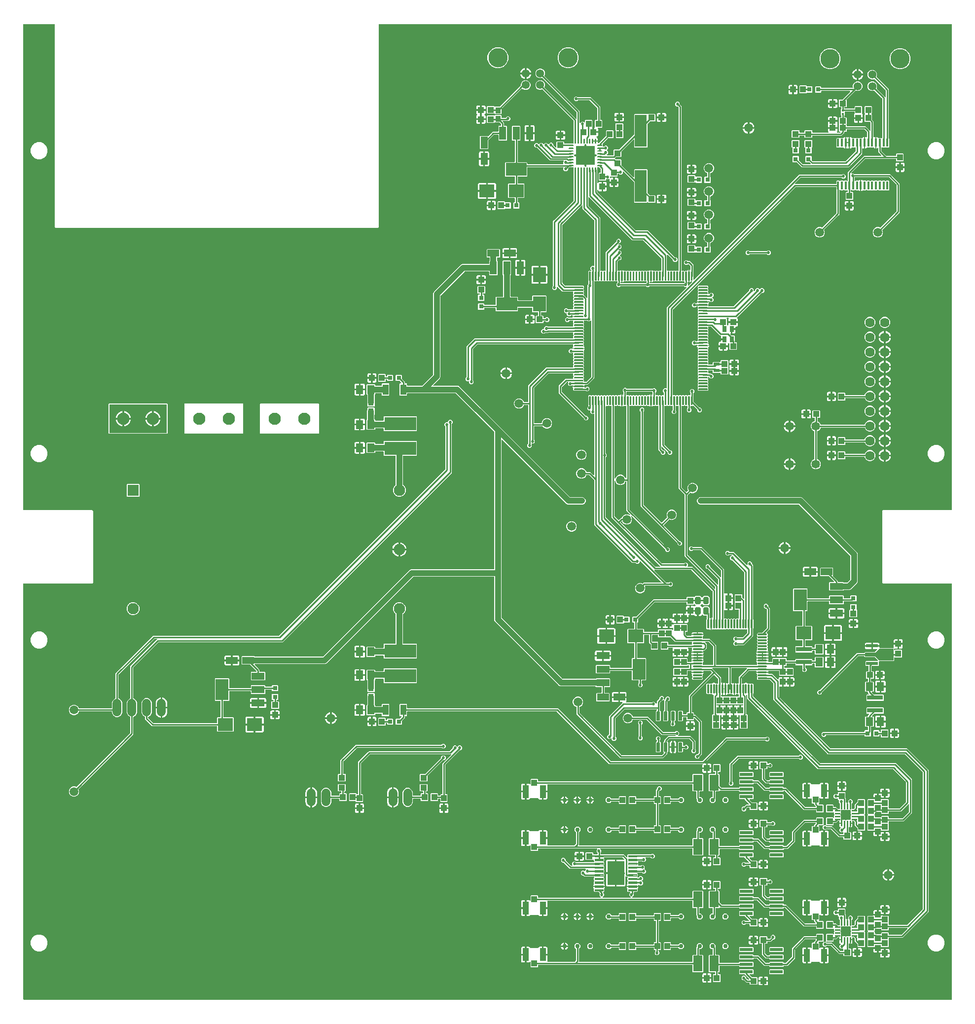
<source format=gtl>
G04 EAGLE Gerber RS-274X export*
G75*
%MOMM*%
%FSLAX34Y34*%
%LPD*%
%INTop Copper*%
%IPPOS*%
%AMOC8*
5,1,8,0,0,1.08239X$1,22.5*%
G01*
%ADD10C,0.140000*%
%ADD11R,1.219000X2.235000*%
%ADD12R,3.600000X2.200000*%
%ADD13R,2.200000X2.600000*%
%ADD14R,2.000000X1.200000*%
%ADD15R,1.100000X1.000000*%
%ADD16C,1.485000*%
%ADD17R,1.000000X1.100000*%
%ADD18C,1.620009*%
%ADD19R,0.800000X1.000000*%
%ADD20C,0.182000*%
%ADD21R,3.300000X3.300000*%
%ADD22R,2.600000X2.200000*%
%ADD23R,1.200000X2.000000*%
%ADD24R,2.000000X5.500000*%
%ADD25R,1.000000X0.500000*%
%ADD26C,0.500000*%
%ADD27R,2.235000X1.219000*%
%ADD28R,2.200000X3.600000*%
%ADD29R,1.600000X0.312000*%
%ADD30C,0.312000*%
%ADD31R,0.800000X0.800000*%
%ADD32R,1.300000X1.500000*%
%ADD33R,2.700000X0.800000*%
%ADD34C,3.316000*%
%ADD35C,1.380000*%
%ADD36R,0.348000X1.397000*%
%ADD37R,0.400000X0.380000*%
%ADD38C,1.500000*%
%ADD39R,0.970000X1.000000*%
%ADD40C,0.065000*%
%ADD41R,1.660000X1.660000*%
%ADD42R,1.050000X2.200000*%
%ADD43R,1.000000X1.050000*%
%ADD44C,0.150000*%
%ADD45C,2.100000*%
%ADD46R,1.950000X1.950000*%
%ADD47C,1.950000*%
%ADD48R,1.060000X1.820000*%
%ADD49R,5.500000X2.300000*%
%ADD50R,2.200000X0.600000*%
%ADD51R,1.600000X2.700000*%
%ADD52C,0.754000*%
%ADD53C,0.102500*%
%ADD54R,2.840000X4.040000*%
%ADD55R,2.000000X0.570000*%
%ADD56R,2.000000X0.650000*%
%ADD57C,1.500000*%
%ADD58C,1.016000*%
%ADD59C,0.254000*%
%ADD60C,0.525000*%
%ADD61C,1.270000*%

G36*
X1596464Y2798D02*
X1596464Y2798D01*
X1596483Y2796D01*
X1596585Y2818D01*
X1596687Y2834D01*
X1596704Y2844D01*
X1596724Y2848D01*
X1596813Y2901D01*
X1596904Y2950D01*
X1596918Y2964D01*
X1596935Y2974D01*
X1597002Y3053D01*
X1597074Y3128D01*
X1597082Y3146D01*
X1597095Y3161D01*
X1597134Y3257D01*
X1597177Y3351D01*
X1597179Y3371D01*
X1597187Y3389D01*
X1597205Y3556D01*
X1597205Y716444D01*
X1597202Y716464D01*
X1597204Y716483D01*
X1597182Y716585D01*
X1597166Y716687D01*
X1597156Y716704D01*
X1597152Y716724D01*
X1597099Y716813D01*
X1597050Y716904D01*
X1597036Y716918D01*
X1597026Y716935D01*
X1596947Y717002D01*
X1596872Y717074D01*
X1596854Y717082D01*
X1596839Y717095D01*
X1596743Y717134D01*
X1596649Y717177D01*
X1596629Y717179D01*
X1596611Y717187D01*
X1596444Y717205D01*
X1478842Y717205D01*
X1477205Y718842D01*
X1477205Y841158D01*
X1478842Y842795D01*
X1596444Y842795D01*
X1596464Y842798D01*
X1596483Y842796D01*
X1596585Y842818D01*
X1596687Y842834D01*
X1596704Y842844D01*
X1596724Y842848D01*
X1596813Y842901D01*
X1596904Y842950D01*
X1596918Y842964D01*
X1596935Y842974D01*
X1597002Y843053D01*
X1597074Y843128D01*
X1597082Y843146D01*
X1597095Y843161D01*
X1597134Y843257D01*
X1597177Y843351D01*
X1597179Y843371D01*
X1597187Y843389D01*
X1597205Y843556D01*
X1597205Y1676444D01*
X1597202Y1676464D01*
X1597204Y1676483D01*
X1597182Y1676585D01*
X1597166Y1676687D01*
X1597156Y1676704D01*
X1597152Y1676724D01*
X1597099Y1676813D01*
X1597050Y1676904D01*
X1597036Y1676918D01*
X1597026Y1676935D01*
X1596947Y1677002D01*
X1596872Y1677074D01*
X1596854Y1677082D01*
X1596839Y1677095D01*
X1596743Y1677134D01*
X1596649Y1677177D01*
X1596629Y1677179D01*
X1596611Y1677187D01*
X1596444Y1677205D01*
X613556Y1677205D01*
X613536Y1677202D01*
X613517Y1677204D01*
X613415Y1677182D01*
X613313Y1677166D01*
X613296Y1677156D01*
X613276Y1677152D01*
X613187Y1677099D01*
X613096Y1677050D01*
X613082Y1677036D01*
X613065Y1677026D01*
X612998Y1676947D01*
X612926Y1676872D01*
X612918Y1676854D01*
X612905Y1676839D01*
X612866Y1676743D01*
X612823Y1676649D01*
X612821Y1676629D01*
X612813Y1676611D01*
X612795Y1676444D01*
X612795Y1328842D01*
X611158Y1327205D01*
X58842Y1327205D01*
X57205Y1328842D01*
X57205Y1676444D01*
X57202Y1676464D01*
X57204Y1676483D01*
X57182Y1676585D01*
X57166Y1676687D01*
X57156Y1676704D01*
X57152Y1676724D01*
X57099Y1676813D01*
X57050Y1676904D01*
X57036Y1676918D01*
X57026Y1676935D01*
X56947Y1677002D01*
X56872Y1677074D01*
X56854Y1677082D01*
X56839Y1677095D01*
X56743Y1677134D01*
X56649Y1677177D01*
X56629Y1677179D01*
X56611Y1677187D01*
X56444Y1677205D01*
X3556Y1677205D01*
X3536Y1677202D01*
X3517Y1677204D01*
X3415Y1677182D01*
X3313Y1677166D01*
X3296Y1677156D01*
X3276Y1677152D01*
X3187Y1677099D01*
X3096Y1677050D01*
X3082Y1677036D01*
X3065Y1677026D01*
X2998Y1676947D01*
X2926Y1676872D01*
X2918Y1676854D01*
X2905Y1676839D01*
X2866Y1676743D01*
X2823Y1676649D01*
X2821Y1676629D01*
X2813Y1676611D01*
X2795Y1676444D01*
X2795Y843556D01*
X2798Y843536D01*
X2796Y843517D01*
X2818Y843415D01*
X2834Y843313D01*
X2844Y843296D01*
X2848Y843276D01*
X2901Y843187D01*
X2950Y843096D01*
X2964Y843082D01*
X2974Y843065D01*
X3053Y842998D01*
X3128Y842926D01*
X3146Y842918D01*
X3161Y842905D01*
X3257Y842866D01*
X3351Y842823D01*
X3371Y842821D01*
X3389Y842813D01*
X3556Y842795D01*
X121158Y842795D01*
X122795Y841158D01*
X122795Y718842D01*
X121158Y717205D01*
X3556Y717205D01*
X3536Y717202D01*
X3517Y717204D01*
X3415Y717182D01*
X3313Y717166D01*
X3296Y717156D01*
X3276Y717152D01*
X3187Y717099D01*
X3096Y717050D01*
X3082Y717036D01*
X3065Y717026D01*
X2998Y716947D01*
X2926Y716872D01*
X2918Y716854D01*
X2905Y716839D01*
X2866Y716742D01*
X2823Y716649D01*
X2821Y716629D01*
X2813Y716611D01*
X2795Y716444D01*
X2795Y3556D01*
X2798Y3536D01*
X2796Y3517D01*
X2818Y3415D01*
X2834Y3313D01*
X2844Y3296D01*
X2848Y3276D01*
X2901Y3187D01*
X2950Y3096D01*
X2964Y3082D01*
X2974Y3065D01*
X3053Y2998D01*
X3128Y2926D01*
X3146Y2918D01*
X3161Y2905D01*
X3257Y2866D01*
X3351Y2823D01*
X3371Y2821D01*
X3389Y2813D01*
X3556Y2795D01*
X1596444Y2795D01*
X1596464Y2798D01*
G37*
%LPC*%
G36*
X1224386Y610104D02*
X1224386Y610104D01*
X1222104Y612386D01*
X1222104Y615614D01*
X1223952Y617462D01*
X1223964Y617478D01*
X1223980Y617490D01*
X1224036Y617578D01*
X1224096Y617661D01*
X1224102Y617680D01*
X1224113Y617697D01*
X1224138Y617798D01*
X1224168Y617897D01*
X1224168Y617916D01*
X1224173Y617936D01*
X1224165Y618039D01*
X1224162Y618142D01*
X1224155Y618161D01*
X1224153Y618181D01*
X1224113Y618276D01*
X1224077Y618373D01*
X1224065Y618389D01*
X1224057Y618407D01*
X1223952Y618538D01*
X1222104Y620386D01*
X1222104Y623614D01*
X1224386Y625896D01*
X1227614Y625896D01*
X1228746Y624764D01*
X1228820Y624711D01*
X1228889Y624651D01*
X1228919Y624639D01*
X1228945Y624620D01*
X1229032Y624593D01*
X1229117Y624559D01*
X1229158Y624555D01*
X1229181Y624548D01*
X1229213Y624549D01*
X1229284Y624541D01*
X1237632Y624541D01*
X1237722Y624555D01*
X1237813Y624563D01*
X1237843Y624575D01*
X1237875Y624580D01*
X1237956Y624623D01*
X1238040Y624659D01*
X1238072Y624685D01*
X1238092Y624696D01*
X1238115Y624719D01*
X1238171Y624764D01*
X1245736Y632329D01*
X1245789Y632403D01*
X1245849Y632473D01*
X1245861Y632503D01*
X1245880Y632529D01*
X1245907Y632616D01*
X1245941Y632701D01*
X1245945Y632742D01*
X1245952Y632764D01*
X1245951Y632796D01*
X1245959Y632868D01*
X1245959Y637928D01*
X1245948Y637999D01*
X1245946Y638071D01*
X1245928Y638120D01*
X1245920Y638171D01*
X1245886Y638234D01*
X1245861Y638302D01*
X1245829Y638342D01*
X1245804Y638388D01*
X1245753Y638438D01*
X1245708Y638494D01*
X1245664Y638522D01*
X1245626Y638558D01*
X1245561Y638588D01*
X1245501Y638627D01*
X1245450Y638639D01*
X1245403Y638661D01*
X1245332Y638669D01*
X1245262Y638687D01*
X1245210Y638683D01*
X1245159Y638688D01*
X1245088Y638673D01*
X1245017Y638668D01*
X1244969Y638647D01*
X1244918Y638636D01*
X1244857Y638599D01*
X1244791Y638571D01*
X1244735Y638527D01*
X1244707Y638510D01*
X1244692Y638492D01*
X1244676Y638479D01*
X1242327Y638479D01*
X1241538Y639268D01*
X1241522Y639280D01*
X1241510Y639296D01*
X1241422Y639352D01*
X1241339Y639412D01*
X1241320Y639418D01*
X1241303Y639429D01*
X1241202Y639454D01*
X1241103Y639484D01*
X1241084Y639484D01*
X1241064Y639489D01*
X1240961Y639481D01*
X1240858Y639478D01*
X1240839Y639471D01*
X1240819Y639470D01*
X1240724Y639429D01*
X1240627Y639394D01*
X1240611Y639381D01*
X1240593Y639373D01*
X1240462Y639268D01*
X1239673Y638479D01*
X1237327Y638479D01*
X1236538Y639268D01*
X1236522Y639280D01*
X1236510Y639296D01*
X1236422Y639352D01*
X1236339Y639412D01*
X1236320Y639418D01*
X1236303Y639429D01*
X1236202Y639454D01*
X1236103Y639484D01*
X1236084Y639484D01*
X1236064Y639489D01*
X1235961Y639481D01*
X1235858Y639478D01*
X1235839Y639471D01*
X1235819Y639470D01*
X1235724Y639429D01*
X1235627Y639394D01*
X1235611Y639381D01*
X1235593Y639373D01*
X1235462Y639268D01*
X1234673Y638479D01*
X1232327Y638479D01*
X1231538Y639268D01*
X1231522Y639280D01*
X1231510Y639296D01*
X1231422Y639352D01*
X1231339Y639412D01*
X1231320Y639418D01*
X1231303Y639429D01*
X1231202Y639454D01*
X1231103Y639484D01*
X1231084Y639484D01*
X1231064Y639489D01*
X1230961Y639481D01*
X1230858Y639478D01*
X1230839Y639471D01*
X1230819Y639470D01*
X1230724Y639429D01*
X1230627Y639394D01*
X1230611Y639381D01*
X1230593Y639373D01*
X1230462Y639268D01*
X1229673Y638479D01*
X1227327Y638479D01*
X1226538Y639268D01*
X1226522Y639280D01*
X1226510Y639296D01*
X1226422Y639352D01*
X1226339Y639412D01*
X1226320Y639418D01*
X1226303Y639429D01*
X1226202Y639454D01*
X1226103Y639484D01*
X1226084Y639484D01*
X1226064Y639489D01*
X1225961Y639481D01*
X1225858Y639478D01*
X1225839Y639471D01*
X1225819Y639470D01*
X1225724Y639429D01*
X1225627Y639394D01*
X1225611Y639381D01*
X1225593Y639373D01*
X1225462Y639268D01*
X1224673Y638479D01*
X1222327Y638479D01*
X1221538Y639268D01*
X1221522Y639280D01*
X1221510Y639296D01*
X1221422Y639352D01*
X1221339Y639412D01*
X1221320Y639418D01*
X1221303Y639429D01*
X1221202Y639454D01*
X1221103Y639484D01*
X1221084Y639484D01*
X1221064Y639489D01*
X1220961Y639481D01*
X1220858Y639478D01*
X1220839Y639471D01*
X1220819Y639470D01*
X1220724Y639429D01*
X1220627Y639394D01*
X1220611Y639381D01*
X1220593Y639373D01*
X1220462Y639268D01*
X1219673Y638479D01*
X1217327Y638479D01*
X1216538Y639268D01*
X1216522Y639280D01*
X1216510Y639296D01*
X1216422Y639352D01*
X1216339Y639412D01*
X1216320Y639418D01*
X1216303Y639429D01*
X1216202Y639454D01*
X1216103Y639484D01*
X1216084Y639484D01*
X1216064Y639489D01*
X1215961Y639481D01*
X1215858Y639478D01*
X1215839Y639471D01*
X1215819Y639470D01*
X1215724Y639429D01*
X1215627Y639394D01*
X1215611Y639381D01*
X1215593Y639373D01*
X1215462Y639268D01*
X1214673Y638479D01*
X1212327Y638479D01*
X1211538Y639268D01*
X1211522Y639280D01*
X1211510Y639296D01*
X1211422Y639352D01*
X1211339Y639412D01*
X1211320Y639418D01*
X1211303Y639429D01*
X1211202Y639454D01*
X1211103Y639484D01*
X1211084Y639484D01*
X1211064Y639489D01*
X1210961Y639481D01*
X1210858Y639478D01*
X1210839Y639471D01*
X1210819Y639470D01*
X1210724Y639429D01*
X1210627Y639394D01*
X1210611Y639381D01*
X1210593Y639373D01*
X1210462Y639268D01*
X1209673Y638479D01*
X1207327Y638479D01*
X1206538Y639268D01*
X1206522Y639280D01*
X1206510Y639296D01*
X1206422Y639352D01*
X1206339Y639412D01*
X1206320Y639418D01*
X1206303Y639429D01*
X1206202Y639454D01*
X1206103Y639484D01*
X1206084Y639484D01*
X1206064Y639489D01*
X1205961Y639481D01*
X1205858Y639478D01*
X1205839Y639471D01*
X1205819Y639470D01*
X1205724Y639429D01*
X1205627Y639394D01*
X1205611Y639381D01*
X1205593Y639373D01*
X1205462Y639268D01*
X1204673Y638479D01*
X1202327Y638479D01*
X1201538Y639268D01*
X1201522Y639280D01*
X1201510Y639296D01*
X1201422Y639352D01*
X1201339Y639412D01*
X1201320Y639418D01*
X1201303Y639429D01*
X1201202Y639454D01*
X1201103Y639484D01*
X1201084Y639484D01*
X1201064Y639489D01*
X1200961Y639481D01*
X1200858Y639478D01*
X1200839Y639471D01*
X1200819Y639470D01*
X1200724Y639429D01*
X1200627Y639394D01*
X1200611Y639381D01*
X1200593Y639373D01*
X1200462Y639268D01*
X1199673Y638479D01*
X1197327Y638479D01*
X1196538Y639268D01*
X1196522Y639280D01*
X1196510Y639296D01*
X1196422Y639352D01*
X1196339Y639412D01*
X1196320Y639418D01*
X1196303Y639429D01*
X1196202Y639454D01*
X1196103Y639484D01*
X1196084Y639484D01*
X1196064Y639489D01*
X1195961Y639481D01*
X1195858Y639478D01*
X1195839Y639471D01*
X1195819Y639470D01*
X1195724Y639429D01*
X1195627Y639394D01*
X1195611Y639381D01*
X1195593Y639373D01*
X1195462Y639268D01*
X1194673Y638479D01*
X1192327Y638479D01*
X1191538Y639268D01*
X1191522Y639280D01*
X1191510Y639296D01*
X1191422Y639352D01*
X1191339Y639412D01*
X1191320Y639418D01*
X1191303Y639429D01*
X1191202Y639454D01*
X1191103Y639484D01*
X1191084Y639484D01*
X1191064Y639489D01*
X1190961Y639481D01*
X1190858Y639478D01*
X1190839Y639471D01*
X1190819Y639470D01*
X1190724Y639429D01*
X1190627Y639394D01*
X1190611Y639381D01*
X1190593Y639373D01*
X1190462Y639268D01*
X1189673Y638479D01*
X1187285Y638479D01*
X1187237Y638514D01*
X1187218Y638520D01*
X1187201Y638531D01*
X1187101Y638556D01*
X1187002Y638586D01*
X1186982Y638586D01*
X1186962Y638591D01*
X1186859Y638583D01*
X1186756Y638580D01*
X1186737Y638573D01*
X1186717Y638572D01*
X1186622Y638531D01*
X1186525Y638496D01*
X1186509Y638483D01*
X1186491Y638475D01*
X1186360Y638370D01*
X1186018Y638029D01*
X1185083Y637489D01*
X1184279Y637273D01*
X1184279Y647732D01*
X1184277Y647746D01*
X1184279Y647768D01*
X1184279Y658227D01*
X1185001Y658033D01*
X1185120Y658021D01*
X1185237Y658008D01*
X1185242Y658009D01*
X1185246Y658009D01*
X1185361Y658035D01*
X1185478Y658061D01*
X1185481Y658063D01*
X1185485Y658064D01*
X1185587Y658126D01*
X1185689Y658187D01*
X1185692Y658190D01*
X1185695Y658192D01*
X1185771Y658283D01*
X1185849Y658374D01*
X1185850Y658378D01*
X1185853Y658381D01*
X1185896Y658490D01*
X1185941Y658602D01*
X1185941Y658607D01*
X1185943Y658610D01*
X1185943Y658623D01*
X1185959Y658768D01*
X1185959Y704132D01*
X1185945Y704222D01*
X1185937Y704313D01*
X1185925Y704343D01*
X1185920Y704375D01*
X1185877Y704456D01*
X1185841Y704540D01*
X1185815Y704572D01*
X1185804Y704592D01*
X1185781Y704615D01*
X1185736Y704671D01*
X1150171Y740236D01*
X1150097Y740289D01*
X1150027Y740349D01*
X1149997Y740361D01*
X1149971Y740380D01*
X1149884Y740407D01*
X1149799Y740441D01*
X1149758Y740445D01*
X1149736Y740452D01*
X1149704Y740451D01*
X1149632Y740459D01*
X1086972Y740459D01*
X1086901Y740448D01*
X1086829Y740446D01*
X1086780Y740428D01*
X1086729Y740420D01*
X1086666Y740386D01*
X1086598Y740361D01*
X1086558Y740329D01*
X1086512Y740304D01*
X1086462Y740252D01*
X1086406Y740208D01*
X1086378Y740164D01*
X1086342Y740126D01*
X1086312Y740061D01*
X1086273Y740001D01*
X1086260Y739950D01*
X1086239Y739903D01*
X1086231Y739832D01*
X1086213Y739762D01*
X1086217Y739710D01*
X1086211Y739659D01*
X1086227Y739588D01*
X1086232Y739517D01*
X1086253Y739469D01*
X1086264Y739418D01*
X1086301Y739357D01*
X1086329Y739291D01*
X1086373Y739235D01*
X1086390Y739207D01*
X1086401Y739198D01*
X1086403Y739194D01*
X1086412Y739186D01*
X1086433Y739160D01*
X1106829Y718764D01*
X1106903Y718711D01*
X1106973Y718651D01*
X1107003Y718639D01*
X1107029Y718620D01*
X1107116Y718593D01*
X1107201Y718559D01*
X1107242Y718555D01*
X1107264Y718548D01*
X1107296Y718549D01*
X1107368Y718541D01*
X1110716Y718541D01*
X1110806Y718555D01*
X1110897Y718563D01*
X1110927Y718575D01*
X1110959Y718580D01*
X1111039Y718623D01*
X1111123Y718659D01*
X1111155Y718685D01*
X1111176Y718696D01*
X1111198Y718719D01*
X1111254Y718764D01*
X1112386Y719896D01*
X1115614Y719896D01*
X1117896Y717614D01*
X1117896Y714386D01*
X1115614Y712104D01*
X1112386Y712104D01*
X1111254Y713236D01*
X1111180Y713289D01*
X1111111Y713349D01*
X1111081Y713361D01*
X1111055Y713380D01*
X1110968Y713407D01*
X1110883Y713441D01*
X1110842Y713445D01*
X1110819Y713452D01*
X1110787Y713451D01*
X1110716Y713459D01*
X1070786Y713459D01*
X1070740Y713452D01*
X1070694Y713454D01*
X1070620Y713432D01*
X1070543Y713420D01*
X1070502Y713398D01*
X1070458Y713385D01*
X1070394Y713341D01*
X1070325Y713304D01*
X1070294Y713271D01*
X1070256Y713245D01*
X1070210Y713182D01*
X1070156Y713126D01*
X1070137Y713084D01*
X1070109Y713048D01*
X1070085Y712974D01*
X1070052Y712903D01*
X1070047Y712857D01*
X1070033Y712814D01*
X1070034Y712736D01*
X1070025Y712659D01*
X1070035Y712614D01*
X1070036Y712568D01*
X1070074Y712436D01*
X1070078Y712418D01*
X1070080Y712414D01*
X1070082Y712407D01*
X1070771Y710745D01*
X1070771Y707255D01*
X1069435Y704032D01*
X1066968Y701565D01*
X1063745Y700229D01*
X1060255Y700229D01*
X1057032Y701565D01*
X1054565Y704032D01*
X1053229Y707255D01*
X1053229Y710745D01*
X1054565Y713968D01*
X1057032Y716435D01*
X1060255Y717771D01*
X1063745Y717771D01*
X1065702Y716960D01*
X1065816Y716933D01*
X1065929Y716905D01*
X1065936Y716905D01*
X1065942Y716904D01*
X1066058Y716915D01*
X1066174Y716924D01*
X1066180Y716926D01*
X1066187Y716927D01*
X1066294Y716974D01*
X1066401Y717020D01*
X1066407Y717025D01*
X1066411Y717027D01*
X1066425Y717039D01*
X1066532Y717125D01*
X1067948Y718541D01*
X1098028Y718541D01*
X1098099Y718552D01*
X1098171Y718554D01*
X1098220Y718572D01*
X1098271Y718580D01*
X1098334Y718614D01*
X1098402Y718639D01*
X1098443Y718671D01*
X1098488Y718696D01*
X1098538Y718747D01*
X1098594Y718792D01*
X1098622Y718836D01*
X1098658Y718874D01*
X1098688Y718939D01*
X1098727Y718999D01*
X1098740Y719050D01*
X1098761Y719097D01*
X1098769Y719168D01*
X1098787Y719238D01*
X1098783Y719290D01*
X1098789Y719341D01*
X1098773Y719412D01*
X1098768Y719483D01*
X1098747Y719531D01*
X1098736Y719582D01*
X1098699Y719643D01*
X1098671Y719709D01*
X1098627Y719765D01*
X1098610Y719793D01*
X1098592Y719808D01*
X1098567Y719840D01*
X1062195Y756212D01*
X1062137Y756253D01*
X1062085Y756303D01*
X1062066Y756312D01*
X1062054Y756322D01*
X1062026Y756333D01*
X1061996Y756355D01*
X1061927Y756376D01*
X1061862Y756406D01*
X1061837Y756409D01*
X1061826Y756414D01*
X1061793Y756417D01*
X1061760Y756428D01*
X1061713Y756426D01*
X1061659Y756432D01*
X1061657Y756432D01*
X1061646Y756430D01*
X1061618Y756434D01*
X1061567Y756422D01*
X1061515Y756421D01*
X1061454Y756399D01*
X1061414Y756392D01*
X1061404Y756387D01*
X1061377Y756381D01*
X1061333Y756355D01*
X1061284Y756337D01*
X1061234Y756297D01*
X1061197Y756277D01*
X1061188Y756268D01*
X1061166Y756255D01*
X1061132Y756216D01*
X1061092Y756183D01*
X1061059Y756132D01*
X1061027Y756099D01*
X1061022Y756086D01*
X1061006Y756068D01*
X1060987Y756020D01*
X1060959Y755976D01*
X1060944Y755920D01*
X1060924Y755876D01*
X1060922Y755859D01*
X1060914Y755840D01*
X1060906Y755769D01*
X1060898Y755738D01*
X1060900Y755714D01*
X1060896Y755673D01*
X1060896Y753386D01*
X1058614Y751104D01*
X1055386Y751104D01*
X1054254Y752236D01*
X1054180Y752289D01*
X1054111Y752349D01*
X1054081Y752361D01*
X1054055Y752380D01*
X1053968Y752407D01*
X1053883Y752441D01*
X1053842Y752445D01*
X1053819Y752452D01*
X1053787Y752451D01*
X1053716Y752459D01*
X1047948Y752459D01*
X982959Y817448D01*
X982959Y894632D01*
X982945Y894722D01*
X982937Y894813D01*
X982925Y894843D01*
X982920Y894875D01*
X982877Y894956D01*
X982841Y895040D01*
X982815Y895072D01*
X982804Y895092D01*
X982781Y895115D01*
X982736Y895171D01*
X974671Y903236D01*
X974597Y903289D01*
X974527Y903349D01*
X974497Y903361D01*
X974471Y903380D01*
X974384Y903407D01*
X974299Y903441D01*
X974258Y903445D01*
X974236Y903452D01*
X974204Y903451D01*
X974132Y903459D01*
X969950Y903459D01*
X969835Y903440D01*
X969719Y903423D01*
X969713Y903421D01*
X969707Y903420D01*
X969604Y903365D01*
X969499Y903312D01*
X969495Y903307D01*
X969489Y903304D01*
X969410Y903220D01*
X969327Y903136D01*
X969324Y903130D01*
X969320Y903126D01*
X969312Y903109D01*
X969246Y902989D01*
X968435Y901032D01*
X965968Y898565D01*
X962745Y897229D01*
X959255Y897229D01*
X956032Y898565D01*
X953565Y901032D01*
X952229Y904255D01*
X952229Y907745D01*
X953565Y910968D01*
X956032Y913435D01*
X959255Y914771D01*
X962745Y914771D01*
X965968Y913435D01*
X968435Y910968D01*
X969246Y909011D01*
X969308Y908911D01*
X969368Y908811D01*
X969373Y908807D01*
X969376Y908802D01*
X969466Y908727D01*
X969555Y908651D01*
X969561Y908649D01*
X969565Y908645D01*
X969674Y908603D01*
X969783Y908559D01*
X969790Y908558D01*
X969795Y908557D01*
X969813Y908556D01*
X969950Y908541D01*
X976552Y908541D01*
X981660Y903433D01*
X981718Y903392D01*
X981770Y903342D01*
X981817Y903320D01*
X981859Y903290D01*
X981928Y903269D01*
X981993Y903239D01*
X982045Y903233D01*
X982095Y903217D01*
X982166Y903219D01*
X982237Y903211D01*
X982288Y903223D01*
X982340Y903224D01*
X982408Y903248D01*
X982478Y903264D01*
X982523Y903290D01*
X982571Y903308D01*
X982627Y903353D01*
X982689Y903390D01*
X982723Y903429D01*
X982763Y903462D01*
X982802Y903522D01*
X982849Y903577D01*
X982868Y903625D01*
X982896Y903669D01*
X982914Y903738D01*
X982941Y903805D01*
X982949Y903876D01*
X982957Y903907D01*
X982955Y903931D01*
X982959Y903972D01*
X982959Y1007343D01*
X982956Y1007363D01*
X982958Y1007382D01*
X982936Y1007484D01*
X982920Y1007586D01*
X982910Y1007603D01*
X982906Y1007623D01*
X982853Y1007712D01*
X982804Y1007803D01*
X982790Y1007817D01*
X982780Y1007834D01*
X982701Y1007901D01*
X982626Y1007973D01*
X982608Y1007981D01*
X982593Y1007994D01*
X982497Y1008033D01*
X982403Y1008076D01*
X982383Y1008078D01*
X982365Y1008086D01*
X982198Y1008104D01*
X978721Y1008104D01*
X976439Y1010386D01*
X976439Y1013343D01*
X976436Y1013363D01*
X976438Y1013382D01*
X976416Y1013484D01*
X976400Y1013586D01*
X976390Y1013603D01*
X976386Y1013623D01*
X976333Y1013712D01*
X976284Y1013803D01*
X976270Y1013817D01*
X976260Y1013834D01*
X976181Y1013901D01*
X976106Y1013973D01*
X976088Y1013981D01*
X976073Y1013994D01*
X975977Y1014033D01*
X975883Y1014076D01*
X975863Y1014078D01*
X975845Y1014086D01*
X975678Y1014104D01*
X973386Y1014104D01*
X971104Y1016386D01*
X971104Y1019614D01*
X972736Y1021246D01*
X972789Y1021320D01*
X972849Y1021389D01*
X972861Y1021419D01*
X972880Y1021445D01*
X972907Y1021532D01*
X972941Y1021617D01*
X972945Y1021658D01*
X972952Y1021681D01*
X972951Y1021713D01*
X972959Y1021784D01*
X972959Y1022838D01*
X972945Y1022928D01*
X972937Y1023019D01*
X972925Y1023049D01*
X972920Y1023081D01*
X972877Y1023162D01*
X972841Y1023246D01*
X972829Y1023260D01*
X972829Y1039116D01*
X973984Y1040271D01*
X977016Y1040271D01*
X977462Y1039825D01*
X977478Y1039814D01*
X977490Y1039798D01*
X977561Y1039753D01*
X977590Y1039728D01*
X977607Y1039721D01*
X977661Y1039682D01*
X977680Y1039676D01*
X977697Y1039665D01*
X977798Y1039640D01*
X977897Y1039609D01*
X977916Y1039610D01*
X977936Y1039605D01*
X978039Y1039613D01*
X978142Y1039616D01*
X978161Y1039623D01*
X978181Y1039624D01*
X978276Y1039665D01*
X978373Y1039700D01*
X978389Y1039713D01*
X978407Y1039721D01*
X978465Y1039767D01*
X978475Y1039772D01*
X978485Y1039783D01*
X978538Y1039825D01*
X978984Y1040271D01*
X982016Y1040271D01*
X982462Y1039825D01*
X982478Y1039814D01*
X982490Y1039798D01*
X982561Y1039753D01*
X982590Y1039728D01*
X982607Y1039721D01*
X982661Y1039682D01*
X982680Y1039676D01*
X982697Y1039665D01*
X982798Y1039640D01*
X982897Y1039609D01*
X982916Y1039610D01*
X982936Y1039605D01*
X983039Y1039613D01*
X983142Y1039616D01*
X983161Y1039623D01*
X983181Y1039624D01*
X983276Y1039665D01*
X983373Y1039700D01*
X983389Y1039713D01*
X983407Y1039721D01*
X983465Y1039767D01*
X983475Y1039772D01*
X983485Y1039783D01*
X983538Y1039825D01*
X983984Y1040271D01*
X987016Y1040271D01*
X987462Y1039825D01*
X987478Y1039814D01*
X987490Y1039798D01*
X987561Y1039753D01*
X987590Y1039728D01*
X987607Y1039721D01*
X987661Y1039682D01*
X987680Y1039676D01*
X987697Y1039665D01*
X987798Y1039640D01*
X987897Y1039609D01*
X987916Y1039610D01*
X987936Y1039605D01*
X988039Y1039613D01*
X988142Y1039616D01*
X988161Y1039623D01*
X988181Y1039624D01*
X988276Y1039665D01*
X988373Y1039700D01*
X988389Y1039713D01*
X988407Y1039721D01*
X988465Y1039767D01*
X988475Y1039772D01*
X988485Y1039783D01*
X988538Y1039825D01*
X988984Y1040271D01*
X992016Y1040271D01*
X992462Y1039825D01*
X992478Y1039814D01*
X992490Y1039798D01*
X992561Y1039753D01*
X992590Y1039728D01*
X992607Y1039721D01*
X992661Y1039682D01*
X992680Y1039676D01*
X992697Y1039665D01*
X992798Y1039640D01*
X992897Y1039609D01*
X992916Y1039610D01*
X992936Y1039605D01*
X993039Y1039613D01*
X993142Y1039616D01*
X993161Y1039623D01*
X993181Y1039624D01*
X993276Y1039665D01*
X993373Y1039700D01*
X993389Y1039713D01*
X993407Y1039721D01*
X993465Y1039767D01*
X993475Y1039772D01*
X993485Y1039783D01*
X993538Y1039825D01*
X993984Y1040271D01*
X997016Y1040271D01*
X997462Y1039825D01*
X997478Y1039814D01*
X997490Y1039798D01*
X997561Y1039753D01*
X997590Y1039728D01*
X997607Y1039721D01*
X997661Y1039682D01*
X997680Y1039676D01*
X997697Y1039665D01*
X997798Y1039640D01*
X997897Y1039609D01*
X997916Y1039610D01*
X997936Y1039605D01*
X998039Y1039613D01*
X998142Y1039616D01*
X998161Y1039623D01*
X998181Y1039624D01*
X998276Y1039665D01*
X998373Y1039700D01*
X998389Y1039713D01*
X998407Y1039721D01*
X998465Y1039767D01*
X998475Y1039772D01*
X998485Y1039783D01*
X998538Y1039825D01*
X998984Y1040271D01*
X1002016Y1040271D01*
X1002462Y1039825D01*
X1002478Y1039814D01*
X1002490Y1039798D01*
X1002561Y1039753D01*
X1002590Y1039728D01*
X1002607Y1039721D01*
X1002661Y1039682D01*
X1002680Y1039676D01*
X1002697Y1039665D01*
X1002798Y1039640D01*
X1002897Y1039609D01*
X1002916Y1039610D01*
X1002936Y1039605D01*
X1003039Y1039613D01*
X1003142Y1039616D01*
X1003161Y1039623D01*
X1003181Y1039624D01*
X1003276Y1039665D01*
X1003373Y1039700D01*
X1003389Y1039713D01*
X1003407Y1039721D01*
X1003465Y1039767D01*
X1003475Y1039772D01*
X1003485Y1039783D01*
X1003538Y1039825D01*
X1003984Y1040271D01*
X1007016Y1040271D01*
X1007462Y1039825D01*
X1007478Y1039814D01*
X1007490Y1039798D01*
X1007561Y1039753D01*
X1007590Y1039728D01*
X1007607Y1039721D01*
X1007661Y1039682D01*
X1007680Y1039676D01*
X1007697Y1039665D01*
X1007798Y1039640D01*
X1007897Y1039609D01*
X1007916Y1039610D01*
X1007936Y1039605D01*
X1008039Y1039613D01*
X1008142Y1039616D01*
X1008161Y1039623D01*
X1008181Y1039624D01*
X1008276Y1039665D01*
X1008373Y1039700D01*
X1008389Y1039713D01*
X1008407Y1039721D01*
X1008465Y1039767D01*
X1008475Y1039772D01*
X1008485Y1039783D01*
X1008538Y1039825D01*
X1008984Y1040271D01*
X1012016Y1040271D01*
X1012462Y1039825D01*
X1012478Y1039814D01*
X1012490Y1039798D01*
X1012561Y1039753D01*
X1012590Y1039728D01*
X1012607Y1039721D01*
X1012661Y1039682D01*
X1012680Y1039676D01*
X1012697Y1039665D01*
X1012798Y1039640D01*
X1012897Y1039609D01*
X1012916Y1039610D01*
X1012936Y1039605D01*
X1013039Y1039613D01*
X1013142Y1039616D01*
X1013161Y1039623D01*
X1013181Y1039624D01*
X1013276Y1039665D01*
X1013373Y1039700D01*
X1013389Y1039713D01*
X1013407Y1039721D01*
X1013465Y1039767D01*
X1013475Y1039772D01*
X1013485Y1039783D01*
X1013538Y1039825D01*
X1013984Y1040271D01*
X1017016Y1040271D01*
X1017462Y1039825D01*
X1017478Y1039814D01*
X1017490Y1039798D01*
X1017561Y1039753D01*
X1017590Y1039728D01*
X1017607Y1039721D01*
X1017661Y1039682D01*
X1017680Y1039676D01*
X1017697Y1039665D01*
X1017798Y1039640D01*
X1017897Y1039609D01*
X1017916Y1039610D01*
X1017936Y1039605D01*
X1018039Y1039613D01*
X1018142Y1039616D01*
X1018161Y1039623D01*
X1018181Y1039624D01*
X1018276Y1039665D01*
X1018373Y1039700D01*
X1018389Y1039713D01*
X1018407Y1039721D01*
X1018465Y1039767D01*
X1018475Y1039772D01*
X1018485Y1039783D01*
X1018538Y1039825D01*
X1018984Y1040271D01*
X1022016Y1040271D01*
X1022462Y1039825D01*
X1022478Y1039814D01*
X1022490Y1039798D01*
X1022561Y1039753D01*
X1022590Y1039728D01*
X1022607Y1039721D01*
X1022661Y1039682D01*
X1022680Y1039676D01*
X1022697Y1039665D01*
X1022798Y1039640D01*
X1022897Y1039609D01*
X1022916Y1039610D01*
X1022936Y1039605D01*
X1023039Y1039613D01*
X1023142Y1039616D01*
X1023161Y1039623D01*
X1023181Y1039624D01*
X1023276Y1039665D01*
X1023373Y1039700D01*
X1023389Y1039713D01*
X1023407Y1039721D01*
X1023465Y1039767D01*
X1023475Y1039772D01*
X1023485Y1039783D01*
X1023538Y1039825D01*
X1023984Y1040271D01*
X1026872Y1040271D01*
X1026962Y1040285D01*
X1027053Y1040293D01*
X1027083Y1040305D01*
X1027115Y1040310D01*
X1027196Y1040353D01*
X1027280Y1040389D01*
X1027312Y1040415D01*
X1027332Y1040426D01*
X1027355Y1040449D01*
X1027411Y1040494D01*
X1027810Y1040893D01*
X1028549Y1041320D01*
X1029373Y1041541D01*
X1029739Y1041541D01*
X1029739Y1031200D01*
X1029739Y1020859D01*
X1029373Y1020859D01*
X1028549Y1021080D01*
X1027810Y1021507D01*
X1027411Y1021906D01*
X1027337Y1021959D01*
X1027267Y1022019D01*
X1027237Y1022031D01*
X1027211Y1022050D01*
X1027124Y1022077D01*
X1027039Y1022111D01*
X1026998Y1022115D01*
X1026976Y1022122D01*
X1026944Y1022121D01*
X1026872Y1022129D01*
X1023984Y1022129D01*
X1023538Y1022575D01*
X1023522Y1022586D01*
X1023510Y1022602D01*
X1023422Y1022658D01*
X1023339Y1022718D01*
X1023320Y1022724D01*
X1023303Y1022735D01*
X1023202Y1022760D01*
X1023103Y1022791D01*
X1023084Y1022790D01*
X1023064Y1022795D01*
X1022961Y1022787D01*
X1022858Y1022784D01*
X1022839Y1022777D01*
X1022819Y1022776D01*
X1022724Y1022735D01*
X1022627Y1022700D01*
X1022611Y1022687D01*
X1022593Y1022679D01*
X1022462Y1022575D01*
X1022016Y1022129D01*
X1018802Y1022129D01*
X1018782Y1022126D01*
X1018763Y1022128D01*
X1018661Y1022106D01*
X1018559Y1022090D01*
X1018542Y1022080D01*
X1018522Y1022076D01*
X1018433Y1022023D01*
X1018342Y1021974D01*
X1018328Y1021960D01*
X1018311Y1021950D01*
X1018244Y1021871D01*
X1018172Y1021796D01*
X1018164Y1021778D01*
X1018151Y1021763D01*
X1018112Y1021667D01*
X1018069Y1021573D01*
X1018067Y1021553D01*
X1018059Y1021535D01*
X1018041Y1021368D01*
X1018041Y897702D01*
X1018056Y897606D01*
X1018066Y897509D01*
X1018076Y897485D01*
X1018080Y897459D01*
X1018126Y897374D01*
X1018166Y897284D01*
X1018183Y897265D01*
X1018196Y897242D01*
X1018266Y897175D01*
X1018332Y897103D01*
X1018355Y897091D01*
X1018374Y897073D01*
X1018462Y897032D01*
X1018548Y896985D01*
X1018573Y896980D01*
X1018597Y896969D01*
X1018694Y896958D01*
X1018790Y896941D01*
X1018816Y896945D01*
X1018841Y896942D01*
X1018937Y896963D01*
X1019033Y896977D01*
X1019056Y896989D01*
X1019082Y896994D01*
X1019165Y897044D01*
X1019252Y897088D01*
X1019271Y897107D01*
X1019293Y897120D01*
X1019356Y897194D01*
X1019424Y897264D01*
X1019440Y897293D01*
X1019453Y897307D01*
X1019465Y897338D01*
X1019505Y897411D01*
X1020565Y899968D01*
X1023032Y902435D01*
X1026255Y903771D01*
X1029745Y903771D01*
X1032968Y902435D01*
X1035435Y899968D01*
X1036246Y898011D01*
X1036308Y897911D01*
X1036368Y897811D01*
X1036373Y897807D01*
X1036376Y897802D01*
X1036466Y897727D01*
X1036555Y897651D01*
X1036561Y897649D01*
X1036565Y897645D01*
X1036674Y897603D01*
X1036783Y897559D01*
X1036790Y897558D01*
X1036795Y897557D01*
X1036813Y897556D01*
X1036950Y897541D01*
X1037198Y897541D01*
X1037218Y897544D01*
X1037237Y897542D01*
X1037339Y897564D01*
X1037441Y897580D01*
X1037458Y897590D01*
X1037478Y897594D01*
X1037567Y897647D01*
X1037658Y897696D01*
X1037672Y897710D01*
X1037689Y897720D01*
X1037756Y897799D01*
X1037828Y897874D01*
X1037836Y897892D01*
X1037849Y897907D01*
X1037888Y898003D01*
X1037931Y898097D01*
X1037933Y898117D01*
X1037941Y898135D01*
X1037959Y898302D01*
X1037959Y1021368D01*
X1037957Y1021379D01*
X1037958Y1021387D01*
X1037957Y1021394D01*
X1037958Y1021407D01*
X1037936Y1021508D01*
X1037920Y1021611D01*
X1037910Y1021628D01*
X1037906Y1021648D01*
X1037853Y1021737D01*
X1037804Y1021828D01*
X1037790Y1021842D01*
X1037780Y1021859D01*
X1037701Y1021926D01*
X1037626Y1021998D01*
X1037608Y1022006D01*
X1037593Y1022019D01*
X1037497Y1022058D01*
X1037403Y1022101D01*
X1037383Y1022103D01*
X1037365Y1022111D01*
X1037198Y1022129D01*
X1034128Y1022129D01*
X1034038Y1022115D01*
X1033947Y1022107D01*
X1033917Y1022095D01*
X1033885Y1022090D01*
X1033804Y1022047D01*
X1033720Y1022011D01*
X1033688Y1021985D01*
X1033668Y1021974D01*
X1033649Y1021955D01*
X1033647Y1021954D01*
X1033641Y1021948D01*
X1033589Y1021906D01*
X1033190Y1021507D01*
X1032451Y1021080D01*
X1031627Y1020859D01*
X1031261Y1020859D01*
X1031261Y1031200D01*
X1031261Y1041541D01*
X1031627Y1041541D01*
X1032001Y1041440D01*
X1032120Y1041429D01*
X1032237Y1041416D01*
X1032242Y1041416D01*
X1032246Y1041416D01*
X1032361Y1041442D01*
X1032478Y1041468D01*
X1032481Y1041470D01*
X1032485Y1041471D01*
X1032587Y1041533D01*
X1032689Y1041594D01*
X1032692Y1041597D01*
X1032695Y1041599D01*
X1032771Y1041690D01*
X1032849Y1041781D01*
X1032850Y1041785D01*
X1032853Y1041788D01*
X1032896Y1041897D01*
X1032941Y1042009D01*
X1032941Y1042014D01*
X1032943Y1042017D01*
X1032943Y1042031D01*
X1032959Y1042176D01*
X1032959Y1046216D01*
X1032945Y1046306D01*
X1032937Y1046397D01*
X1032925Y1046427D01*
X1032920Y1046459D01*
X1032877Y1046539D01*
X1032841Y1046623D01*
X1032815Y1046655D01*
X1032804Y1046676D01*
X1032781Y1046698D01*
X1032736Y1046754D01*
X1032104Y1047386D01*
X1032104Y1050614D01*
X1034386Y1052896D01*
X1037614Y1052896D01*
X1038746Y1051764D01*
X1038820Y1051711D01*
X1038889Y1051651D01*
X1038919Y1051639D01*
X1038945Y1051620D01*
X1039032Y1051593D01*
X1039117Y1051559D01*
X1039158Y1051555D01*
X1039181Y1051548D01*
X1039213Y1051549D01*
X1039284Y1051541D01*
X1083716Y1051541D01*
X1083806Y1051555D01*
X1083897Y1051563D01*
X1083927Y1051575D01*
X1083959Y1051580D01*
X1084039Y1051623D01*
X1084123Y1051659D01*
X1084155Y1051685D01*
X1084176Y1051696D01*
X1084198Y1051719D01*
X1084254Y1051764D01*
X1084386Y1051896D01*
X1087614Y1051896D01*
X1089896Y1049614D01*
X1089896Y1046386D01*
X1088264Y1044754D01*
X1088210Y1044680D01*
X1088151Y1044611D01*
X1088139Y1044581D01*
X1088120Y1044555D01*
X1088093Y1044468D01*
X1088059Y1044383D01*
X1088055Y1044342D01*
X1088048Y1044319D01*
X1088049Y1044287D01*
X1088041Y1044216D01*
X1088041Y1041032D01*
X1088044Y1041012D01*
X1088042Y1040993D01*
X1088064Y1040891D01*
X1088080Y1040789D01*
X1088090Y1040772D01*
X1088094Y1040752D01*
X1088147Y1040663D01*
X1088196Y1040572D01*
X1088210Y1040558D01*
X1088220Y1040541D01*
X1088299Y1040474D01*
X1088374Y1040402D01*
X1088392Y1040394D01*
X1088407Y1040381D01*
X1088503Y1040342D01*
X1088597Y1040299D01*
X1088617Y1040297D01*
X1088635Y1040289D01*
X1088802Y1040271D01*
X1092016Y1040271D01*
X1092462Y1039825D01*
X1092478Y1039814D01*
X1092490Y1039798D01*
X1092561Y1039753D01*
X1092590Y1039728D01*
X1092607Y1039721D01*
X1092661Y1039682D01*
X1092680Y1039676D01*
X1092697Y1039665D01*
X1092798Y1039640D01*
X1092897Y1039609D01*
X1092916Y1039610D01*
X1092936Y1039605D01*
X1093039Y1039613D01*
X1093142Y1039616D01*
X1093161Y1039623D01*
X1093181Y1039624D01*
X1093276Y1039665D01*
X1093373Y1039700D01*
X1093389Y1039713D01*
X1093407Y1039721D01*
X1093465Y1039767D01*
X1093475Y1039772D01*
X1093485Y1039783D01*
X1093538Y1039825D01*
X1093984Y1040271D01*
X1097016Y1040271D01*
X1097462Y1039825D01*
X1097478Y1039814D01*
X1097490Y1039798D01*
X1097561Y1039753D01*
X1097590Y1039728D01*
X1097607Y1039721D01*
X1097661Y1039682D01*
X1097680Y1039676D01*
X1097697Y1039665D01*
X1097798Y1039640D01*
X1097897Y1039609D01*
X1097916Y1039610D01*
X1097936Y1039605D01*
X1098039Y1039613D01*
X1098142Y1039616D01*
X1098161Y1039623D01*
X1098181Y1039624D01*
X1098276Y1039665D01*
X1098373Y1039700D01*
X1098389Y1039713D01*
X1098407Y1039721D01*
X1098465Y1039767D01*
X1098475Y1039772D01*
X1098485Y1039783D01*
X1098538Y1039825D01*
X1098984Y1040271D01*
X1102198Y1040271D01*
X1102218Y1040274D01*
X1102237Y1040272D01*
X1102339Y1040294D01*
X1102441Y1040310D01*
X1102458Y1040320D01*
X1102478Y1040324D01*
X1102567Y1040377D01*
X1102658Y1040426D01*
X1102672Y1040440D01*
X1102689Y1040450D01*
X1102756Y1040529D01*
X1102828Y1040604D01*
X1102836Y1040622D01*
X1102849Y1040637D01*
X1102888Y1040733D01*
X1102931Y1040827D01*
X1102933Y1040847D01*
X1102941Y1040865D01*
X1102959Y1041032D01*
X1102959Y1044216D01*
X1102958Y1044223D01*
X1102958Y1044224D01*
X1102957Y1044230D01*
X1102945Y1044306D01*
X1102937Y1044397D01*
X1102925Y1044427D01*
X1102920Y1044459D01*
X1102877Y1044539D01*
X1102841Y1044623D01*
X1102815Y1044656D01*
X1102804Y1044676D01*
X1102781Y1044698D01*
X1102736Y1044754D01*
X1101104Y1046386D01*
X1101104Y1049614D01*
X1103386Y1051896D01*
X1106614Y1051896D01*
X1106660Y1051850D01*
X1106718Y1051808D01*
X1106770Y1051758D01*
X1106817Y1051736D01*
X1106859Y1051706D01*
X1106928Y1051685D01*
X1106993Y1051655D01*
X1107045Y1051649D01*
X1107095Y1051634D01*
X1107166Y1051636D01*
X1107237Y1051628D01*
X1107288Y1051639D01*
X1107340Y1051640D01*
X1107408Y1051665D01*
X1107478Y1051680D01*
X1107523Y1051707D01*
X1107571Y1051725D01*
X1107627Y1051769D01*
X1107689Y1051806D01*
X1107723Y1051846D01*
X1107763Y1051878D01*
X1107802Y1051938D01*
X1107849Y1051993D01*
X1107868Y1052041D01*
X1107896Y1052085D01*
X1107914Y1052155D01*
X1107941Y1052221D01*
X1107949Y1052292D01*
X1107957Y1052324D01*
X1107955Y1052347D01*
X1107959Y1052388D01*
X1107959Y1191552D01*
X1141212Y1224805D01*
X1141253Y1224863D01*
X1141303Y1224915D01*
X1141325Y1224962D01*
X1141355Y1225004D01*
X1141376Y1225073D01*
X1141406Y1225138D01*
X1141412Y1225190D01*
X1141428Y1225240D01*
X1141426Y1225311D01*
X1141434Y1225382D01*
X1141422Y1225433D01*
X1141421Y1225485D01*
X1141397Y1225553D01*
X1141381Y1225623D01*
X1141355Y1225668D01*
X1141337Y1225716D01*
X1141292Y1225772D01*
X1141255Y1225834D01*
X1141216Y1225868D01*
X1141183Y1225908D01*
X1141123Y1225947D01*
X1141068Y1225994D01*
X1141020Y1226013D01*
X1140976Y1226041D01*
X1140907Y1226059D01*
X1140840Y1226086D01*
X1140769Y1226094D01*
X1140738Y1226102D01*
X1140714Y1226100D01*
X1140673Y1226104D01*
X1138386Y1226104D01*
X1137254Y1227236D01*
X1137180Y1227289D01*
X1137111Y1227349D01*
X1137081Y1227361D01*
X1137055Y1227380D01*
X1136968Y1227407D01*
X1136883Y1227441D01*
X1136842Y1227445D01*
X1136819Y1227452D01*
X1136787Y1227451D01*
X1136716Y1227459D01*
X1078284Y1227459D01*
X1078194Y1227445D01*
X1078103Y1227437D01*
X1078073Y1227425D01*
X1078041Y1227420D01*
X1077961Y1227377D01*
X1077877Y1227341D01*
X1077845Y1227315D01*
X1077824Y1227304D01*
X1077802Y1227281D01*
X1077746Y1227236D01*
X1076614Y1226104D01*
X1073386Y1226104D01*
X1072254Y1227236D01*
X1072180Y1227289D01*
X1072111Y1227349D01*
X1072081Y1227361D01*
X1072055Y1227380D01*
X1071968Y1227407D01*
X1071883Y1227441D01*
X1071842Y1227445D01*
X1071819Y1227452D01*
X1071787Y1227451D01*
X1071716Y1227459D01*
X1028284Y1227459D01*
X1028194Y1227445D01*
X1028103Y1227437D01*
X1028073Y1227425D01*
X1028041Y1227420D01*
X1027961Y1227377D01*
X1027877Y1227341D01*
X1027845Y1227315D01*
X1027824Y1227304D01*
X1027802Y1227281D01*
X1027746Y1227236D01*
X1026614Y1226104D01*
X1023386Y1226104D01*
X1021104Y1228386D01*
X1021104Y1231614D01*
X1022736Y1233246D01*
X1022789Y1233320D01*
X1022849Y1233389D01*
X1022861Y1233419D01*
X1022880Y1233445D01*
X1022907Y1233532D01*
X1022941Y1233617D01*
X1022945Y1233658D01*
X1022952Y1233681D01*
X1022951Y1233713D01*
X1022959Y1233784D01*
X1022959Y1234968D01*
X1022956Y1234988D01*
X1022958Y1235007D01*
X1022936Y1235109D01*
X1022920Y1235211D01*
X1022910Y1235228D01*
X1022906Y1235248D01*
X1022853Y1235337D01*
X1022804Y1235428D01*
X1022790Y1235442D01*
X1022780Y1235459D01*
X1022701Y1235526D01*
X1022626Y1235598D01*
X1022608Y1235606D01*
X1022593Y1235619D01*
X1022497Y1235658D01*
X1022403Y1235701D01*
X1022383Y1235703D01*
X1022365Y1235711D01*
X1022198Y1235729D01*
X1018984Y1235729D01*
X1018538Y1236175D01*
X1018522Y1236186D01*
X1018510Y1236202D01*
X1018423Y1236258D01*
X1018339Y1236318D01*
X1018320Y1236324D01*
X1018303Y1236335D01*
X1018202Y1236360D01*
X1018103Y1236391D01*
X1018084Y1236390D01*
X1018064Y1236395D01*
X1017961Y1236387D01*
X1017858Y1236384D01*
X1017839Y1236377D01*
X1017819Y1236376D01*
X1017724Y1236335D01*
X1017627Y1236300D01*
X1017611Y1236287D01*
X1017593Y1236279D01*
X1017462Y1236175D01*
X1017016Y1235729D01*
X1013984Y1235729D01*
X1013538Y1236175D01*
X1013522Y1236186D01*
X1013510Y1236202D01*
X1013423Y1236258D01*
X1013339Y1236318D01*
X1013320Y1236324D01*
X1013303Y1236335D01*
X1013202Y1236360D01*
X1013103Y1236391D01*
X1013084Y1236390D01*
X1013064Y1236395D01*
X1012961Y1236387D01*
X1012858Y1236384D01*
X1012839Y1236377D01*
X1012819Y1236376D01*
X1012724Y1236335D01*
X1012627Y1236300D01*
X1012611Y1236287D01*
X1012593Y1236279D01*
X1012462Y1236175D01*
X1012016Y1235729D01*
X1008984Y1235729D01*
X1008538Y1236175D01*
X1008522Y1236186D01*
X1008510Y1236202D01*
X1008423Y1236258D01*
X1008339Y1236318D01*
X1008320Y1236324D01*
X1008303Y1236335D01*
X1008202Y1236360D01*
X1008103Y1236391D01*
X1008084Y1236390D01*
X1008064Y1236395D01*
X1007961Y1236387D01*
X1007858Y1236384D01*
X1007839Y1236377D01*
X1007819Y1236376D01*
X1007724Y1236335D01*
X1007627Y1236300D01*
X1007611Y1236287D01*
X1007593Y1236279D01*
X1007462Y1236175D01*
X1007016Y1235729D01*
X1003984Y1235729D01*
X1003538Y1236175D01*
X1003522Y1236186D01*
X1003510Y1236202D01*
X1003423Y1236258D01*
X1003339Y1236318D01*
X1003320Y1236324D01*
X1003303Y1236335D01*
X1003202Y1236360D01*
X1003103Y1236391D01*
X1003084Y1236390D01*
X1003064Y1236395D01*
X1002961Y1236387D01*
X1002858Y1236384D01*
X1002839Y1236377D01*
X1002819Y1236376D01*
X1002724Y1236335D01*
X1002627Y1236300D01*
X1002611Y1236287D01*
X1002593Y1236279D01*
X1002462Y1236175D01*
X1002016Y1235729D01*
X998984Y1235729D01*
X998538Y1236175D01*
X998522Y1236186D01*
X998510Y1236202D01*
X998423Y1236258D01*
X998339Y1236318D01*
X998320Y1236324D01*
X998303Y1236335D01*
X998202Y1236360D01*
X998103Y1236391D01*
X998084Y1236390D01*
X998064Y1236395D01*
X997961Y1236387D01*
X997858Y1236384D01*
X997839Y1236377D01*
X997819Y1236376D01*
X997724Y1236335D01*
X997627Y1236300D01*
X997611Y1236287D01*
X997593Y1236279D01*
X997462Y1236175D01*
X997016Y1235729D01*
X993984Y1235729D01*
X993538Y1236175D01*
X993522Y1236186D01*
X993510Y1236202D01*
X993423Y1236258D01*
X993339Y1236318D01*
X993320Y1236324D01*
X993303Y1236335D01*
X993202Y1236360D01*
X993103Y1236391D01*
X993084Y1236390D01*
X993064Y1236395D01*
X992961Y1236387D01*
X992858Y1236384D01*
X992839Y1236377D01*
X992819Y1236376D01*
X992724Y1236335D01*
X992627Y1236300D01*
X992611Y1236287D01*
X992593Y1236279D01*
X992462Y1236175D01*
X992016Y1235729D01*
X988984Y1235729D01*
X988538Y1236175D01*
X988522Y1236186D01*
X988510Y1236202D01*
X988423Y1236258D01*
X988339Y1236318D01*
X988320Y1236324D01*
X988303Y1236335D01*
X988202Y1236360D01*
X988103Y1236391D01*
X988084Y1236390D01*
X988064Y1236395D01*
X987961Y1236387D01*
X987858Y1236384D01*
X987839Y1236377D01*
X987819Y1236376D01*
X987724Y1236335D01*
X987627Y1236300D01*
X987611Y1236287D01*
X987593Y1236279D01*
X987462Y1236175D01*
X987016Y1235729D01*
X983802Y1235729D01*
X983782Y1235726D01*
X983763Y1235728D01*
X983661Y1235706D01*
X983559Y1235690D01*
X983542Y1235680D01*
X983522Y1235676D01*
X983433Y1235623D01*
X983342Y1235574D01*
X983328Y1235560D01*
X983311Y1235550D01*
X983244Y1235471D01*
X983172Y1235396D01*
X983164Y1235378D01*
X983151Y1235363D01*
X983112Y1235267D01*
X983069Y1235173D01*
X983067Y1235153D01*
X983059Y1235135D01*
X983041Y1234968D01*
X983041Y1069448D01*
X971552Y1057959D01*
X967176Y1057959D01*
X967059Y1057940D01*
X966941Y1057922D01*
X966937Y1057920D01*
X966933Y1057920D01*
X966829Y1057864D01*
X966722Y1057809D01*
X966719Y1057806D01*
X966716Y1057804D01*
X966634Y1057718D01*
X966551Y1057633D01*
X966549Y1057629D01*
X966546Y1057626D01*
X966496Y1057519D01*
X966445Y1057411D01*
X966444Y1057407D01*
X966443Y1057403D01*
X966430Y1057287D01*
X966415Y1057167D01*
X966416Y1057162D01*
X966416Y1057159D01*
X966418Y1057145D01*
X966440Y1057001D01*
X966541Y1056627D01*
X966541Y1056261D01*
X956200Y1056261D01*
X945859Y1056261D01*
X945859Y1056512D01*
X945848Y1056583D01*
X945846Y1056655D01*
X945828Y1056703D01*
X945820Y1056755D01*
X945786Y1056818D01*
X945761Y1056886D01*
X945729Y1056926D01*
X945704Y1056972D01*
X945652Y1057022D01*
X945608Y1057078D01*
X945564Y1057106D01*
X945526Y1057142D01*
X945461Y1057172D01*
X945401Y1057211D01*
X945350Y1057223D01*
X945303Y1057245D01*
X945232Y1057253D01*
X945162Y1057271D01*
X945110Y1057267D01*
X945059Y1057272D01*
X944988Y1057257D01*
X944917Y1057251D01*
X944869Y1057231D01*
X944818Y1057220D01*
X944757Y1057183D01*
X944691Y1057155D01*
X944635Y1057110D01*
X944607Y1057094D01*
X944592Y1057076D01*
X944560Y1057050D01*
X943614Y1056104D01*
X940386Y1056104D01*
X938104Y1058386D01*
X938104Y1061614D01*
X938150Y1061660D01*
X938192Y1061718D01*
X938242Y1061770D01*
X938264Y1061817D01*
X938294Y1061859D01*
X938315Y1061928D01*
X938345Y1061993D01*
X938351Y1062045D01*
X938366Y1062095D01*
X938364Y1062166D01*
X938372Y1062237D01*
X938361Y1062288D01*
X938360Y1062340D01*
X938335Y1062408D01*
X938320Y1062478D01*
X938293Y1062523D01*
X938275Y1062571D01*
X938231Y1062627D01*
X938194Y1062689D01*
X938154Y1062723D01*
X938122Y1062763D01*
X938062Y1062802D01*
X938007Y1062849D01*
X937959Y1062868D01*
X937915Y1062896D01*
X937845Y1062914D01*
X937779Y1062941D01*
X937708Y1062949D01*
X937676Y1062957D01*
X937653Y1062955D01*
X937612Y1062959D01*
X935868Y1062959D01*
X935778Y1062945D01*
X935687Y1062937D01*
X935657Y1062925D01*
X935625Y1062920D01*
X935544Y1062877D01*
X935460Y1062841D01*
X935428Y1062815D01*
X935408Y1062804D01*
X935385Y1062781D01*
X935329Y1062736D01*
X927764Y1055171D01*
X927711Y1055097D01*
X927651Y1055027D01*
X927639Y1054997D01*
X927620Y1054971D01*
X927593Y1054884D01*
X927559Y1054799D01*
X927555Y1054758D01*
X927548Y1054736D01*
X927549Y1054704D01*
X927541Y1054632D01*
X927541Y1046368D01*
X927555Y1046278D01*
X927563Y1046187D01*
X927575Y1046157D01*
X927580Y1046125D01*
X927623Y1046044D01*
X927659Y1045960D01*
X927685Y1045928D01*
X927696Y1045908D01*
X927719Y1045885D01*
X927764Y1045829D01*
X968474Y1005119D01*
X968548Y1005066D01*
X968618Y1005006D01*
X968648Y1004994D01*
X968674Y1004975D01*
X968761Y1004948D01*
X968846Y1004914D01*
X968887Y1004910D01*
X968909Y1004903D01*
X968941Y1004904D01*
X969013Y1004896D01*
X970614Y1004896D01*
X972896Y1002614D01*
X972896Y999386D01*
X970614Y997104D01*
X967386Y997104D01*
X965104Y999386D01*
X965104Y1000987D01*
X965090Y1001077D01*
X965082Y1001168D01*
X965070Y1001198D01*
X965065Y1001230D01*
X965022Y1001311D01*
X964986Y1001395D01*
X964960Y1001427D01*
X964949Y1001447D01*
X964926Y1001470D01*
X964881Y1001526D01*
X922459Y1043948D01*
X922459Y1057052D01*
X933448Y1068041D01*
X946368Y1068041D01*
X946388Y1068044D01*
X946407Y1068042D01*
X946509Y1068064D01*
X946611Y1068080D01*
X946628Y1068090D01*
X946648Y1068094D01*
X946737Y1068147D01*
X946828Y1068196D01*
X946842Y1068210D01*
X946859Y1068220D01*
X946926Y1068299D01*
X946998Y1068374D01*
X947006Y1068392D01*
X947019Y1068407D01*
X947058Y1068503D01*
X947101Y1068597D01*
X947103Y1068617D01*
X947111Y1068635D01*
X947129Y1068802D01*
X947129Y1072016D01*
X947575Y1072462D01*
X947586Y1072478D01*
X947602Y1072490D01*
X947658Y1072578D01*
X947718Y1072661D01*
X947724Y1072680D01*
X947735Y1072697D01*
X947760Y1072798D01*
X947791Y1072897D01*
X947790Y1072916D01*
X947795Y1072936D01*
X947787Y1073039D01*
X947784Y1073142D01*
X947777Y1073161D01*
X947776Y1073181D01*
X947735Y1073276D01*
X947700Y1073373D01*
X947687Y1073389D01*
X947679Y1073407D01*
X947575Y1073538D01*
X947129Y1073984D01*
X947129Y1077198D01*
X947126Y1077218D01*
X947128Y1077237D01*
X947106Y1077339D01*
X947090Y1077441D01*
X947080Y1077458D01*
X947076Y1077478D01*
X947023Y1077567D01*
X946974Y1077658D01*
X946960Y1077672D01*
X946950Y1077689D01*
X946871Y1077756D01*
X946796Y1077828D01*
X946778Y1077836D01*
X946763Y1077849D01*
X946667Y1077888D01*
X946573Y1077931D01*
X946553Y1077933D01*
X946535Y1077941D01*
X946368Y1077959D01*
X904868Y1077959D01*
X904778Y1077945D01*
X904687Y1077937D01*
X904657Y1077925D01*
X904625Y1077920D01*
X904544Y1077877D01*
X904460Y1077841D01*
X904428Y1077815D01*
X904408Y1077804D01*
X904385Y1077781D01*
X904329Y1077736D01*
X879764Y1053171D01*
X879711Y1053097D01*
X879651Y1053027D01*
X879639Y1052997D01*
X879620Y1052971D01*
X879593Y1052884D01*
X879559Y1052799D01*
X879555Y1052758D01*
X879548Y1052736D01*
X879549Y1052704D01*
X879541Y1052632D01*
X879541Y993302D01*
X879544Y993282D01*
X879542Y993263D01*
X879564Y993161D01*
X879580Y993059D01*
X879590Y993042D01*
X879594Y993022D01*
X879647Y992933D01*
X879696Y992842D01*
X879710Y992828D01*
X879720Y992811D01*
X879799Y992744D01*
X879874Y992672D01*
X879892Y992664D01*
X879907Y992651D01*
X880003Y992612D01*
X880097Y992569D01*
X880117Y992567D01*
X880135Y992559D01*
X880302Y992541D01*
X892468Y992541D01*
X892488Y992544D01*
X892507Y992542D01*
X892609Y992564D01*
X892711Y992580D01*
X892728Y992590D01*
X892748Y992594D01*
X892837Y992647D01*
X892928Y992696D01*
X892942Y992710D01*
X892959Y992720D01*
X893026Y992799D01*
X893098Y992874D01*
X893106Y992892D01*
X893119Y992907D01*
X893158Y993003D01*
X893201Y993097D01*
X893203Y993117D01*
X893211Y993135D01*
X893229Y993302D01*
X893229Y993745D01*
X894565Y996968D01*
X897032Y999435D01*
X900255Y1000771D01*
X903745Y1000771D01*
X906968Y999435D01*
X909435Y996968D01*
X910771Y993745D01*
X910771Y990255D01*
X909435Y987032D01*
X906968Y984565D01*
X903745Y983229D01*
X900255Y983229D01*
X897032Y984565D01*
X894542Y987055D01*
X894521Y987088D01*
X894461Y987189D01*
X894456Y987193D01*
X894453Y987198D01*
X894363Y987273D01*
X894274Y987349D01*
X894268Y987351D01*
X894263Y987355D01*
X894155Y987397D01*
X894046Y987441D01*
X894038Y987442D01*
X894034Y987443D01*
X894015Y987444D01*
X893879Y987459D01*
X880302Y987459D01*
X880282Y987456D01*
X880263Y987458D01*
X880161Y987436D01*
X880059Y987420D01*
X880042Y987410D01*
X880022Y987406D01*
X879933Y987353D01*
X879842Y987304D01*
X879828Y987290D01*
X879811Y987280D01*
X879744Y987201D01*
X879672Y987126D01*
X879664Y987108D01*
X879651Y987093D01*
X879612Y986997D01*
X879569Y986903D01*
X879567Y986883D01*
X879559Y986865D01*
X879541Y986698D01*
X879541Y964449D01*
X879555Y964359D01*
X879563Y964268D01*
X879575Y964238D01*
X879580Y964206D01*
X879623Y964126D01*
X879659Y964042D01*
X879685Y964010D01*
X879696Y963989D01*
X879719Y963967D01*
X879764Y963911D01*
X881061Y962614D01*
X881061Y959386D01*
X878779Y957104D01*
X876243Y957104D01*
X876172Y957093D01*
X876100Y957091D01*
X876052Y957073D01*
X876000Y957065D01*
X875937Y957031D01*
X875869Y957006D01*
X875829Y956974D01*
X875783Y956949D01*
X875733Y956898D01*
X875677Y956853D01*
X875649Y956809D01*
X875613Y956771D01*
X875583Y956706D01*
X875544Y956646D01*
X875532Y956595D01*
X875510Y956548D01*
X875502Y956477D01*
X875484Y956407D01*
X875488Y956355D01*
X875483Y956304D01*
X875498Y956233D01*
X875504Y956162D01*
X875524Y956114D01*
X875535Y956063D01*
X875572Y956002D01*
X875600Y955936D01*
X875645Y955880D01*
X875661Y955852D01*
X875679Y955837D01*
X875705Y955805D01*
X875896Y955614D01*
X875896Y952386D01*
X873614Y950104D01*
X870386Y950104D01*
X868104Y952386D01*
X868104Y955614D01*
X869236Y956746D01*
X869289Y956820D01*
X869349Y956889D01*
X869361Y956919D01*
X869380Y956945D01*
X869407Y957032D01*
X869441Y957117D01*
X869445Y957158D01*
X869452Y957181D01*
X869451Y957213D01*
X869459Y957284D01*
X869459Y1022698D01*
X869456Y1022718D01*
X869458Y1022737D01*
X869436Y1022838D01*
X869420Y1022941D01*
X869410Y1022958D01*
X869406Y1022978D01*
X869353Y1023067D01*
X869304Y1023158D01*
X869290Y1023172D01*
X869280Y1023189D01*
X869201Y1023256D01*
X869126Y1023328D01*
X869108Y1023336D01*
X869093Y1023349D01*
X868997Y1023388D01*
X868903Y1023431D01*
X868883Y1023433D01*
X868865Y1023441D01*
X868698Y1023459D01*
X862950Y1023459D01*
X862835Y1023440D01*
X862719Y1023423D01*
X862713Y1023421D01*
X862707Y1023420D01*
X862604Y1023365D01*
X862499Y1023312D01*
X862495Y1023307D01*
X862489Y1023304D01*
X862410Y1023220D01*
X862327Y1023136D01*
X862324Y1023130D01*
X862320Y1023126D01*
X862312Y1023109D01*
X862246Y1022989D01*
X861435Y1021032D01*
X858968Y1018565D01*
X855745Y1017229D01*
X852255Y1017229D01*
X849032Y1018565D01*
X846565Y1021032D01*
X845229Y1024255D01*
X845229Y1027745D01*
X846565Y1030968D01*
X849032Y1033435D01*
X852255Y1034771D01*
X855745Y1034771D01*
X858968Y1033435D01*
X861435Y1030968D01*
X862246Y1029011D01*
X862308Y1028911D01*
X862368Y1028811D01*
X862373Y1028807D01*
X862376Y1028802D01*
X862466Y1028727D01*
X862555Y1028651D01*
X862561Y1028649D01*
X862565Y1028645D01*
X862674Y1028603D01*
X862783Y1028559D01*
X862790Y1028558D01*
X862795Y1028557D01*
X862813Y1028556D01*
X862950Y1028541D01*
X868698Y1028541D01*
X868718Y1028544D01*
X868737Y1028542D01*
X868839Y1028564D01*
X868941Y1028580D01*
X868958Y1028590D01*
X868978Y1028594D01*
X869067Y1028647D01*
X869158Y1028696D01*
X869172Y1028710D01*
X869189Y1028720D01*
X869256Y1028799D01*
X869328Y1028874D01*
X869336Y1028892D01*
X869349Y1028907D01*
X869388Y1029003D01*
X869431Y1029097D01*
X869433Y1029117D01*
X869441Y1029135D01*
X869459Y1029302D01*
X869459Y1057052D01*
X900448Y1088041D01*
X946368Y1088041D01*
X946388Y1088044D01*
X946407Y1088042D01*
X946509Y1088064D01*
X946611Y1088080D01*
X946628Y1088090D01*
X946648Y1088094D01*
X946737Y1088147D01*
X946828Y1088196D01*
X946842Y1088210D01*
X946859Y1088220D01*
X946926Y1088299D01*
X946998Y1088374D01*
X947006Y1088392D01*
X947019Y1088407D01*
X947058Y1088503D01*
X947101Y1088597D01*
X947103Y1088617D01*
X947111Y1088635D01*
X947129Y1088802D01*
X947129Y1092016D01*
X947575Y1092462D01*
X947586Y1092478D01*
X947602Y1092490D01*
X947658Y1092578D01*
X947718Y1092661D01*
X947724Y1092680D01*
X947735Y1092697D01*
X947760Y1092798D01*
X947791Y1092897D01*
X947790Y1092916D01*
X947795Y1092936D01*
X947787Y1093039D01*
X947784Y1093142D01*
X947777Y1093161D01*
X947776Y1093181D01*
X947735Y1093276D01*
X947700Y1093373D01*
X947687Y1093389D01*
X947679Y1093407D01*
X947575Y1093538D01*
X947129Y1093984D01*
X947129Y1097016D01*
X947575Y1097462D01*
X947586Y1097478D01*
X947602Y1097490D01*
X947658Y1097578D01*
X947718Y1097661D01*
X947724Y1097680D01*
X947735Y1097697D01*
X947760Y1097798D01*
X947791Y1097897D01*
X947790Y1097916D01*
X947795Y1097936D01*
X947787Y1098039D01*
X947784Y1098142D01*
X947777Y1098161D01*
X947776Y1098181D01*
X947735Y1098276D01*
X947700Y1098373D01*
X947687Y1098389D01*
X947679Y1098407D01*
X947575Y1098538D01*
X947129Y1098984D01*
X947129Y1102016D01*
X947575Y1102462D01*
X947586Y1102478D01*
X947602Y1102490D01*
X947658Y1102578D01*
X947718Y1102661D01*
X947724Y1102680D01*
X947735Y1102697D01*
X947760Y1102798D01*
X947791Y1102897D01*
X947790Y1102916D01*
X947795Y1102936D01*
X947787Y1103039D01*
X947784Y1103142D01*
X947777Y1103161D01*
X947776Y1103181D01*
X947735Y1103276D01*
X947700Y1103373D01*
X947687Y1103389D01*
X947679Y1103407D01*
X947575Y1103538D01*
X947129Y1103984D01*
X947129Y1107016D01*
X947575Y1107462D01*
X947586Y1107478D01*
X947602Y1107490D01*
X947658Y1107578D01*
X947718Y1107661D01*
X947724Y1107680D01*
X947735Y1107697D01*
X947760Y1107798D01*
X947791Y1107897D01*
X947790Y1107916D01*
X947795Y1107936D01*
X947787Y1108039D01*
X947784Y1108142D01*
X947777Y1108161D01*
X947776Y1108181D01*
X947735Y1108276D01*
X947700Y1108373D01*
X947687Y1108389D01*
X947679Y1108407D01*
X947575Y1108538D01*
X947129Y1108984D01*
X947129Y1112198D01*
X947126Y1112218D01*
X947128Y1112237D01*
X947106Y1112339D01*
X947090Y1112441D01*
X947080Y1112458D01*
X947076Y1112478D01*
X947023Y1112567D01*
X946974Y1112658D01*
X946960Y1112672D01*
X946950Y1112689D01*
X946871Y1112756D01*
X946796Y1112828D01*
X946778Y1112836D01*
X946763Y1112849D01*
X946667Y1112888D01*
X946573Y1112931D01*
X946553Y1112933D01*
X946535Y1112941D01*
X946368Y1112959D01*
X945784Y1112959D01*
X945694Y1112945D01*
X945603Y1112937D01*
X945573Y1112925D01*
X945541Y1112920D01*
X945461Y1112877D01*
X945377Y1112841D01*
X945345Y1112815D01*
X945324Y1112804D01*
X945302Y1112781D01*
X945246Y1112736D01*
X944614Y1112104D01*
X941386Y1112104D01*
X939104Y1114386D01*
X939104Y1117614D01*
X941386Y1119896D01*
X944631Y1119896D01*
X944670Y1119858D01*
X944717Y1119836D01*
X944759Y1119806D01*
X944828Y1119785D01*
X944893Y1119755D01*
X944945Y1119749D01*
X944994Y1119734D01*
X945066Y1119736D01*
X945137Y1119728D01*
X945187Y1119739D01*
X956200Y1119739D01*
X966541Y1119739D01*
X966541Y1119373D01*
X966320Y1118549D01*
X965893Y1117810D01*
X965494Y1117411D01*
X965440Y1117337D01*
X965381Y1117267D01*
X965369Y1117237D01*
X965350Y1117211D01*
X965323Y1117124D01*
X965289Y1117039D01*
X965285Y1116998D01*
X965278Y1116976D01*
X965279Y1116944D01*
X965271Y1116872D01*
X965271Y1113984D01*
X964825Y1113538D01*
X964814Y1113522D01*
X964798Y1113510D01*
X964742Y1113423D01*
X964682Y1113339D01*
X964676Y1113320D01*
X964665Y1113303D01*
X964640Y1113202D01*
X964609Y1113103D01*
X964610Y1113084D01*
X964605Y1113064D01*
X964613Y1112961D01*
X964616Y1112858D01*
X964623Y1112839D01*
X964624Y1112819D01*
X964665Y1112724D01*
X964700Y1112627D01*
X964713Y1112611D01*
X964721Y1112593D01*
X964825Y1112462D01*
X965271Y1112016D01*
X965271Y1108984D01*
X964825Y1108538D01*
X964814Y1108522D01*
X964798Y1108510D01*
X964742Y1108423D01*
X964682Y1108339D01*
X964676Y1108320D01*
X964665Y1108303D01*
X964640Y1108202D01*
X964609Y1108103D01*
X964610Y1108084D01*
X964605Y1108064D01*
X964613Y1107961D01*
X964616Y1107858D01*
X964623Y1107839D01*
X964624Y1107819D01*
X964665Y1107724D01*
X964700Y1107627D01*
X964713Y1107611D01*
X964721Y1107593D01*
X964825Y1107462D01*
X965271Y1107016D01*
X965271Y1103984D01*
X964825Y1103538D01*
X964814Y1103522D01*
X964798Y1103510D01*
X964742Y1103423D01*
X964682Y1103339D01*
X964676Y1103320D01*
X964665Y1103303D01*
X964640Y1103202D01*
X964609Y1103103D01*
X964610Y1103084D01*
X964605Y1103064D01*
X964613Y1102961D01*
X964616Y1102858D01*
X964623Y1102839D01*
X964624Y1102819D01*
X964665Y1102724D01*
X964700Y1102627D01*
X964713Y1102611D01*
X964721Y1102593D01*
X964825Y1102462D01*
X965271Y1102016D01*
X965271Y1098984D01*
X964825Y1098538D01*
X964814Y1098522D01*
X964798Y1098510D01*
X964742Y1098423D01*
X964682Y1098339D01*
X964676Y1098320D01*
X964665Y1098303D01*
X964640Y1098202D01*
X964609Y1098103D01*
X964610Y1098084D01*
X964605Y1098064D01*
X964613Y1097961D01*
X964616Y1097858D01*
X964623Y1097839D01*
X964624Y1097819D01*
X964665Y1097724D01*
X964700Y1097627D01*
X964713Y1097611D01*
X964721Y1097593D01*
X964825Y1097462D01*
X965271Y1097016D01*
X965271Y1093984D01*
X964825Y1093538D01*
X964814Y1093522D01*
X964798Y1093510D01*
X964742Y1093423D01*
X964682Y1093339D01*
X964676Y1093320D01*
X964665Y1093303D01*
X964640Y1093202D01*
X964609Y1093103D01*
X964610Y1093084D01*
X964605Y1093064D01*
X964613Y1092961D01*
X964616Y1092858D01*
X964623Y1092839D01*
X964624Y1092819D01*
X964665Y1092724D01*
X964700Y1092627D01*
X964713Y1092611D01*
X964721Y1092593D01*
X964825Y1092462D01*
X965271Y1092016D01*
X965271Y1088984D01*
X964825Y1088538D01*
X964814Y1088522D01*
X964798Y1088510D01*
X964742Y1088423D01*
X964682Y1088339D01*
X964676Y1088320D01*
X964665Y1088303D01*
X964640Y1088202D01*
X964609Y1088103D01*
X964610Y1088084D01*
X964605Y1088064D01*
X964613Y1087961D01*
X964616Y1087858D01*
X964623Y1087839D01*
X964624Y1087819D01*
X964665Y1087724D01*
X964700Y1087627D01*
X964713Y1087611D01*
X964721Y1087593D01*
X964825Y1087462D01*
X965271Y1087016D01*
X965271Y1083984D01*
X964825Y1083538D01*
X964814Y1083522D01*
X964798Y1083510D01*
X964769Y1083464D01*
X964743Y1083437D01*
X964725Y1083399D01*
X964682Y1083339D01*
X964676Y1083320D01*
X964665Y1083303D01*
X964647Y1083231D01*
X964639Y1083213D01*
X964636Y1083191D01*
X964609Y1083103D01*
X964610Y1083084D01*
X964605Y1083064D01*
X964612Y1082973D01*
X964612Y1082969D01*
X964613Y1082964D01*
X964613Y1082961D01*
X964616Y1082858D01*
X964623Y1082839D01*
X964624Y1082819D01*
X964665Y1082724D01*
X964700Y1082627D01*
X964713Y1082611D01*
X964721Y1082593D01*
X964825Y1082462D01*
X965271Y1082016D01*
X965271Y1078984D01*
X964825Y1078538D01*
X964814Y1078522D01*
X964798Y1078510D01*
X964742Y1078423D01*
X964682Y1078339D01*
X964676Y1078320D01*
X964665Y1078303D01*
X964640Y1078202D01*
X964609Y1078103D01*
X964610Y1078084D01*
X964605Y1078064D01*
X964613Y1077961D01*
X964616Y1077858D01*
X964623Y1077839D01*
X964624Y1077819D01*
X964665Y1077724D01*
X964700Y1077627D01*
X964713Y1077611D01*
X964721Y1077593D01*
X964825Y1077462D01*
X965271Y1077016D01*
X965271Y1073984D01*
X964825Y1073538D01*
X964814Y1073522D01*
X964798Y1073510D01*
X964742Y1073423D01*
X964682Y1073339D01*
X964676Y1073320D01*
X964665Y1073303D01*
X964640Y1073202D01*
X964609Y1073103D01*
X964610Y1073084D01*
X964605Y1073064D01*
X964613Y1072961D01*
X964616Y1072858D01*
X964623Y1072839D01*
X964624Y1072819D01*
X964665Y1072724D01*
X964700Y1072627D01*
X964713Y1072611D01*
X964721Y1072593D01*
X964825Y1072462D01*
X965271Y1072016D01*
X965271Y1068984D01*
X964825Y1068538D01*
X964814Y1068522D01*
X964798Y1068510D01*
X964742Y1068422D01*
X964682Y1068339D01*
X964676Y1068320D01*
X964665Y1068303D01*
X964640Y1068202D01*
X964609Y1068103D01*
X964610Y1068084D01*
X964605Y1068064D01*
X964613Y1067961D01*
X964616Y1067858D01*
X964623Y1067839D01*
X964624Y1067819D01*
X964665Y1067724D01*
X964700Y1067627D01*
X964713Y1067611D01*
X964721Y1067593D01*
X964825Y1067462D01*
X965271Y1067016D01*
X965271Y1063802D01*
X965274Y1063782D01*
X965272Y1063763D01*
X965294Y1063661D01*
X965310Y1063559D01*
X965320Y1063542D01*
X965324Y1063522D01*
X965377Y1063433D01*
X965426Y1063342D01*
X965440Y1063328D01*
X965450Y1063311D01*
X965529Y1063244D01*
X965604Y1063172D01*
X965622Y1063164D01*
X965637Y1063151D01*
X965733Y1063112D01*
X965827Y1063069D01*
X965847Y1063067D01*
X965865Y1063059D01*
X966032Y1063041D01*
X969132Y1063041D01*
X969222Y1063055D01*
X969313Y1063063D01*
X969343Y1063075D01*
X969375Y1063080D01*
X969456Y1063123D01*
X969540Y1063159D01*
X969572Y1063185D01*
X969592Y1063196D01*
X969615Y1063219D01*
X969671Y1063264D01*
X977736Y1071329D01*
X977789Y1071403D01*
X977849Y1071473D01*
X977861Y1071503D01*
X977880Y1071529D01*
X977907Y1071616D01*
X977941Y1071701D01*
X977945Y1071742D01*
X977952Y1071764D01*
X977951Y1071796D01*
X977959Y1071868D01*
X977959Y1167612D01*
X977948Y1167683D01*
X977946Y1167755D01*
X977928Y1167803D01*
X977920Y1167855D01*
X977886Y1167918D01*
X977861Y1167986D01*
X977829Y1168026D01*
X977804Y1168072D01*
X977752Y1168122D01*
X977708Y1168178D01*
X977664Y1168206D01*
X977626Y1168242D01*
X977561Y1168272D01*
X977501Y1168311D01*
X977450Y1168323D01*
X977403Y1168345D01*
X977332Y1168353D01*
X977262Y1168371D01*
X977210Y1168367D01*
X977159Y1168372D01*
X977088Y1168357D01*
X977017Y1168351D01*
X976969Y1168331D01*
X976918Y1168320D01*
X976857Y1168283D01*
X976791Y1168255D01*
X976735Y1168210D01*
X976707Y1168194D01*
X976692Y1168176D01*
X976660Y1168150D01*
X975614Y1167104D01*
X972386Y1167104D01*
X971754Y1167736D01*
X971680Y1167789D01*
X971611Y1167849D01*
X971581Y1167861D01*
X971555Y1167880D01*
X971468Y1167907D01*
X971383Y1167941D01*
X971342Y1167945D01*
X971319Y1167952D01*
X971287Y1167951D01*
X971216Y1167959D01*
X966032Y1167959D01*
X966012Y1167956D01*
X965993Y1167958D01*
X965891Y1167936D01*
X965789Y1167920D01*
X965772Y1167910D01*
X965752Y1167906D01*
X965663Y1167853D01*
X965572Y1167804D01*
X965558Y1167790D01*
X965541Y1167780D01*
X965474Y1167701D01*
X965402Y1167626D01*
X965394Y1167608D01*
X965381Y1167593D01*
X965342Y1167497D01*
X965299Y1167403D01*
X965297Y1167383D01*
X965289Y1167365D01*
X965271Y1167198D01*
X965271Y1163984D01*
X964825Y1163538D01*
X964814Y1163522D01*
X964798Y1163510D01*
X964742Y1163423D01*
X964682Y1163339D01*
X964676Y1163320D01*
X964665Y1163303D01*
X964640Y1163202D01*
X964609Y1163103D01*
X964610Y1163084D01*
X964605Y1163064D01*
X964613Y1162961D01*
X964616Y1162858D01*
X964623Y1162839D01*
X964624Y1162819D01*
X964665Y1162724D01*
X964700Y1162627D01*
X964713Y1162611D01*
X964721Y1162593D01*
X964825Y1162462D01*
X965271Y1162016D01*
X965271Y1158984D01*
X964825Y1158538D01*
X964814Y1158522D01*
X964798Y1158510D01*
X964742Y1158423D01*
X964682Y1158339D01*
X964676Y1158320D01*
X964665Y1158303D01*
X964640Y1158202D01*
X964609Y1158103D01*
X964610Y1158084D01*
X964605Y1158064D01*
X964613Y1157961D01*
X964616Y1157858D01*
X964623Y1157839D01*
X964624Y1157819D01*
X964665Y1157724D01*
X964700Y1157627D01*
X964713Y1157611D01*
X964721Y1157593D01*
X964825Y1157462D01*
X965271Y1157016D01*
X965271Y1153984D01*
X964825Y1153538D01*
X964814Y1153522D01*
X964798Y1153510D01*
X964742Y1153423D01*
X964682Y1153339D01*
X964676Y1153320D01*
X964665Y1153303D01*
X964640Y1153202D01*
X964609Y1153103D01*
X964610Y1153084D01*
X964605Y1153064D01*
X964613Y1152961D01*
X964616Y1152858D01*
X964623Y1152839D01*
X964624Y1152819D01*
X964665Y1152724D01*
X964700Y1152627D01*
X964713Y1152611D01*
X964721Y1152593D01*
X964825Y1152462D01*
X965271Y1152016D01*
X965271Y1148984D01*
X964825Y1148538D01*
X964814Y1148522D01*
X964798Y1148510D01*
X964742Y1148423D01*
X964682Y1148339D01*
X964676Y1148320D01*
X964665Y1148303D01*
X964640Y1148202D01*
X964609Y1148103D01*
X964610Y1148084D01*
X964605Y1148064D01*
X964613Y1147961D01*
X964616Y1147858D01*
X964623Y1147839D01*
X964624Y1147819D01*
X964665Y1147724D01*
X964700Y1147627D01*
X964713Y1147611D01*
X964721Y1147593D01*
X964825Y1147462D01*
X965271Y1147016D01*
X965271Y1143984D01*
X964825Y1143538D01*
X964814Y1143522D01*
X964798Y1143510D01*
X964742Y1143422D01*
X964682Y1143339D01*
X964676Y1143320D01*
X964665Y1143303D01*
X964640Y1143202D01*
X964609Y1143103D01*
X964610Y1143084D01*
X964605Y1143064D01*
X964613Y1142961D01*
X964616Y1142858D01*
X964623Y1142839D01*
X964624Y1142819D01*
X964665Y1142724D01*
X964700Y1142627D01*
X964713Y1142611D01*
X964721Y1142593D01*
X964825Y1142462D01*
X965271Y1142016D01*
X965271Y1138984D01*
X964825Y1138538D01*
X964814Y1138522D01*
X964798Y1138510D01*
X964742Y1138423D01*
X964682Y1138339D01*
X964676Y1138320D01*
X964665Y1138303D01*
X964640Y1138202D01*
X964609Y1138103D01*
X964610Y1138084D01*
X964605Y1138064D01*
X964613Y1137961D01*
X964616Y1137858D01*
X964623Y1137839D01*
X964624Y1137819D01*
X964665Y1137724D01*
X964700Y1137627D01*
X964713Y1137611D01*
X964721Y1137593D01*
X964825Y1137462D01*
X965271Y1137016D01*
X965271Y1133984D01*
X964825Y1133538D01*
X964814Y1133522D01*
X964798Y1133510D01*
X964742Y1133423D01*
X964682Y1133339D01*
X964676Y1133320D01*
X964665Y1133303D01*
X964640Y1133202D01*
X964609Y1133103D01*
X964610Y1133084D01*
X964605Y1133064D01*
X964613Y1132961D01*
X964616Y1132858D01*
X964623Y1132839D01*
X964624Y1132819D01*
X964665Y1132724D01*
X964700Y1132627D01*
X964713Y1132611D01*
X964721Y1132593D01*
X964825Y1132462D01*
X965271Y1132016D01*
X965271Y1128984D01*
X964825Y1128538D01*
X964814Y1128522D01*
X964798Y1128510D01*
X964742Y1128423D01*
X964682Y1128339D01*
X964676Y1128320D01*
X964665Y1128303D01*
X964640Y1128202D01*
X964609Y1128103D01*
X964610Y1128084D01*
X964605Y1128064D01*
X964613Y1127961D01*
X964616Y1127858D01*
X964623Y1127839D01*
X964624Y1127819D01*
X964665Y1127724D01*
X964700Y1127627D01*
X964713Y1127611D01*
X964721Y1127593D01*
X964825Y1127462D01*
X965271Y1127016D01*
X965271Y1124128D01*
X965285Y1124038D01*
X965293Y1123947D01*
X965305Y1123917D01*
X965310Y1123885D01*
X965335Y1123838D01*
X965336Y1123836D01*
X965341Y1123828D01*
X965353Y1123804D01*
X965389Y1123720D01*
X965415Y1123688D01*
X965426Y1123668D01*
X965449Y1123645D01*
X965452Y1123641D01*
X965462Y1123625D01*
X965472Y1123616D01*
X965494Y1123589D01*
X965893Y1123190D01*
X966320Y1122451D01*
X966541Y1121627D01*
X966541Y1121261D01*
X956200Y1121261D01*
X945859Y1121261D01*
X945859Y1121627D01*
X946080Y1122451D01*
X946507Y1123190D01*
X946906Y1123589D01*
X946950Y1123650D01*
X946986Y1123688D01*
X946992Y1123702D01*
X947019Y1123733D01*
X947031Y1123763D01*
X947050Y1123789D01*
X947077Y1123876D01*
X947111Y1123961D01*
X947115Y1124002D01*
X947122Y1124024D01*
X947121Y1124056D01*
X947129Y1124128D01*
X947129Y1127198D01*
X947126Y1127218D01*
X947128Y1127237D01*
X947106Y1127339D01*
X947090Y1127441D01*
X947080Y1127458D01*
X947076Y1127478D01*
X947023Y1127567D01*
X946974Y1127658D01*
X946960Y1127672D01*
X946950Y1127689D01*
X946871Y1127756D01*
X946796Y1127828D01*
X946778Y1127836D01*
X946763Y1127849D01*
X946667Y1127888D01*
X946573Y1127931D01*
X946553Y1127933D01*
X946535Y1127941D01*
X946368Y1127959D01*
X782868Y1127959D01*
X782778Y1127945D01*
X782687Y1127937D01*
X782657Y1127925D01*
X782625Y1127920D01*
X782544Y1127877D01*
X782460Y1127841D01*
X782428Y1127815D01*
X782408Y1127804D01*
X782385Y1127781D01*
X782329Y1127736D01*
X774764Y1120171D01*
X774711Y1120097D01*
X774651Y1120027D01*
X774639Y1119997D01*
X774620Y1119971D01*
X774593Y1119884D01*
X774559Y1119799D01*
X774555Y1119758D01*
X774548Y1119736D01*
X774549Y1119704D01*
X774541Y1119632D01*
X774541Y1066284D01*
X774555Y1066194D01*
X774563Y1066103D01*
X774575Y1066073D01*
X774580Y1066041D01*
X774623Y1065961D01*
X774659Y1065877D01*
X774685Y1065845D01*
X774696Y1065824D01*
X774719Y1065802D01*
X774740Y1065775D01*
X774743Y1065770D01*
X774746Y1065767D01*
X774764Y1065746D01*
X775896Y1064614D01*
X775896Y1061386D01*
X773614Y1059104D01*
X770386Y1059104D01*
X768104Y1061386D01*
X768104Y1063343D01*
X768101Y1063363D01*
X768103Y1063382D01*
X768081Y1063483D01*
X768065Y1063586D01*
X768055Y1063603D01*
X768051Y1063623D01*
X767998Y1063712D01*
X767949Y1063803D01*
X767935Y1063817D01*
X767925Y1063834D01*
X767846Y1063901D01*
X767771Y1063973D01*
X767753Y1063981D01*
X767738Y1063994D01*
X767642Y1064033D01*
X767548Y1064076D01*
X767528Y1064078D01*
X767510Y1064086D01*
X767343Y1064104D01*
X764386Y1064104D01*
X762104Y1066386D01*
X762104Y1069614D01*
X763236Y1070746D01*
X763289Y1070820D01*
X763349Y1070889D01*
X763361Y1070919D01*
X763380Y1070945D01*
X763407Y1071032D01*
X763441Y1071117D01*
X763445Y1071158D01*
X763452Y1071181D01*
X763451Y1071213D01*
X763459Y1071284D01*
X763459Y1124052D01*
X777448Y1138041D01*
X946368Y1138041D01*
X946388Y1138044D01*
X946407Y1138042D01*
X946509Y1138064D01*
X946611Y1138080D01*
X946628Y1138090D01*
X946648Y1138094D01*
X946737Y1138147D01*
X946828Y1138196D01*
X946842Y1138210D01*
X946859Y1138220D01*
X946926Y1138299D01*
X946998Y1138374D01*
X947006Y1138392D01*
X947019Y1138407D01*
X947058Y1138503D01*
X947101Y1138597D01*
X947103Y1138617D01*
X947111Y1138635D01*
X947129Y1138802D01*
X947129Y1142016D01*
X947575Y1142462D01*
X947586Y1142478D01*
X947602Y1142490D01*
X947658Y1142577D01*
X947718Y1142661D01*
X947724Y1142680D01*
X947735Y1142697D01*
X947760Y1142798D01*
X947791Y1142897D01*
X947790Y1142916D01*
X947795Y1142936D01*
X947787Y1143039D01*
X947784Y1143142D01*
X947777Y1143161D01*
X947776Y1143181D01*
X947735Y1143276D01*
X947700Y1143373D01*
X947687Y1143389D01*
X947679Y1143407D01*
X947575Y1143538D01*
X947129Y1143984D01*
X947129Y1147198D01*
X947126Y1147218D01*
X947128Y1147237D01*
X947106Y1147339D01*
X947090Y1147441D01*
X947080Y1147458D01*
X947076Y1147478D01*
X947023Y1147567D01*
X946974Y1147658D01*
X946960Y1147672D01*
X946950Y1147689D01*
X946871Y1147756D01*
X946796Y1147828D01*
X946778Y1147836D01*
X946763Y1147849D01*
X946667Y1147888D01*
X946573Y1147931D01*
X946553Y1147933D01*
X946535Y1147941D01*
X946368Y1147959D01*
X905172Y1147959D01*
X905082Y1147945D01*
X904991Y1147937D01*
X904961Y1147925D01*
X904929Y1147920D01*
X904849Y1147877D01*
X904765Y1147841D01*
X904733Y1147815D01*
X904712Y1147804D01*
X904690Y1147781D01*
X904634Y1147736D01*
X904192Y1147294D01*
X899284Y1147294D01*
X899194Y1147280D01*
X899103Y1147272D01*
X899073Y1147260D01*
X899041Y1147255D01*
X898961Y1147212D01*
X898877Y1147176D01*
X898845Y1147150D01*
X898824Y1147139D01*
X898802Y1147116D01*
X898746Y1147071D01*
X897614Y1145939D01*
X894386Y1145939D01*
X892104Y1148221D01*
X892104Y1151449D01*
X894386Y1153731D01*
X896343Y1153731D01*
X896363Y1153734D01*
X896382Y1153732D01*
X896484Y1153754D01*
X896586Y1153770D01*
X896603Y1153780D01*
X896623Y1153784D01*
X896712Y1153837D01*
X896803Y1153886D01*
X896817Y1153900D01*
X896834Y1153910D01*
X896901Y1153989D01*
X896973Y1154064D01*
X896981Y1154082D01*
X896994Y1154097D01*
X897033Y1154193D01*
X897076Y1154287D01*
X897078Y1154307D01*
X897086Y1154325D01*
X897104Y1154492D01*
X897104Y1156614D01*
X899386Y1158896D01*
X902614Y1158896D01*
X903246Y1158264D01*
X903320Y1158211D01*
X903389Y1158151D01*
X903419Y1158139D01*
X903445Y1158120D01*
X903532Y1158093D01*
X903617Y1158059D01*
X903658Y1158055D01*
X903681Y1158048D01*
X903713Y1158049D01*
X903784Y1158041D01*
X946368Y1158041D01*
X946388Y1158044D01*
X946407Y1158042D01*
X946509Y1158064D01*
X946611Y1158080D01*
X946628Y1158090D01*
X946648Y1158094D01*
X946737Y1158147D01*
X946828Y1158196D01*
X946842Y1158210D01*
X946859Y1158220D01*
X946926Y1158299D01*
X946998Y1158374D01*
X947006Y1158392D01*
X947019Y1158407D01*
X947058Y1158503D01*
X947101Y1158597D01*
X947103Y1158617D01*
X947111Y1158635D01*
X947129Y1158802D01*
X947129Y1162016D01*
X947575Y1162462D01*
X947586Y1162478D01*
X947602Y1162490D01*
X947658Y1162578D01*
X947718Y1162661D01*
X947724Y1162680D01*
X947735Y1162697D01*
X947760Y1162798D01*
X947791Y1162897D01*
X947790Y1162916D01*
X947795Y1162936D01*
X947787Y1163039D01*
X947784Y1163142D01*
X947777Y1163161D01*
X947776Y1163181D01*
X947735Y1163276D01*
X947700Y1163373D01*
X947687Y1163389D01*
X947679Y1163407D01*
X947575Y1163538D01*
X947129Y1163984D01*
X947129Y1167198D01*
X947126Y1167218D01*
X947128Y1167237D01*
X947106Y1167339D01*
X947090Y1167441D01*
X947080Y1167458D01*
X947076Y1167478D01*
X947023Y1167567D01*
X946974Y1167658D01*
X946960Y1167672D01*
X946950Y1167689D01*
X946871Y1167756D01*
X946796Y1167828D01*
X946778Y1167836D01*
X946763Y1167849D01*
X946667Y1167888D01*
X946573Y1167931D01*
X946553Y1167933D01*
X946535Y1167941D01*
X946368Y1167959D01*
X940784Y1167959D01*
X940694Y1167945D01*
X940603Y1167937D01*
X940573Y1167925D01*
X940541Y1167920D01*
X940461Y1167877D01*
X940377Y1167841D01*
X940345Y1167815D01*
X940324Y1167804D01*
X940302Y1167781D01*
X940246Y1167736D01*
X938614Y1166104D01*
X935386Y1166104D01*
X933104Y1168386D01*
X933104Y1171614D01*
X935386Y1173896D01*
X938614Y1173896D01*
X939246Y1173264D01*
X939320Y1173211D01*
X939389Y1173151D01*
X939419Y1173139D01*
X939445Y1173120D01*
X939532Y1173093D01*
X939617Y1173059D01*
X939658Y1173055D01*
X939681Y1173048D01*
X939713Y1173049D01*
X939784Y1173041D01*
X945224Y1173041D01*
X945341Y1173060D01*
X945459Y1173078D01*
X945463Y1173080D01*
X945467Y1173080D01*
X945571Y1173136D01*
X945678Y1173191D01*
X945681Y1173194D01*
X945684Y1173196D01*
X945766Y1173281D01*
X945849Y1173367D01*
X945851Y1173371D01*
X945854Y1173374D01*
X945904Y1173481D01*
X945955Y1173589D01*
X945956Y1173593D01*
X945957Y1173597D01*
X945970Y1173713D01*
X945985Y1173833D01*
X945984Y1173838D01*
X945984Y1173841D01*
X945982Y1173855D01*
X945960Y1173999D01*
X945859Y1174373D01*
X945859Y1174739D01*
X956200Y1174739D01*
X956219Y1174742D01*
X956239Y1174740D01*
X956340Y1174762D01*
X956442Y1174778D01*
X956460Y1174788D01*
X956479Y1174792D01*
X956569Y1174845D01*
X956660Y1174893D01*
X956673Y1174908D01*
X956691Y1174918D01*
X956758Y1174997D01*
X956829Y1175072D01*
X956838Y1175090D01*
X956851Y1175105D01*
X956889Y1175201D01*
X956933Y1175295D01*
X956935Y1175315D01*
X956942Y1175333D01*
X956961Y1175500D01*
X956958Y1175520D01*
X956960Y1175539D01*
X956960Y1175540D01*
X956938Y1175641D01*
X956921Y1175743D01*
X956912Y1175760D01*
X956908Y1175780D01*
X956854Y1175869D01*
X956806Y1175960D01*
X956792Y1175974D01*
X956781Y1175991D01*
X956703Y1176058D01*
X956628Y1176130D01*
X956610Y1176138D01*
X956595Y1176151D01*
X956498Y1176190D01*
X956405Y1176233D01*
X956385Y1176235D01*
X956366Y1176243D01*
X956200Y1176261D01*
X945859Y1176261D01*
X945859Y1176627D01*
X945960Y1177001D01*
X945971Y1177120D01*
X945984Y1177237D01*
X945984Y1177242D01*
X945984Y1177246D01*
X945958Y1177361D01*
X945932Y1177478D01*
X945930Y1177481D01*
X945929Y1177485D01*
X945867Y1177587D01*
X945806Y1177689D01*
X945803Y1177692D01*
X945801Y1177695D01*
X945710Y1177771D01*
X945619Y1177849D01*
X945615Y1177850D01*
X945612Y1177853D01*
X945503Y1177896D01*
X945391Y1177941D01*
X945386Y1177941D01*
X945383Y1177943D01*
X945369Y1177943D01*
X945224Y1177959D01*
X943784Y1177959D01*
X943694Y1177945D01*
X943603Y1177937D01*
X943573Y1177925D01*
X943541Y1177920D01*
X943461Y1177877D01*
X943377Y1177841D01*
X943345Y1177815D01*
X943324Y1177804D01*
X943302Y1177781D01*
X943246Y1177736D01*
X941614Y1176104D01*
X938386Y1176104D01*
X936104Y1178386D01*
X936104Y1180508D01*
X936101Y1180528D01*
X936103Y1180547D01*
X936081Y1180649D01*
X936065Y1180751D01*
X936055Y1180768D01*
X936051Y1180788D01*
X935998Y1180877D01*
X935949Y1180968D01*
X935935Y1180982D01*
X935925Y1180999D01*
X935846Y1181066D01*
X935771Y1181138D01*
X935753Y1181146D01*
X935738Y1181159D01*
X935642Y1181198D01*
X935548Y1181241D01*
X935528Y1181243D01*
X935510Y1181251D01*
X935343Y1181269D01*
X933386Y1181269D01*
X931104Y1183551D01*
X931104Y1186779D01*
X933386Y1189061D01*
X936614Y1189061D01*
X937411Y1188264D01*
X937485Y1188211D01*
X937554Y1188151D01*
X937584Y1188139D01*
X937610Y1188120D01*
X937697Y1188093D01*
X937782Y1188059D01*
X937823Y1188055D01*
X937845Y1188048D01*
X937878Y1188049D01*
X937949Y1188041D01*
X946368Y1188041D01*
X946388Y1188044D01*
X946407Y1188042D01*
X946509Y1188064D01*
X946611Y1188080D01*
X946628Y1188090D01*
X946648Y1188094D01*
X946737Y1188147D01*
X946828Y1188196D01*
X946842Y1188210D01*
X946859Y1188220D01*
X946926Y1188299D01*
X946998Y1188374D01*
X947006Y1188392D01*
X947019Y1188407D01*
X947058Y1188503D01*
X947101Y1188597D01*
X947103Y1188617D01*
X947111Y1188635D01*
X947129Y1188802D01*
X947129Y1192016D01*
X947575Y1192462D01*
X947586Y1192478D01*
X947602Y1192490D01*
X947658Y1192578D01*
X947718Y1192661D01*
X947724Y1192680D01*
X947735Y1192697D01*
X947760Y1192798D01*
X947791Y1192897D01*
X947790Y1192916D01*
X947795Y1192936D01*
X947787Y1193039D01*
X947784Y1193142D01*
X947777Y1193161D01*
X947776Y1193181D01*
X947735Y1193276D01*
X947700Y1193373D01*
X947687Y1193389D01*
X947679Y1193407D01*
X947575Y1193538D01*
X947129Y1193984D01*
X947129Y1197016D01*
X947575Y1197462D01*
X947586Y1197478D01*
X947602Y1197490D01*
X947658Y1197578D01*
X947718Y1197661D01*
X947724Y1197680D01*
X947735Y1197697D01*
X947760Y1197798D01*
X947791Y1197897D01*
X947790Y1197916D01*
X947795Y1197936D01*
X947787Y1198039D01*
X947784Y1198142D01*
X947777Y1198161D01*
X947776Y1198181D01*
X947735Y1198276D01*
X947700Y1198373D01*
X947687Y1198389D01*
X947679Y1198407D01*
X947575Y1198538D01*
X947129Y1198984D01*
X947129Y1202016D01*
X947575Y1202462D01*
X947586Y1202478D01*
X947602Y1202490D01*
X947658Y1202578D01*
X947718Y1202661D01*
X947724Y1202680D01*
X947735Y1202697D01*
X947760Y1202798D01*
X947791Y1202897D01*
X947790Y1202916D01*
X947795Y1202936D01*
X947787Y1203039D01*
X947784Y1203142D01*
X947777Y1203161D01*
X947776Y1203181D01*
X947735Y1203276D01*
X947700Y1203373D01*
X947687Y1203389D01*
X947679Y1203407D01*
X947575Y1203538D01*
X947129Y1203984D01*
X947129Y1207016D01*
X947575Y1207462D01*
X947586Y1207478D01*
X947602Y1207490D01*
X947658Y1207578D01*
X947718Y1207661D01*
X947724Y1207680D01*
X947735Y1207697D01*
X947760Y1207798D01*
X947791Y1207897D01*
X947790Y1207916D01*
X947795Y1207936D01*
X947787Y1208039D01*
X947784Y1208142D01*
X947777Y1208161D01*
X947776Y1208181D01*
X947735Y1208276D01*
X947700Y1208373D01*
X947687Y1208389D01*
X947679Y1208407D01*
X947575Y1208538D01*
X947129Y1208984D01*
X947129Y1212016D01*
X947575Y1212462D01*
X947586Y1212478D01*
X947602Y1212490D01*
X947658Y1212578D01*
X947718Y1212661D01*
X947724Y1212680D01*
X947735Y1212697D01*
X947760Y1212798D01*
X947791Y1212897D01*
X947790Y1212916D01*
X947795Y1212936D01*
X947787Y1213039D01*
X947784Y1213142D01*
X947777Y1213161D01*
X947776Y1213181D01*
X947735Y1213276D01*
X947700Y1213373D01*
X947687Y1213389D01*
X947679Y1213407D01*
X947575Y1213538D01*
X947129Y1213984D01*
X947129Y1217198D01*
X947126Y1217218D01*
X947128Y1217237D01*
X947106Y1217339D01*
X947090Y1217441D01*
X947080Y1217458D01*
X947076Y1217478D01*
X947023Y1217567D01*
X946974Y1217658D01*
X946960Y1217672D01*
X946950Y1217689D01*
X946871Y1217756D01*
X946796Y1217828D01*
X946778Y1217836D01*
X946763Y1217849D01*
X946667Y1217888D01*
X946573Y1217931D01*
X946553Y1217933D01*
X946535Y1217941D01*
X946368Y1217959D01*
X928448Y1217959D01*
X926736Y1219671D01*
X920195Y1226212D01*
X920137Y1226253D01*
X920085Y1226303D01*
X920038Y1226325D01*
X919996Y1226355D01*
X919927Y1226376D01*
X919862Y1226406D01*
X919810Y1226412D01*
X919760Y1226428D01*
X919689Y1226426D01*
X919618Y1226434D01*
X919567Y1226422D01*
X919515Y1226421D01*
X919447Y1226397D01*
X919377Y1226381D01*
X919332Y1226355D01*
X919284Y1226337D01*
X919228Y1226292D01*
X919166Y1226255D01*
X919132Y1226216D01*
X919092Y1226183D01*
X919053Y1226123D01*
X919006Y1226068D01*
X918987Y1226020D01*
X918959Y1225976D01*
X918941Y1225907D01*
X918914Y1225840D01*
X918906Y1225769D01*
X918898Y1225738D01*
X918900Y1225714D01*
X918896Y1225673D01*
X918896Y1223386D01*
X916614Y1221104D01*
X913386Y1221104D01*
X911104Y1223386D01*
X911104Y1226614D01*
X912236Y1227746D01*
X912289Y1227820D01*
X912349Y1227889D01*
X912361Y1227919D01*
X912380Y1227945D01*
X912407Y1228032D01*
X912441Y1228117D01*
X912445Y1228158D01*
X912452Y1228181D01*
X912451Y1228213D01*
X912459Y1228284D01*
X912459Y1339052D01*
X914171Y1340764D01*
X947736Y1374329D01*
X947789Y1374403D01*
X947849Y1374473D01*
X947861Y1374503D01*
X947880Y1374529D01*
X947907Y1374616D01*
X947941Y1374701D01*
X947945Y1374742D01*
X947952Y1374764D01*
X947951Y1374796D01*
X947959Y1374868D01*
X947959Y1423011D01*
X947944Y1423102D01*
X947937Y1423193D01*
X947929Y1423212D01*
X947929Y1431168D01*
X947926Y1431188D01*
X947928Y1431207D01*
X947906Y1431309D01*
X947890Y1431411D01*
X947880Y1431428D01*
X947876Y1431448D01*
X947823Y1431537D01*
X947774Y1431628D01*
X947760Y1431642D01*
X947750Y1431659D01*
X947671Y1431726D01*
X947596Y1431798D01*
X947578Y1431806D01*
X947563Y1431819D01*
X947467Y1431858D01*
X947373Y1431901D01*
X947353Y1431903D01*
X947335Y1431911D01*
X947168Y1431929D01*
X940838Y1431929D01*
X940748Y1431915D01*
X940657Y1431907D01*
X940627Y1431895D01*
X940595Y1431890D01*
X940514Y1431847D01*
X940430Y1431811D01*
X940398Y1431785D01*
X940378Y1431774D01*
X940355Y1431751D01*
X940299Y1431706D01*
X938119Y1429526D01*
X938066Y1429452D01*
X938006Y1429382D01*
X937994Y1429352D01*
X937975Y1429326D01*
X937948Y1429239D01*
X937914Y1429154D01*
X937910Y1429113D01*
X937903Y1429091D01*
X937904Y1429059D01*
X937896Y1428987D01*
X937896Y1427386D01*
X935614Y1425104D01*
X932386Y1425104D01*
X930104Y1427386D01*
X930104Y1430614D01*
X930150Y1430660D01*
X930192Y1430718D01*
X930242Y1430770D01*
X930264Y1430817D01*
X930294Y1430859D01*
X930315Y1430928D01*
X930345Y1430993D01*
X930351Y1431045D01*
X930366Y1431095D01*
X930364Y1431166D01*
X930372Y1431237D01*
X930361Y1431288D01*
X930360Y1431340D01*
X930335Y1431408D01*
X930320Y1431478D01*
X930293Y1431523D01*
X930275Y1431571D01*
X930231Y1431627D01*
X930194Y1431689D01*
X930154Y1431723D01*
X930122Y1431763D01*
X930062Y1431802D01*
X930007Y1431849D01*
X929959Y1431868D01*
X929915Y1431896D01*
X929845Y1431914D01*
X929779Y1431941D01*
X929708Y1431949D01*
X929676Y1431957D01*
X929653Y1431955D01*
X929612Y1431959D01*
X869032Y1431959D01*
X869012Y1431956D01*
X868993Y1431958D01*
X868891Y1431936D01*
X868789Y1431920D01*
X868772Y1431910D01*
X868752Y1431906D01*
X868663Y1431853D01*
X868572Y1431804D01*
X868558Y1431790D01*
X868541Y1431780D01*
X868474Y1431701D01*
X868402Y1431626D01*
X868394Y1431608D01*
X868381Y1431593D01*
X868342Y1431497D01*
X868299Y1431403D01*
X868297Y1431383D01*
X868289Y1431365D01*
X868271Y1431198D01*
X868271Y1416484D01*
X867526Y1415739D01*
X852302Y1415739D01*
X852282Y1415736D01*
X852263Y1415738D01*
X852161Y1415716D01*
X852059Y1415700D01*
X852042Y1415690D01*
X852022Y1415686D01*
X851933Y1415633D01*
X851842Y1415584D01*
X851828Y1415570D01*
X851811Y1415560D01*
X851744Y1415481D01*
X851672Y1415406D01*
X851664Y1415388D01*
X851651Y1415373D01*
X851612Y1415277D01*
X851569Y1415183D01*
X851567Y1415163D01*
X851559Y1415145D01*
X851541Y1414978D01*
X851541Y1404032D01*
X851544Y1404012D01*
X851542Y1403993D01*
X851564Y1403891D01*
X851580Y1403789D01*
X851590Y1403772D01*
X851594Y1403752D01*
X851647Y1403663D01*
X851696Y1403572D01*
X851710Y1403558D01*
X851720Y1403541D01*
X851799Y1403474D01*
X851874Y1403402D01*
X851892Y1403394D01*
X851907Y1403381D01*
X852003Y1403342D01*
X852097Y1403299D01*
X852117Y1403297D01*
X852135Y1403289D01*
X852302Y1403271D01*
X862526Y1403271D01*
X863271Y1402526D01*
X863271Y1379474D01*
X862526Y1378729D01*
X852302Y1378729D01*
X852282Y1378726D01*
X852263Y1378728D01*
X852161Y1378706D01*
X852059Y1378690D01*
X852042Y1378680D01*
X852022Y1378676D01*
X851933Y1378623D01*
X851842Y1378574D01*
X851828Y1378560D01*
X851811Y1378550D01*
X851744Y1378471D01*
X851672Y1378396D01*
X851664Y1378378D01*
X851651Y1378363D01*
X851612Y1378267D01*
X851569Y1378173D01*
X851567Y1378153D01*
X851559Y1378135D01*
X851541Y1377968D01*
X851541Y1372032D01*
X851544Y1372012D01*
X851542Y1371993D01*
X851564Y1371891D01*
X851580Y1371789D01*
X851590Y1371772D01*
X851594Y1371752D01*
X851647Y1371663D01*
X851696Y1371572D01*
X851710Y1371558D01*
X851720Y1371541D01*
X851799Y1371474D01*
X851874Y1371402D01*
X851892Y1371394D01*
X851907Y1371381D01*
X852003Y1371342D01*
X852097Y1371299D01*
X852117Y1371297D01*
X852135Y1371289D01*
X852302Y1371271D01*
X854026Y1371271D01*
X854771Y1370526D01*
X854771Y1361474D01*
X854026Y1360729D01*
X844974Y1360729D01*
X844229Y1361474D01*
X844229Y1370526D01*
X844974Y1371271D01*
X845698Y1371271D01*
X845718Y1371274D01*
X845737Y1371272D01*
X845839Y1371294D01*
X845941Y1371310D01*
X845958Y1371320D01*
X845978Y1371324D01*
X846067Y1371377D01*
X846158Y1371426D01*
X846172Y1371440D01*
X846189Y1371450D01*
X846256Y1371529D01*
X846328Y1371604D01*
X846336Y1371622D01*
X846349Y1371637D01*
X846388Y1371733D01*
X846431Y1371827D01*
X846433Y1371847D01*
X846441Y1371865D01*
X846459Y1372032D01*
X846459Y1377968D01*
X846456Y1377988D01*
X846458Y1378007D01*
X846436Y1378109D01*
X846420Y1378211D01*
X846410Y1378228D01*
X846406Y1378248D01*
X846353Y1378337D01*
X846304Y1378428D01*
X846290Y1378442D01*
X846280Y1378459D01*
X846201Y1378526D01*
X846126Y1378598D01*
X846108Y1378606D01*
X846093Y1378619D01*
X845997Y1378658D01*
X845903Y1378701D01*
X845883Y1378703D01*
X845865Y1378711D01*
X845698Y1378729D01*
X835474Y1378729D01*
X834729Y1379474D01*
X834729Y1402526D01*
X835474Y1403271D01*
X845698Y1403271D01*
X845718Y1403274D01*
X845737Y1403272D01*
X845839Y1403294D01*
X845941Y1403310D01*
X845958Y1403320D01*
X845978Y1403324D01*
X846067Y1403377D01*
X846158Y1403426D01*
X846172Y1403440D01*
X846189Y1403450D01*
X846256Y1403529D01*
X846328Y1403604D01*
X846336Y1403622D01*
X846349Y1403637D01*
X846388Y1403733D01*
X846431Y1403827D01*
X846433Y1403847D01*
X846441Y1403865D01*
X846459Y1404032D01*
X846459Y1414978D01*
X846456Y1414998D01*
X846458Y1415017D01*
X846436Y1415119D01*
X846420Y1415221D01*
X846410Y1415238D01*
X846406Y1415258D01*
X846353Y1415347D01*
X846304Y1415438D01*
X846290Y1415452D01*
X846280Y1415469D01*
X846201Y1415536D01*
X846126Y1415608D01*
X846108Y1415616D01*
X846093Y1415629D01*
X845997Y1415668D01*
X845903Y1415711D01*
X845883Y1415713D01*
X845865Y1415721D01*
X845698Y1415739D01*
X830474Y1415739D01*
X829729Y1416484D01*
X829729Y1439536D01*
X830474Y1440281D01*
X845698Y1440281D01*
X845718Y1440284D01*
X845737Y1440282D01*
X845839Y1440304D01*
X845941Y1440320D01*
X845958Y1440330D01*
X845978Y1440334D01*
X846067Y1440387D01*
X846158Y1440436D01*
X846172Y1440450D01*
X846189Y1440460D01*
X846256Y1440539D01*
X846328Y1440614D01*
X846336Y1440632D01*
X846349Y1440647D01*
X846388Y1440743D01*
X846431Y1440837D01*
X846433Y1440857D01*
X846441Y1440875D01*
X846459Y1441042D01*
X846459Y1476783D01*
X846456Y1476803D01*
X846458Y1476822D01*
X846436Y1476924D01*
X846420Y1477026D01*
X846410Y1477043D01*
X846406Y1477063D01*
X846353Y1477152D01*
X846304Y1477243D01*
X846290Y1477257D01*
X846280Y1477274D01*
X846201Y1477341D01*
X846126Y1477413D01*
X846108Y1477421D01*
X846093Y1477434D01*
X845997Y1477473D01*
X845903Y1477516D01*
X845883Y1477518D01*
X845865Y1477526D01*
X845698Y1477544D01*
X842379Y1477544D01*
X841634Y1478289D01*
X841634Y1501691D01*
X842379Y1502436D01*
X855621Y1502436D01*
X856366Y1501691D01*
X856366Y1478289D01*
X855621Y1477544D01*
X852302Y1477544D01*
X852282Y1477541D01*
X852263Y1477543D01*
X852161Y1477521D01*
X852059Y1477505D01*
X852042Y1477495D01*
X852022Y1477491D01*
X851933Y1477438D01*
X851842Y1477389D01*
X851828Y1477375D01*
X851811Y1477365D01*
X851744Y1477286D01*
X851672Y1477211D01*
X851664Y1477193D01*
X851651Y1477178D01*
X851612Y1477082D01*
X851569Y1476988D01*
X851567Y1476968D01*
X851559Y1476950D01*
X851541Y1476783D01*
X851541Y1441042D01*
X851544Y1441022D01*
X851542Y1441003D01*
X851564Y1440901D01*
X851580Y1440799D01*
X851590Y1440782D01*
X851594Y1440762D01*
X851647Y1440673D01*
X851696Y1440582D01*
X851710Y1440568D01*
X851720Y1440551D01*
X851799Y1440484D01*
X851874Y1440412D01*
X851892Y1440404D01*
X851907Y1440391D01*
X852003Y1440352D01*
X852097Y1440309D01*
X852117Y1440307D01*
X852135Y1440299D01*
X852302Y1440281D01*
X867526Y1440281D01*
X868271Y1439536D01*
X868271Y1437802D01*
X868274Y1437782D01*
X868272Y1437763D01*
X868294Y1437661D01*
X868310Y1437559D01*
X868320Y1437542D01*
X868324Y1437522D01*
X868377Y1437433D01*
X868426Y1437342D01*
X868440Y1437328D01*
X868450Y1437311D01*
X868529Y1437244D01*
X868604Y1437172D01*
X868622Y1437164D01*
X868637Y1437151D01*
X868733Y1437112D01*
X868827Y1437069D01*
X868847Y1437067D01*
X868865Y1437059D01*
X869032Y1437041D01*
X929343Y1437041D01*
X929363Y1437044D01*
X929382Y1437042D01*
X929484Y1437064D01*
X929586Y1437080D01*
X929603Y1437090D01*
X929623Y1437094D01*
X929712Y1437147D01*
X929803Y1437196D01*
X929817Y1437210D01*
X929834Y1437220D01*
X929901Y1437299D01*
X929973Y1437374D01*
X929981Y1437392D01*
X929994Y1437407D01*
X930033Y1437503D01*
X930076Y1437597D01*
X930078Y1437617D01*
X930086Y1437635D01*
X930104Y1437802D01*
X930104Y1441279D01*
X930645Y1441820D01*
X930687Y1441878D01*
X930737Y1441930D01*
X930759Y1441977D01*
X930789Y1442019D01*
X930810Y1442088D01*
X930840Y1442153D01*
X930846Y1442205D01*
X930861Y1442255D01*
X930859Y1442326D01*
X930867Y1442397D01*
X930856Y1442448D01*
X930855Y1442500D01*
X930830Y1442568D01*
X930815Y1442638D01*
X930788Y1442683D01*
X930770Y1442731D01*
X930726Y1442787D01*
X930689Y1442849D01*
X930649Y1442883D01*
X930617Y1442923D01*
X930556Y1442962D01*
X930502Y1443009D01*
X930454Y1443028D01*
X930410Y1443056D01*
X930340Y1443074D01*
X930274Y1443101D01*
X930203Y1443109D01*
X930171Y1443117D01*
X930148Y1443115D01*
X930107Y1443119D01*
X907042Y1443119D01*
X885280Y1464881D01*
X885206Y1464934D01*
X885137Y1464994D01*
X885107Y1465006D01*
X885080Y1465025D01*
X884994Y1465052D01*
X884909Y1465086D01*
X884868Y1465090D01*
X884845Y1465097D01*
X884813Y1465096D01*
X884742Y1465104D01*
X882386Y1465104D01*
X880104Y1467386D01*
X880104Y1470614D01*
X882386Y1472896D01*
X885614Y1472896D01*
X887208Y1471302D01*
X887224Y1471290D01*
X887236Y1471275D01*
X887324Y1471219D01*
X887407Y1471158D01*
X887426Y1471152D01*
X887443Y1471142D01*
X887544Y1471116D01*
X887642Y1471086D01*
X887662Y1471086D01*
X887682Y1471082D01*
X887785Y1471090D01*
X887888Y1471092D01*
X887907Y1471099D01*
X887927Y1471101D01*
X888022Y1471141D01*
X888119Y1471177D01*
X888135Y1471189D01*
X888153Y1471197D01*
X888284Y1471302D01*
X890162Y1473179D01*
X893389Y1473179D01*
X895602Y1470967D01*
X895618Y1470955D01*
X895630Y1470940D01*
X895717Y1470884D01*
X895801Y1470823D01*
X895820Y1470818D01*
X895837Y1470807D01*
X895938Y1470781D01*
X896036Y1470751D01*
X896056Y1470752D01*
X896076Y1470747D01*
X896179Y1470755D01*
X896282Y1470757D01*
X896301Y1470764D01*
X896321Y1470766D01*
X896416Y1470806D01*
X896513Y1470842D01*
X896529Y1470854D01*
X896547Y1470862D01*
X896678Y1470967D01*
X898997Y1473285D01*
X902224Y1473285D01*
X903962Y1471548D01*
X903978Y1471536D01*
X903990Y1471520D01*
X904078Y1471464D01*
X904161Y1471404D01*
X904180Y1471398D01*
X904197Y1471387D01*
X904298Y1471362D01*
X904397Y1471332D01*
X904416Y1471332D01*
X904436Y1471327D01*
X904539Y1471335D01*
X904642Y1471338D01*
X904661Y1471345D01*
X904681Y1471347D01*
X904776Y1471387D01*
X904873Y1471423D01*
X904889Y1471435D01*
X904907Y1471443D01*
X905038Y1471548D01*
X907386Y1473896D01*
X910614Y1473896D01*
X912896Y1471614D01*
X912896Y1470013D01*
X912910Y1469923D01*
X912918Y1469832D01*
X912930Y1469802D01*
X912935Y1469770D01*
X912978Y1469689D01*
X913014Y1469605D01*
X913040Y1469573D01*
X913051Y1469553D01*
X913074Y1469530D01*
X913119Y1469474D01*
X916930Y1465663D01*
X916988Y1465622D01*
X917040Y1465572D01*
X917087Y1465550D01*
X917129Y1465520D01*
X917198Y1465499D01*
X917263Y1465469D01*
X917315Y1465463D01*
X917365Y1465447D01*
X917436Y1465449D01*
X917507Y1465441D01*
X917558Y1465453D01*
X917610Y1465454D01*
X917678Y1465478D01*
X917748Y1465494D01*
X917793Y1465520D01*
X917841Y1465538D01*
X917897Y1465583D01*
X917959Y1465620D01*
X917993Y1465659D01*
X918033Y1465692D01*
X918072Y1465752D01*
X918119Y1465807D01*
X918138Y1465855D01*
X918166Y1465899D01*
X918184Y1465968D01*
X918211Y1466035D01*
X918219Y1466106D01*
X918227Y1466137D01*
X918225Y1466161D01*
X918229Y1466202D01*
X918229Y1475026D01*
X918974Y1475771D01*
X931026Y1475771D01*
X931771Y1475026D01*
X931771Y1472802D01*
X931774Y1472782D01*
X931772Y1472763D01*
X931794Y1472661D01*
X931810Y1472559D01*
X931820Y1472542D01*
X931824Y1472522D01*
X931877Y1472433D01*
X931926Y1472342D01*
X931940Y1472328D01*
X931950Y1472311D01*
X932029Y1472244D01*
X932104Y1472172D01*
X932122Y1472164D01*
X932137Y1472151D01*
X932233Y1472112D01*
X932327Y1472069D01*
X932347Y1472067D01*
X932365Y1472059D01*
X932532Y1472041D01*
X939011Y1472041D01*
X939102Y1472056D01*
X939193Y1472063D01*
X939212Y1472071D01*
X947168Y1472071D01*
X947188Y1472074D01*
X947207Y1472072D01*
X947309Y1472094D01*
X947411Y1472110D01*
X947428Y1472120D01*
X947448Y1472124D01*
X947537Y1472177D01*
X947628Y1472226D01*
X947642Y1472240D01*
X947659Y1472250D01*
X947726Y1472329D01*
X947798Y1472404D01*
X947806Y1472422D01*
X947819Y1472437D01*
X947858Y1472533D01*
X947901Y1472627D01*
X947903Y1472647D01*
X947911Y1472665D01*
X947929Y1472832D01*
X947929Y1480793D01*
X947941Y1480822D01*
X947945Y1480863D01*
X947952Y1480885D01*
X947951Y1480917D01*
X947959Y1480989D01*
X947959Y1511111D01*
X947945Y1511201D01*
X947937Y1511292D01*
X947925Y1511322D01*
X947920Y1511354D01*
X947877Y1511435D01*
X947841Y1511518D01*
X947815Y1511551D01*
X947804Y1511571D01*
X947781Y1511593D01*
X947736Y1511649D01*
X894464Y1564922D01*
X894369Y1564990D01*
X894275Y1565060D01*
X894269Y1565062D01*
X894264Y1565065D01*
X894153Y1565100D01*
X894041Y1565136D01*
X894035Y1565136D01*
X894029Y1565138D01*
X893912Y1565135D01*
X893795Y1565134D01*
X893788Y1565132D01*
X893783Y1565131D01*
X893766Y1565125D01*
X893634Y1565087D01*
X892017Y1564417D01*
X888766Y1564417D01*
X885763Y1565661D01*
X883465Y1567959D01*
X882221Y1570962D01*
X882221Y1574213D01*
X883465Y1577216D01*
X885763Y1579514D01*
X888766Y1580758D01*
X892017Y1580758D01*
X895020Y1579514D01*
X897318Y1577216D01*
X898562Y1574213D01*
X898562Y1570962D01*
X897892Y1569345D01*
X897865Y1569231D01*
X897837Y1569118D01*
X897837Y1569111D01*
X897836Y1569105D01*
X897847Y1568989D01*
X897856Y1568872D01*
X897858Y1568867D01*
X897859Y1568860D01*
X897907Y1568753D01*
X897952Y1568646D01*
X897957Y1568640D01*
X897959Y1568636D01*
X897972Y1568622D01*
X898057Y1568515D01*
X951660Y1514912D01*
X951718Y1514870D01*
X951770Y1514821D01*
X951817Y1514799D01*
X951859Y1514769D01*
X951928Y1514748D01*
X951993Y1514717D01*
X952045Y1514712D01*
X952095Y1514696D01*
X952166Y1514698D01*
X952237Y1514690D01*
X952288Y1514701D01*
X952340Y1514703D01*
X952408Y1514727D01*
X952478Y1514743D01*
X952522Y1514769D01*
X952571Y1514787D01*
X952627Y1514832D01*
X952689Y1514869D01*
X952723Y1514908D01*
X952763Y1514941D01*
X952802Y1515001D01*
X952849Y1515056D01*
X952868Y1515104D01*
X952896Y1515148D01*
X952914Y1515217D01*
X952941Y1515284D01*
X952949Y1515355D01*
X952957Y1515386D01*
X952955Y1515410D01*
X952959Y1515451D01*
X952959Y1526111D01*
X952945Y1526201D01*
X952937Y1526292D01*
X952925Y1526322D01*
X952920Y1526354D01*
X952877Y1526435D01*
X952841Y1526518D01*
X952815Y1526551D01*
X952804Y1526571D01*
X952781Y1526593D01*
X952736Y1526649D01*
X894464Y1584922D01*
X894369Y1584990D01*
X894275Y1585060D01*
X894269Y1585062D01*
X894264Y1585065D01*
X894153Y1585100D01*
X894041Y1585136D01*
X894035Y1585136D01*
X894029Y1585138D01*
X893912Y1585135D01*
X893795Y1585134D01*
X893788Y1585132D01*
X893783Y1585131D01*
X893766Y1585125D01*
X893634Y1585087D01*
X892017Y1584417D01*
X888766Y1584417D01*
X885763Y1585661D01*
X883465Y1587959D01*
X882221Y1590962D01*
X882221Y1594213D01*
X883465Y1597216D01*
X885763Y1599514D01*
X888766Y1600758D01*
X892017Y1600758D01*
X895020Y1599514D01*
X897318Y1597216D01*
X898562Y1594213D01*
X898562Y1590962D01*
X897892Y1589345D01*
X897865Y1589231D01*
X897837Y1589118D01*
X897837Y1589111D01*
X897836Y1589105D01*
X897847Y1588989D01*
X897856Y1588872D01*
X897858Y1588867D01*
X897859Y1588860D01*
X897907Y1588753D01*
X897952Y1588646D01*
X897957Y1588640D01*
X897959Y1588636D01*
X897972Y1588622D01*
X898057Y1588515D01*
X958041Y1528531D01*
X958041Y1508388D01*
X958052Y1508317D01*
X958054Y1508245D01*
X958072Y1508197D01*
X958080Y1508145D01*
X958114Y1508082D01*
X958139Y1508014D01*
X958171Y1507974D01*
X958196Y1507928D01*
X958248Y1507878D01*
X958292Y1507822D01*
X958336Y1507794D01*
X958374Y1507758D01*
X958439Y1507728D01*
X958499Y1507689D01*
X958550Y1507677D01*
X958597Y1507655D01*
X958668Y1507647D01*
X958738Y1507629D01*
X958790Y1507633D01*
X958841Y1507628D01*
X958912Y1507643D01*
X958983Y1507649D01*
X959031Y1507669D01*
X959082Y1507680D01*
X959143Y1507717D01*
X959209Y1507745D01*
X959265Y1507790D01*
X959293Y1507806D01*
X959308Y1507824D01*
X959340Y1507850D01*
X961386Y1509896D01*
X964614Y1509896D01*
X965930Y1508580D01*
X965988Y1508538D01*
X966040Y1508488D01*
X966087Y1508466D01*
X966129Y1508436D01*
X966198Y1508415D01*
X966263Y1508385D01*
X966315Y1508379D01*
X966365Y1508364D01*
X966436Y1508366D01*
X966507Y1508358D01*
X966558Y1508369D01*
X966610Y1508370D01*
X966678Y1508395D01*
X966748Y1508410D01*
X966793Y1508437D01*
X966841Y1508455D01*
X966897Y1508499D01*
X966959Y1508536D01*
X966993Y1508576D01*
X967033Y1508608D01*
X967072Y1508669D01*
X967119Y1508723D01*
X967138Y1508771D01*
X967166Y1508815D01*
X967184Y1508885D01*
X967211Y1508951D01*
X967219Y1509023D01*
X967227Y1509054D01*
X967225Y1509077D01*
X967229Y1509118D01*
X967229Y1512026D01*
X967974Y1512771D01*
X979026Y1512771D01*
X979771Y1512026D01*
X979771Y1500302D01*
X979774Y1500282D01*
X979772Y1500263D01*
X979794Y1500161D01*
X979810Y1500059D01*
X979820Y1500042D01*
X979824Y1500022D01*
X979877Y1499933D01*
X979926Y1499842D01*
X979940Y1499828D01*
X979950Y1499811D01*
X979977Y1499788D01*
X979977Y1492762D01*
X979980Y1492742D01*
X979978Y1492723D01*
X980000Y1492621D01*
X980017Y1492519D01*
X980026Y1492502D01*
X980030Y1492482D01*
X980083Y1492393D01*
X980132Y1492302D01*
X980146Y1492288D01*
X980156Y1492271D01*
X980235Y1492204D01*
X980310Y1492133D01*
X980328Y1492124D01*
X980343Y1492111D01*
X980439Y1492072D01*
X980533Y1492029D01*
X980553Y1492027D01*
X980571Y1492019D01*
X980738Y1492001D01*
X981501Y1492001D01*
X981501Y1491238D01*
X981504Y1491218D01*
X981502Y1491199D01*
X981524Y1491097D01*
X981541Y1490995D01*
X981550Y1490978D01*
X981554Y1490958D01*
X981607Y1490869D01*
X981656Y1490778D01*
X981670Y1490764D01*
X981680Y1490747D01*
X981759Y1490680D01*
X981834Y1490609D01*
X981852Y1490600D01*
X981867Y1490587D01*
X981963Y1490548D01*
X982057Y1490505D01*
X982077Y1490503D01*
X982095Y1490495D01*
X982262Y1490477D01*
X989541Y1490477D01*
X989541Y1486665D01*
X989368Y1486019D01*
X989033Y1485440D01*
X988560Y1484967D01*
X987981Y1484632D01*
X987244Y1484435D01*
X987150Y1484420D01*
X987128Y1484408D01*
X987105Y1484403D01*
X987020Y1484351D01*
X986932Y1484304D01*
X986916Y1484287D01*
X986895Y1484274D01*
X986831Y1484198D01*
X986763Y1484126D01*
X986753Y1484104D01*
X986737Y1484086D01*
X986701Y1483993D01*
X986659Y1483903D01*
X986657Y1483879D01*
X986648Y1483857D01*
X986643Y1483757D01*
X986632Y1483659D01*
X986637Y1483635D01*
X986636Y1483611D01*
X986663Y1483515D01*
X986684Y1483418D01*
X986697Y1483397D01*
X986703Y1483374D01*
X986760Y1483292D01*
X986811Y1483207D01*
X986829Y1483191D01*
X986843Y1483171D01*
X986922Y1483112D01*
X986997Y1483047D01*
X987020Y1483038D01*
X987039Y1483024D01*
X987195Y1482963D01*
X987222Y1482956D01*
X988009Y1482501D01*
X988651Y1481859D01*
X989106Y1481072D01*
X989341Y1480194D01*
X989341Y1477111D01*
X985500Y1477111D01*
X980500Y1477111D01*
X980481Y1477108D01*
X980461Y1477110D01*
X980360Y1477088D01*
X980258Y1477072D01*
X980240Y1477062D01*
X980221Y1477058D01*
X980131Y1477005D01*
X980040Y1476957D01*
X980027Y1476942D01*
X980009Y1476932D01*
X979942Y1476853D01*
X979871Y1476778D01*
X979862Y1476760D01*
X979849Y1476745D01*
X979811Y1476649D01*
X979767Y1476555D01*
X979765Y1476535D01*
X979758Y1476517D01*
X979739Y1476350D01*
X979742Y1476330D01*
X979740Y1476311D01*
X979740Y1476310D01*
X979762Y1476209D01*
X979779Y1476107D01*
X979788Y1476090D01*
X979792Y1476070D01*
X979846Y1475981D01*
X979894Y1475890D01*
X979908Y1475876D01*
X979919Y1475859D01*
X979997Y1475792D01*
X980072Y1475720D01*
X980090Y1475712D01*
X980105Y1475699D01*
X980202Y1475660D01*
X980295Y1475617D01*
X980315Y1475615D01*
X980334Y1475607D01*
X980500Y1475589D01*
X985500Y1475589D01*
X989341Y1475589D01*
X989341Y1473272D01*
X989352Y1473201D01*
X989354Y1473129D01*
X989372Y1473080D01*
X989380Y1473029D01*
X989414Y1472966D01*
X989439Y1472898D01*
X989471Y1472858D01*
X989496Y1472812D01*
X989548Y1472762D01*
X989592Y1472706D01*
X989636Y1472678D01*
X989674Y1472642D01*
X989739Y1472612D01*
X989799Y1472573D01*
X989850Y1472560D01*
X989897Y1472539D01*
X989968Y1472531D01*
X990038Y1472513D01*
X990090Y1472517D01*
X990141Y1472511D01*
X990212Y1472527D01*
X990283Y1472532D01*
X990331Y1472553D01*
X990382Y1472564D01*
X990443Y1472601D01*
X990509Y1472629D01*
X990565Y1472673D01*
X990593Y1472690D01*
X990608Y1472708D01*
X990640Y1472733D01*
X991521Y1473614D01*
X1003006Y1485099D01*
X1003059Y1485173D01*
X1003119Y1485243D01*
X1003131Y1485273D01*
X1003150Y1485299D01*
X1003177Y1485386D01*
X1003211Y1485471D01*
X1003215Y1485512D01*
X1003222Y1485534D01*
X1003221Y1485566D01*
X1003229Y1485638D01*
X1003229Y1494026D01*
X1003974Y1494771D01*
X1015026Y1494771D01*
X1015771Y1494026D01*
X1015771Y1481974D01*
X1015026Y1481229D01*
X1006638Y1481229D01*
X1006548Y1481215D01*
X1006457Y1481207D01*
X1006427Y1481195D01*
X1006395Y1481190D01*
X1006314Y1481147D01*
X1006230Y1481111D01*
X1006198Y1481085D01*
X1006178Y1481074D01*
X1006155Y1481051D01*
X1006099Y1481006D01*
X997442Y1472349D01*
X997430Y1472333D01*
X997415Y1472320D01*
X997359Y1472233D01*
X997298Y1472149D01*
X997292Y1472130D01*
X997282Y1472113D01*
X997256Y1472013D01*
X997226Y1471914D01*
X997226Y1471894D01*
X997222Y1471875D01*
X997230Y1471772D01*
X997232Y1471668D01*
X997239Y1471649D01*
X997241Y1471629D01*
X997281Y1471535D01*
X997317Y1471437D01*
X997329Y1471421D01*
X997337Y1471403D01*
X997442Y1471272D01*
X997921Y1470793D01*
X997921Y1468155D01*
X997911Y1468141D01*
X997890Y1468072D01*
X997859Y1468007D01*
X997854Y1467955D01*
X997838Y1467906D01*
X997840Y1467834D01*
X997832Y1467763D01*
X997843Y1467712D01*
X997845Y1467660D01*
X997869Y1467592D01*
X997885Y1467522D01*
X997911Y1467478D01*
X997929Y1467429D01*
X997974Y1467373D01*
X998011Y1467311D01*
X998050Y1467277D01*
X998083Y1467237D01*
X998143Y1467198D01*
X998198Y1467151D01*
X998246Y1467132D01*
X998290Y1467104D01*
X998359Y1467086D01*
X998426Y1467059D01*
X998497Y1467051D01*
X998528Y1467043D01*
X998552Y1467045D01*
X998593Y1467041D01*
X999216Y1467041D01*
X999306Y1467055D01*
X999397Y1467063D01*
X999427Y1467075D01*
X999459Y1467080D01*
X999539Y1467123D01*
X999623Y1467159D01*
X999655Y1467185D01*
X999676Y1467196D01*
X999698Y1467219D01*
X999754Y1467264D01*
X1001386Y1468896D01*
X1004614Y1468896D01*
X1006896Y1466614D01*
X1006896Y1463386D01*
X1005048Y1461538D01*
X1005036Y1461522D01*
X1005020Y1461510D01*
X1004964Y1461422D01*
X1004904Y1461339D01*
X1004898Y1461320D01*
X1004887Y1461303D01*
X1004862Y1461202D01*
X1004832Y1461103D01*
X1004832Y1461084D01*
X1004827Y1461064D01*
X1004835Y1460961D01*
X1004838Y1460858D01*
X1004845Y1460839D01*
X1004847Y1460819D01*
X1004887Y1460724D01*
X1004923Y1460627D01*
X1004935Y1460611D01*
X1004943Y1460593D01*
X1005048Y1460462D01*
X1006896Y1458614D01*
X1006896Y1455386D01*
X1004850Y1453340D01*
X1004808Y1453282D01*
X1004758Y1453230D01*
X1004736Y1453183D01*
X1004706Y1453141D01*
X1004685Y1453072D01*
X1004655Y1453007D01*
X1004649Y1452955D01*
X1004634Y1452905D01*
X1004636Y1452834D01*
X1004628Y1452763D01*
X1004639Y1452712D01*
X1004640Y1452660D01*
X1004665Y1452592D01*
X1004680Y1452522D01*
X1004707Y1452477D01*
X1004725Y1452429D01*
X1004769Y1452373D01*
X1004806Y1452311D01*
X1004846Y1452277D01*
X1004878Y1452237D01*
X1004939Y1452198D01*
X1004993Y1452151D01*
X1005041Y1452132D01*
X1005085Y1452104D01*
X1005155Y1452086D01*
X1005221Y1452059D01*
X1005293Y1452051D01*
X1005324Y1452043D01*
X1005347Y1452045D01*
X1005388Y1452041D01*
X1015468Y1452041D01*
X1015488Y1452044D01*
X1015507Y1452042D01*
X1015609Y1452064D01*
X1015711Y1452080D01*
X1015728Y1452090D01*
X1015748Y1452094D01*
X1015837Y1452147D01*
X1015928Y1452196D01*
X1015942Y1452210D01*
X1015959Y1452220D01*
X1016026Y1452299D01*
X1016098Y1452374D01*
X1016106Y1452392D01*
X1016119Y1452407D01*
X1016158Y1452503D01*
X1016201Y1452597D01*
X1016203Y1452617D01*
X1016211Y1452635D01*
X1016229Y1452802D01*
X1016229Y1461026D01*
X1016974Y1461771D01*
X1025362Y1461771D01*
X1025452Y1461785D01*
X1025543Y1461793D01*
X1025573Y1461805D01*
X1025605Y1461810D01*
X1025686Y1461853D01*
X1025770Y1461889D01*
X1025802Y1461915D01*
X1025822Y1461926D01*
X1025845Y1461949D01*
X1025901Y1461994D01*
X1051506Y1487599D01*
X1051559Y1487673D01*
X1051619Y1487743D01*
X1051631Y1487773D01*
X1051650Y1487799D01*
X1051677Y1487886D01*
X1051711Y1487971D01*
X1051715Y1488012D01*
X1051722Y1488034D01*
X1051721Y1488066D01*
X1051729Y1488138D01*
X1051729Y1522526D01*
X1052474Y1523271D01*
X1073526Y1523271D01*
X1073962Y1522835D01*
X1073978Y1522824D01*
X1073990Y1522808D01*
X1074077Y1522752D01*
X1074161Y1522692D01*
X1074180Y1522686D01*
X1074197Y1522675D01*
X1074298Y1522650D01*
X1074397Y1522619D01*
X1074416Y1522620D01*
X1074436Y1522615D01*
X1074539Y1522623D01*
X1074642Y1522626D01*
X1074661Y1522633D01*
X1074681Y1522634D01*
X1074776Y1522675D01*
X1074873Y1522710D01*
X1074889Y1522723D01*
X1074907Y1522731D01*
X1075038Y1522835D01*
X1075474Y1523271D01*
X1087526Y1523271D01*
X1088271Y1522526D01*
X1088271Y1511474D01*
X1087526Y1510729D01*
X1079138Y1510729D01*
X1079048Y1510715D01*
X1078957Y1510707D01*
X1078927Y1510695D01*
X1078895Y1510690D01*
X1078814Y1510647D01*
X1078730Y1510611D01*
X1078698Y1510585D01*
X1078678Y1510574D01*
X1078655Y1510551D01*
X1078599Y1510506D01*
X1074494Y1506401D01*
X1074440Y1506326D01*
X1074381Y1506257D01*
X1074369Y1506227D01*
X1074350Y1506201D01*
X1074323Y1506114D01*
X1074289Y1506029D01*
X1074285Y1505988D01*
X1074278Y1505966D01*
X1074279Y1505934D01*
X1074271Y1505862D01*
X1074271Y1466474D01*
X1073526Y1465729D01*
X1052474Y1465729D01*
X1051729Y1466474D01*
X1051729Y1478798D01*
X1051718Y1478869D01*
X1051716Y1478941D01*
X1051698Y1478990D01*
X1051690Y1479041D01*
X1051656Y1479104D01*
X1051631Y1479172D01*
X1051599Y1479213D01*
X1051574Y1479258D01*
X1051523Y1479308D01*
X1051478Y1479364D01*
X1051434Y1479392D01*
X1051396Y1479428D01*
X1051331Y1479458D01*
X1051271Y1479497D01*
X1051220Y1479510D01*
X1051173Y1479531D01*
X1051102Y1479539D01*
X1051032Y1479557D01*
X1050980Y1479553D01*
X1050929Y1479559D01*
X1050858Y1479543D01*
X1050787Y1479538D01*
X1050739Y1479517D01*
X1050688Y1479506D01*
X1050627Y1479469D01*
X1050561Y1479441D01*
X1050505Y1479397D01*
X1050477Y1479380D01*
X1050462Y1479362D01*
X1050430Y1479337D01*
X1029994Y1458901D01*
X1029941Y1458827D01*
X1029881Y1458757D01*
X1029869Y1458727D01*
X1029850Y1458701D01*
X1029823Y1458614D01*
X1029789Y1458529D01*
X1029785Y1458488D01*
X1029778Y1458466D01*
X1029779Y1458434D01*
X1029771Y1458362D01*
X1029771Y1449974D01*
X1029026Y1449229D01*
X1020638Y1449229D01*
X1020548Y1449215D01*
X1020457Y1449207D01*
X1020427Y1449195D01*
X1020395Y1449190D01*
X1020314Y1449147D01*
X1020230Y1449111D01*
X1020198Y1449085D01*
X1020178Y1449074D01*
X1020155Y1449051D01*
X1020099Y1449006D01*
X1018631Y1447538D01*
X1018620Y1447522D01*
X1018604Y1447510D01*
X1018548Y1447422D01*
X1018488Y1447339D01*
X1018482Y1447320D01*
X1018471Y1447303D01*
X1018446Y1447202D01*
X1018416Y1447103D01*
X1018416Y1447084D01*
X1018411Y1447064D01*
X1018419Y1446961D01*
X1018422Y1446858D01*
X1018429Y1446839D01*
X1018430Y1446819D01*
X1018471Y1446724D01*
X1018506Y1446627D01*
X1018519Y1446611D01*
X1018527Y1446593D01*
X1018631Y1446462D01*
X1020099Y1444994D01*
X1020173Y1444941D01*
X1020243Y1444881D01*
X1020273Y1444869D01*
X1020299Y1444850D01*
X1020386Y1444823D01*
X1020471Y1444789D01*
X1020512Y1444785D01*
X1020534Y1444778D01*
X1020566Y1444779D01*
X1020638Y1444771D01*
X1029026Y1444771D01*
X1029771Y1444026D01*
X1029771Y1435638D01*
X1029785Y1435548D01*
X1029793Y1435457D01*
X1029805Y1435427D01*
X1029810Y1435395D01*
X1029853Y1435314D01*
X1029889Y1435230D01*
X1029915Y1435198D01*
X1029926Y1435178D01*
X1029949Y1435155D01*
X1029994Y1435099D01*
X1050430Y1414663D01*
X1050488Y1414622D01*
X1050540Y1414572D01*
X1050587Y1414550D01*
X1050629Y1414520D01*
X1050698Y1414499D01*
X1050763Y1414469D01*
X1050815Y1414463D01*
X1050865Y1414447D01*
X1050936Y1414449D01*
X1051007Y1414441D01*
X1051058Y1414453D01*
X1051110Y1414454D01*
X1051178Y1414478D01*
X1051248Y1414494D01*
X1051292Y1414520D01*
X1051341Y1414538D01*
X1051397Y1414583D01*
X1051459Y1414620D01*
X1051493Y1414659D01*
X1051533Y1414692D01*
X1051572Y1414752D01*
X1051619Y1414807D01*
X1051638Y1414855D01*
X1051666Y1414899D01*
X1051684Y1414968D01*
X1051711Y1415035D01*
X1051719Y1415106D01*
X1051727Y1415137D01*
X1051725Y1415161D01*
X1051729Y1415202D01*
X1051729Y1427526D01*
X1052474Y1428271D01*
X1073526Y1428271D01*
X1074271Y1427526D01*
X1074271Y1388138D01*
X1074285Y1388048D01*
X1074293Y1387957D01*
X1074305Y1387927D01*
X1074310Y1387895D01*
X1074353Y1387814D01*
X1074389Y1387730D01*
X1074415Y1387698D01*
X1074426Y1387678D01*
X1074449Y1387655D01*
X1074494Y1387599D01*
X1078599Y1383494D01*
X1078673Y1383441D01*
X1078743Y1383381D01*
X1078773Y1383369D01*
X1078799Y1383350D01*
X1078886Y1383323D01*
X1078971Y1383289D01*
X1079012Y1383285D01*
X1079034Y1383278D01*
X1079066Y1383279D01*
X1079138Y1383271D01*
X1087526Y1383271D01*
X1088271Y1382526D01*
X1088271Y1371474D01*
X1087526Y1370729D01*
X1075474Y1370729D01*
X1075038Y1371165D01*
X1075022Y1371176D01*
X1075010Y1371192D01*
X1074922Y1371248D01*
X1074839Y1371308D01*
X1074820Y1371314D01*
X1074803Y1371325D01*
X1074702Y1371350D01*
X1074603Y1371381D01*
X1074584Y1371380D01*
X1074564Y1371385D01*
X1074461Y1371377D01*
X1074358Y1371374D01*
X1074339Y1371367D01*
X1074319Y1371366D01*
X1074224Y1371325D01*
X1074127Y1371290D01*
X1074111Y1371277D01*
X1074093Y1371269D01*
X1073962Y1371165D01*
X1073526Y1370729D01*
X1052474Y1370729D01*
X1051729Y1371474D01*
X1051729Y1405862D01*
X1051715Y1405952D01*
X1051707Y1406043D01*
X1051695Y1406073D01*
X1051690Y1406105D01*
X1051647Y1406186D01*
X1051611Y1406270D01*
X1051585Y1406302D01*
X1051574Y1406322D01*
X1051551Y1406345D01*
X1051506Y1406401D01*
X1033195Y1424712D01*
X1033137Y1424753D01*
X1033085Y1424803D01*
X1033038Y1424825D01*
X1032996Y1424855D01*
X1032927Y1424876D01*
X1032862Y1424906D01*
X1032810Y1424912D01*
X1032760Y1424928D01*
X1032689Y1424926D01*
X1032618Y1424934D01*
X1032567Y1424922D01*
X1032515Y1424921D01*
X1032447Y1424897D01*
X1032377Y1424881D01*
X1032333Y1424855D01*
X1032284Y1424837D01*
X1032228Y1424792D01*
X1032166Y1424755D01*
X1032132Y1424716D01*
X1032092Y1424683D01*
X1032053Y1424623D01*
X1032006Y1424568D01*
X1031987Y1424520D01*
X1031959Y1424476D01*
X1031941Y1424407D01*
X1031914Y1424340D01*
X1031906Y1424269D01*
X1031898Y1424238D01*
X1031900Y1424214D01*
X1031896Y1424173D01*
X1031896Y1421386D01*
X1029614Y1419104D01*
X1026386Y1419104D01*
X1025254Y1420236D01*
X1025180Y1420289D01*
X1025111Y1420349D01*
X1025081Y1420361D01*
X1025055Y1420380D01*
X1024968Y1420407D01*
X1024883Y1420441D01*
X1024842Y1420445D01*
X1024819Y1420452D01*
X1024787Y1420451D01*
X1024716Y1420459D01*
X1024032Y1420459D01*
X1024012Y1420456D01*
X1023993Y1420458D01*
X1023891Y1420436D01*
X1023789Y1420420D01*
X1023772Y1420410D01*
X1023752Y1420406D01*
X1023663Y1420353D01*
X1023572Y1420304D01*
X1023558Y1420290D01*
X1023541Y1420280D01*
X1023474Y1420201D01*
X1023402Y1420126D01*
X1023394Y1420108D01*
X1023381Y1420093D01*
X1023342Y1419997D01*
X1023299Y1419903D01*
X1023297Y1419883D01*
X1023289Y1419865D01*
X1023271Y1419698D01*
X1023271Y1416474D01*
X1022526Y1415729D01*
X1011474Y1415729D01*
X1011195Y1416008D01*
X1011137Y1416050D01*
X1011085Y1416099D01*
X1011038Y1416121D01*
X1010996Y1416151D01*
X1010927Y1416172D01*
X1010862Y1416203D01*
X1010810Y1416208D01*
X1010760Y1416224D01*
X1010689Y1416222D01*
X1010618Y1416230D01*
X1010567Y1416219D01*
X1010515Y1416217D01*
X1010447Y1416193D01*
X1010377Y1416177D01*
X1010332Y1416151D01*
X1010284Y1416133D01*
X1010228Y1416088D01*
X1010166Y1416051D01*
X1010132Y1416012D01*
X1010092Y1415979D01*
X1010053Y1415919D01*
X1010006Y1415864D01*
X1009987Y1415816D01*
X1009959Y1415772D01*
X1009941Y1415703D01*
X1009914Y1415636D01*
X1009906Y1415565D01*
X1009898Y1415534D01*
X1009900Y1415510D01*
X1009896Y1415469D01*
X1009896Y1414037D01*
X1009911Y1413943D01*
X1009920Y1413848D01*
X1009931Y1413822D01*
X1009935Y1413795D01*
X1009980Y1413710D01*
X1010018Y1413623D01*
X1010037Y1413602D01*
X1010051Y1413577D01*
X1010120Y1413512D01*
X1010184Y1413441D01*
X1010208Y1413427D01*
X1010229Y1413408D01*
X1010316Y1413368D01*
X1010399Y1413321D01*
X1010426Y1413316D01*
X1010452Y1413304D01*
X1010547Y1413294D01*
X1010641Y1413276D01*
X1010668Y1413280D01*
X1010696Y1413277D01*
X1010790Y1413297D01*
X1010884Y1413311D01*
X1010916Y1413325D01*
X1010937Y1413329D01*
X1010965Y1413346D01*
X1011004Y1413364D01*
X1011666Y1413541D01*
X1015477Y1413541D01*
X1015477Y1407023D01*
X1009459Y1407023D01*
X1009459Y1411112D01*
X1009456Y1411130D01*
X1009458Y1411147D01*
X1009447Y1411197D01*
X1009446Y1411255D01*
X1009428Y1411303D01*
X1009420Y1411355D01*
X1009408Y1411376D01*
X1009406Y1411387D01*
X1009384Y1411424D01*
X1009361Y1411486D01*
X1009329Y1411526D01*
X1009304Y1411572D01*
X1009283Y1411592D01*
X1009280Y1411598D01*
X1009253Y1411621D01*
X1009252Y1411622D01*
X1009208Y1411678D01*
X1009164Y1411706D01*
X1009126Y1411742D01*
X1009096Y1411756D01*
X1009093Y1411758D01*
X1009076Y1411765D01*
X1009061Y1411772D01*
X1009001Y1411811D01*
X1008950Y1411823D01*
X1008903Y1411845D01*
X1008867Y1411849D01*
X1008865Y1411850D01*
X1008828Y1411854D01*
X1008762Y1411871D01*
X1008713Y1411867D01*
X1008698Y1411868D01*
X1008693Y1411868D01*
X1008659Y1411872D01*
X1008588Y1411857D01*
X1008517Y1411851D01*
X1008472Y1411832D01*
X1008450Y1411829D01*
X1008445Y1411826D01*
X1008418Y1411820D01*
X1008357Y1411783D01*
X1008291Y1411755D01*
X1008250Y1411723D01*
X1008233Y1411714D01*
X1008224Y1411704D01*
X1008207Y1411694D01*
X1008192Y1411676D01*
X1008160Y1411650D01*
X1007614Y1411104D01*
X1004261Y1411104D01*
X1004237Y1411115D01*
X1004185Y1411121D01*
X1004136Y1411136D01*
X1004064Y1411134D01*
X1003993Y1411142D01*
X1003942Y1411131D01*
X1003890Y1411130D01*
X1003822Y1411105D01*
X1003752Y1411090D01*
X1003708Y1411063D01*
X1003659Y1411046D01*
X1003603Y1411001D01*
X1003541Y1410964D01*
X1003507Y1410924D01*
X1003467Y1410892D01*
X1003428Y1410832D01*
X1003381Y1410777D01*
X1003362Y1410729D01*
X1003334Y1410685D01*
X1003316Y1410616D01*
X1003289Y1410549D01*
X1003281Y1410478D01*
X1003273Y1410447D01*
X1003275Y1410423D01*
X1003271Y1410382D01*
X1003271Y1409474D01*
X1002526Y1408729D01*
X991474Y1408729D01*
X990729Y1409474D01*
X990729Y1421526D01*
X991474Y1422271D01*
X993698Y1422271D01*
X993718Y1422274D01*
X993737Y1422272D01*
X993839Y1422294D01*
X993941Y1422310D01*
X993958Y1422320D01*
X993978Y1422324D01*
X994067Y1422377D01*
X994158Y1422426D01*
X994172Y1422440D01*
X994189Y1422450D01*
X994256Y1422529D01*
X994328Y1422604D01*
X994336Y1422622D01*
X994349Y1422637D01*
X994388Y1422733D01*
X994431Y1422827D01*
X994433Y1422847D01*
X994441Y1422865D01*
X994459Y1423032D01*
X994459Y1428482D01*
X994445Y1428572D01*
X994437Y1428663D01*
X994425Y1428693D01*
X994420Y1428725D01*
X994377Y1428806D01*
X994341Y1428890D01*
X994315Y1428922D01*
X994304Y1428942D01*
X994281Y1428965D01*
X994236Y1429021D01*
X991551Y1431706D01*
X991477Y1431759D01*
X991407Y1431819D01*
X991377Y1431831D01*
X991351Y1431850D01*
X991264Y1431877D01*
X991179Y1431911D01*
X991138Y1431915D01*
X991116Y1431922D01*
X991084Y1431921D01*
X991012Y1431929D01*
X988832Y1431929D01*
X988812Y1431926D01*
X988793Y1431928D01*
X988691Y1431906D01*
X988589Y1431890D01*
X988572Y1431880D01*
X988552Y1431876D01*
X988463Y1431823D01*
X988372Y1431774D01*
X988358Y1431760D01*
X988341Y1431750D01*
X988274Y1431671D01*
X988202Y1431596D01*
X988194Y1431578D01*
X988181Y1431563D01*
X988142Y1431467D01*
X988099Y1431373D01*
X988097Y1431353D01*
X988089Y1431335D01*
X988071Y1431168D01*
X988071Y1423207D01*
X988059Y1423178D01*
X988055Y1423137D01*
X988048Y1423115D01*
X988049Y1423083D01*
X988041Y1423011D01*
X988041Y1404823D01*
X988045Y1404799D01*
X988042Y1404775D01*
X988064Y1404678D01*
X988080Y1404580D01*
X988092Y1404559D01*
X988097Y1404535D01*
X988149Y1404450D01*
X988196Y1404363D01*
X988213Y1404346D01*
X988226Y1404325D01*
X988302Y1404262D01*
X988374Y1404193D01*
X988396Y1404183D01*
X988414Y1404168D01*
X988507Y1404131D01*
X988597Y1404090D01*
X988621Y1404087D01*
X988643Y1404078D01*
X988743Y1404073D01*
X988841Y1404062D01*
X988865Y1404068D01*
X988889Y1404066D01*
X988985Y1404094D01*
X989082Y1404115D01*
X989102Y1404127D01*
X989126Y1404134D01*
X989208Y1404190D01*
X989293Y1404241D01*
X989309Y1404259D01*
X989328Y1404273D01*
X989388Y1404352D01*
X989453Y1404428D01*
X989462Y1404450D01*
X989476Y1404469D01*
X989537Y1404626D01*
X989632Y1404981D01*
X989967Y1405560D01*
X990440Y1406033D01*
X991019Y1406368D01*
X991666Y1406541D01*
X995477Y1406541D01*
X995477Y1399262D01*
X995480Y1399242D01*
X995478Y1399223D01*
X995500Y1399121D01*
X995517Y1399019D01*
X995526Y1399002D01*
X995530Y1398982D01*
X995583Y1398893D01*
X995632Y1398802D01*
X995646Y1398788D01*
X995656Y1398771D01*
X995735Y1398704D01*
X995810Y1398633D01*
X995828Y1398624D01*
X995843Y1398611D01*
X995939Y1398572D01*
X996033Y1398529D01*
X996053Y1398527D01*
X996071Y1398519D01*
X996238Y1398501D01*
X997001Y1398501D01*
X997001Y1398499D01*
X996238Y1398499D01*
X996218Y1398496D01*
X996199Y1398498D01*
X996097Y1398476D01*
X995995Y1398459D01*
X995978Y1398450D01*
X995958Y1398446D01*
X995869Y1398393D01*
X995778Y1398344D01*
X995764Y1398330D01*
X995747Y1398320D01*
X995680Y1398241D01*
X995609Y1398166D01*
X995600Y1398148D01*
X995587Y1398133D01*
X995548Y1398036D01*
X995505Y1397943D01*
X995503Y1397923D01*
X995495Y1397905D01*
X995477Y1397738D01*
X995477Y1390459D01*
X991666Y1390459D01*
X991019Y1390632D01*
X990440Y1390967D01*
X989967Y1391440D01*
X989632Y1392019D01*
X989537Y1392374D01*
X989527Y1392396D01*
X989523Y1392420D01*
X989477Y1392508D01*
X989436Y1392599D01*
X989420Y1392616D01*
X989408Y1392637D01*
X989337Y1392706D01*
X989269Y1392779D01*
X989248Y1392790D01*
X989230Y1392807D01*
X989140Y1392849D01*
X989053Y1392896D01*
X989029Y1392900D01*
X989007Y1392910D01*
X988908Y1392921D01*
X988810Y1392939D01*
X988786Y1392935D01*
X988763Y1392938D01*
X988666Y1392916D01*
X988567Y1392901D01*
X988546Y1392890D01*
X988522Y1392885D01*
X988437Y1392834D01*
X988348Y1392789D01*
X988332Y1392771D01*
X988311Y1392759D01*
X988246Y1392684D01*
X988177Y1392612D01*
X988167Y1392591D01*
X988151Y1392572D01*
X988114Y1392480D01*
X988071Y1392390D01*
X988068Y1392366D01*
X988059Y1392344D01*
X988041Y1392177D01*
X988041Y1389868D01*
X988055Y1389778D01*
X988063Y1389687D01*
X988075Y1389657D01*
X988080Y1389625D01*
X988123Y1389544D01*
X988159Y1389460D01*
X988185Y1389428D01*
X988196Y1389408D01*
X988219Y1389385D01*
X988264Y1389329D01*
X1054019Y1323574D01*
X1054093Y1323521D01*
X1054163Y1323461D01*
X1054193Y1323449D01*
X1054219Y1323430D01*
X1054306Y1323403D01*
X1054391Y1323369D01*
X1054432Y1323365D01*
X1054454Y1323358D01*
X1054486Y1323359D01*
X1054558Y1323351D01*
X1074631Y1323351D01*
X1120863Y1277119D01*
X1120937Y1277066D01*
X1121006Y1277006D01*
X1121036Y1276994D01*
X1121062Y1276975D01*
X1121149Y1276948D01*
X1121234Y1276914D01*
X1121275Y1276910D01*
X1121297Y1276903D01*
X1121330Y1276904D01*
X1121401Y1276896D01*
X1123614Y1276896D01*
X1125896Y1274614D01*
X1125896Y1271386D01*
X1123614Y1269104D01*
X1120386Y1269104D01*
X1118104Y1271386D01*
X1118104Y1272375D01*
X1118090Y1272466D01*
X1118082Y1272556D01*
X1118070Y1272586D01*
X1118065Y1272618D01*
X1118022Y1272699D01*
X1117986Y1272783D01*
X1117960Y1272815D01*
X1117949Y1272836D01*
X1117926Y1272858D01*
X1117881Y1272914D01*
X1109340Y1281455D01*
X1109282Y1281497D01*
X1109230Y1281546D01*
X1109183Y1281568D01*
X1109141Y1281598D01*
X1109072Y1281619D01*
X1109007Y1281650D01*
X1108955Y1281655D01*
X1108905Y1281671D01*
X1108834Y1281669D01*
X1108763Y1281677D01*
X1108712Y1281666D01*
X1108660Y1281664D01*
X1108592Y1281640D01*
X1108522Y1281624D01*
X1108478Y1281598D01*
X1108429Y1281580D01*
X1108373Y1281535D01*
X1108311Y1281498D01*
X1108277Y1281459D01*
X1108237Y1281426D01*
X1108198Y1281366D01*
X1108151Y1281311D01*
X1108132Y1281263D01*
X1108104Y1281219D01*
X1108086Y1281150D01*
X1108059Y1281083D01*
X1108051Y1281012D01*
X1108043Y1280981D01*
X1108045Y1280957D01*
X1108041Y1280917D01*
X1108041Y1254632D01*
X1108044Y1254612D01*
X1108042Y1254593D01*
X1108064Y1254491D01*
X1108080Y1254389D01*
X1108090Y1254372D01*
X1108094Y1254352D01*
X1108147Y1254263D01*
X1108196Y1254172D01*
X1108210Y1254158D01*
X1108220Y1254141D01*
X1108299Y1254074D01*
X1108374Y1254002D01*
X1108392Y1253994D01*
X1108407Y1253981D01*
X1108503Y1253942D01*
X1108597Y1253899D01*
X1108617Y1253897D01*
X1108635Y1253889D01*
X1108802Y1253871D01*
X1112016Y1253871D01*
X1112462Y1253425D01*
X1112478Y1253414D01*
X1112490Y1253398D01*
X1112578Y1253342D01*
X1112661Y1253282D01*
X1112680Y1253276D01*
X1112697Y1253265D01*
X1112798Y1253240D01*
X1112897Y1253209D01*
X1112916Y1253210D01*
X1112936Y1253205D01*
X1113039Y1253213D01*
X1113142Y1253216D01*
X1113161Y1253223D01*
X1113181Y1253224D01*
X1113276Y1253265D01*
X1113373Y1253300D01*
X1113389Y1253313D01*
X1113407Y1253321D01*
X1113538Y1253425D01*
X1113984Y1253871D01*
X1117016Y1253871D01*
X1117462Y1253425D01*
X1117478Y1253414D01*
X1117490Y1253398D01*
X1117578Y1253342D01*
X1117661Y1253282D01*
X1117680Y1253276D01*
X1117697Y1253265D01*
X1117798Y1253240D01*
X1117897Y1253209D01*
X1117916Y1253210D01*
X1117936Y1253205D01*
X1118039Y1253213D01*
X1118142Y1253216D01*
X1118161Y1253223D01*
X1118181Y1253224D01*
X1118276Y1253265D01*
X1118373Y1253300D01*
X1118389Y1253313D01*
X1118407Y1253321D01*
X1118538Y1253425D01*
X1118984Y1253871D01*
X1122016Y1253871D01*
X1122462Y1253425D01*
X1122478Y1253414D01*
X1122490Y1253398D01*
X1122578Y1253342D01*
X1122661Y1253282D01*
X1122680Y1253276D01*
X1122697Y1253265D01*
X1122798Y1253240D01*
X1122897Y1253209D01*
X1122916Y1253210D01*
X1122936Y1253205D01*
X1123039Y1253213D01*
X1123142Y1253216D01*
X1123161Y1253223D01*
X1123181Y1253224D01*
X1123276Y1253265D01*
X1123373Y1253300D01*
X1123389Y1253313D01*
X1123407Y1253321D01*
X1123538Y1253425D01*
X1123984Y1253871D01*
X1127198Y1253871D01*
X1127218Y1253874D01*
X1127237Y1253872D01*
X1127339Y1253894D01*
X1127441Y1253910D01*
X1127458Y1253920D01*
X1127478Y1253924D01*
X1127567Y1253977D01*
X1127658Y1254026D01*
X1127672Y1254040D01*
X1127689Y1254050D01*
X1127756Y1254129D01*
X1127828Y1254204D01*
X1127836Y1254222D01*
X1127849Y1254237D01*
X1127888Y1254333D01*
X1127931Y1254427D01*
X1127933Y1254447D01*
X1127941Y1254465D01*
X1127959Y1254632D01*
X1127959Y1534132D01*
X1127945Y1534222D01*
X1127937Y1534313D01*
X1127925Y1534343D01*
X1127920Y1534375D01*
X1127877Y1534456D01*
X1127841Y1534540D01*
X1127815Y1534572D01*
X1127804Y1534592D01*
X1127781Y1534615D01*
X1127736Y1534671D01*
X1126526Y1535881D01*
X1126452Y1535934D01*
X1126382Y1535994D01*
X1126352Y1536006D01*
X1126326Y1536025D01*
X1126239Y1536052D01*
X1126154Y1536086D01*
X1126113Y1536090D01*
X1126091Y1536097D01*
X1126059Y1536096D01*
X1125987Y1536104D01*
X1124386Y1536104D01*
X1122104Y1538386D01*
X1122104Y1541614D01*
X1124386Y1543896D01*
X1127614Y1543896D01*
X1129896Y1541614D01*
X1129896Y1540013D01*
X1129910Y1539923D01*
X1129918Y1539832D01*
X1129930Y1539802D01*
X1129935Y1539770D01*
X1129978Y1539689D01*
X1130014Y1539605D01*
X1130040Y1539573D01*
X1130051Y1539553D01*
X1130074Y1539530D01*
X1130119Y1539474D01*
X1133041Y1536552D01*
X1133041Y1254632D01*
X1133044Y1254612D01*
X1133042Y1254593D01*
X1133064Y1254491D01*
X1133080Y1254389D01*
X1133090Y1254372D01*
X1133094Y1254352D01*
X1133147Y1254263D01*
X1133196Y1254172D01*
X1133210Y1254158D01*
X1133220Y1254141D01*
X1133299Y1254074D01*
X1133374Y1254002D01*
X1133392Y1253994D01*
X1133407Y1253981D01*
X1133503Y1253942D01*
X1133597Y1253899D01*
X1133617Y1253897D01*
X1133635Y1253889D01*
X1133802Y1253871D01*
X1137016Y1253871D01*
X1137462Y1253425D01*
X1137478Y1253414D01*
X1137490Y1253398D01*
X1137578Y1253342D01*
X1137661Y1253282D01*
X1137680Y1253276D01*
X1137697Y1253265D01*
X1137798Y1253240D01*
X1137897Y1253209D01*
X1137916Y1253210D01*
X1137936Y1253205D01*
X1138039Y1253213D01*
X1138142Y1253216D01*
X1138161Y1253223D01*
X1138181Y1253224D01*
X1138276Y1253265D01*
X1138373Y1253300D01*
X1138389Y1253313D01*
X1138407Y1253321D01*
X1138538Y1253425D01*
X1138984Y1253871D01*
X1141872Y1253871D01*
X1141962Y1253885D01*
X1142053Y1253893D01*
X1142083Y1253905D01*
X1142115Y1253910D01*
X1142196Y1253953D01*
X1142280Y1253989D01*
X1142312Y1254015D01*
X1142332Y1254026D01*
X1142355Y1254049D01*
X1142411Y1254094D01*
X1142810Y1254493D01*
X1143549Y1254920D01*
X1144373Y1255141D01*
X1144739Y1255141D01*
X1144739Y1244800D01*
X1144739Y1234459D01*
X1144373Y1234459D01*
X1143999Y1234560D01*
X1143880Y1234571D01*
X1143763Y1234584D01*
X1143758Y1234584D01*
X1143754Y1234584D01*
X1143639Y1234558D01*
X1143522Y1234532D01*
X1143519Y1234530D01*
X1143515Y1234529D01*
X1143413Y1234467D01*
X1143311Y1234406D01*
X1143308Y1234403D01*
X1143305Y1234401D01*
X1143229Y1234310D01*
X1143151Y1234219D01*
X1143150Y1234215D01*
X1143147Y1234212D01*
X1143104Y1234103D01*
X1143059Y1233991D01*
X1143059Y1233986D01*
X1143057Y1233983D01*
X1143057Y1233969D01*
X1143041Y1233824D01*
X1143041Y1232784D01*
X1143055Y1232694D01*
X1143063Y1232603D01*
X1143075Y1232573D01*
X1143080Y1232541D01*
X1143123Y1232461D01*
X1143159Y1232377D01*
X1143185Y1232345D01*
X1143196Y1232324D01*
X1143219Y1232302D01*
X1143264Y1232246D01*
X1143896Y1231614D01*
X1143896Y1229327D01*
X1143907Y1229256D01*
X1143909Y1229184D01*
X1143927Y1229135D01*
X1143935Y1229084D01*
X1143969Y1229021D01*
X1143994Y1228953D01*
X1144026Y1228912D01*
X1144051Y1228867D01*
X1144102Y1228817D01*
X1144147Y1228761D01*
X1144191Y1228733D01*
X1144229Y1228697D01*
X1144294Y1228667D01*
X1144354Y1228628D01*
X1144405Y1228615D01*
X1144452Y1228594D01*
X1144523Y1228586D01*
X1144593Y1228568D01*
X1144645Y1228572D01*
X1144696Y1228566D01*
X1144767Y1228582D01*
X1144838Y1228587D01*
X1144886Y1228608D01*
X1144937Y1228619D01*
X1144998Y1228656D01*
X1145064Y1228684D01*
X1145120Y1228728D01*
X1145148Y1228745D01*
X1145163Y1228763D01*
X1145195Y1228788D01*
X1150837Y1234430D01*
X1150878Y1234488D01*
X1150928Y1234540D01*
X1150950Y1234587D01*
X1150980Y1234629D01*
X1151001Y1234698D01*
X1151031Y1234763D01*
X1151037Y1234815D01*
X1151053Y1234865D01*
X1151051Y1234936D01*
X1151059Y1235007D01*
X1151047Y1235058D01*
X1151046Y1235110D01*
X1151022Y1235178D01*
X1151006Y1235248D01*
X1150980Y1235292D01*
X1150962Y1235341D01*
X1150917Y1235397D01*
X1150880Y1235459D01*
X1150841Y1235493D01*
X1150808Y1235533D01*
X1150748Y1235572D01*
X1150693Y1235619D01*
X1150645Y1235638D01*
X1150601Y1235666D01*
X1150532Y1235684D01*
X1150465Y1235711D01*
X1150394Y1235719D01*
X1150363Y1235727D01*
X1150339Y1235725D01*
X1150298Y1235729D01*
X1149128Y1235729D01*
X1149038Y1235715D01*
X1148947Y1235707D01*
X1148917Y1235695D01*
X1148885Y1235690D01*
X1148804Y1235647D01*
X1148720Y1235611D01*
X1148688Y1235585D01*
X1148668Y1235574D01*
X1148645Y1235551D01*
X1148589Y1235506D01*
X1148190Y1235107D01*
X1147451Y1234680D01*
X1146627Y1234459D01*
X1146261Y1234459D01*
X1146261Y1244800D01*
X1146261Y1255141D01*
X1146627Y1255141D01*
X1147001Y1255040D01*
X1147120Y1255029D01*
X1147237Y1255016D01*
X1147242Y1255016D01*
X1147246Y1255016D01*
X1147361Y1255042D01*
X1147478Y1255068D01*
X1147481Y1255070D01*
X1147485Y1255071D01*
X1147587Y1255133D01*
X1147689Y1255194D01*
X1147692Y1255197D01*
X1147695Y1255199D01*
X1147771Y1255290D01*
X1147849Y1255381D01*
X1147850Y1255385D01*
X1147853Y1255388D01*
X1147895Y1255495D01*
X1147941Y1255609D01*
X1147941Y1255614D01*
X1147943Y1255617D01*
X1147943Y1255631D01*
X1147959Y1255776D01*
X1147959Y1262132D01*
X1147945Y1262222D01*
X1147937Y1262313D01*
X1147925Y1262343D01*
X1147920Y1262375D01*
X1147877Y1262456D01*
X1147841Y1262540D01*
X1147815Y1262572D01*
X1147804Y1262592D01*
X1147781Y1262615D01*
X1147736Y1262671D01*
X1145171Y1265236D01*
X1145097Y1265289D01*
X1145027Y1265349D01*
X1144997Y1265361D01*
X1144971Y1265380D01*
X1144884Y1265407D01*
X1144799Y1265441D01*
X1144758Y1265445D01*
X1144736Y1265452D01*
X1144704Y1265451D01*
X1144632Y1265459D01*
X1144284Y1265459D01*
X1144194Y1265445D01*
X1144103Y1265437D01*
X1144073Y1265425D01*
X1144041Y1265420D01*
X1143961Y1265377D01*
X1143877Y1265341D01*
X1143845Y1265315D01*
X1143824Y1265304D01*
X1143802Y1265281D01*
X1143746Y1265236D01*
X1142614Y1264104D01*
X1139386Y1264104D01*
X1137104Y1266386D01*
X1137104Y1269614D01*
X1139386Y1271896D01*
X1142614Y1271896D01*
X1143746Y1270764D01*
X1143820Y1270711D01*
X1143889Y1270651D01*
X1143919Y1270639D01*
X1143945Y1270620D01*
X1144032Y1270593D01*
X1144117Y1270559D01*
X1144158Y1270555D01*
X1144181Y1270548D01*
X1144213Y1270549D01*
X1144284Y1270541D01*
X1147052Y1270541D01*
X1153041Y1264552D01*
X1153041Y1253162D01*
X1153055Y1253072D01*
X1153063Y1252981D01*
X1153075Y1252951D01*
X1153080Y1252919D01*
X1153123Y1252838D01*
X1153159Y1252754D01*
X1153171Y1252740D01*
X1153171Y1238602D01*
X1153182Y1238531D01*
X1153184Y1238459D01*
X1153202Y1238410D01*
X1153210Y1238359D01*
X1153244Y1238296D01*
X1153269Y1238228D01*
X1153301Y1238188D01*
X1153326Y1238142D01*
X1153378Y1238092D01*
X1153422Y1238036D01*
X1153466Y1238008D01*
X1153504Y1237972D01*
X1153569Y1237942D01*
X1153629Y1237903D01*
X1153680Y1237890D01*
X1153727Y1237869D01*
X1153798Y1237861D01*
X1153868Y1237843D01*
X1153920Y1237847D01*
X1153971Y1237841D01*
X1154042Y1237857D01*
X1154113Y1237862D01*
X1154161Y1237883D01*
X1154212Y1237894D01*
X1154273Y1237931D01*
X1154339Y1237959D01*
X1154395Y1238003D01*
X1154423Y1238020D01*
X1154438Y1238038D01*
X1154470Y1238063D01*
X1334948Y1418541D01*
X1407716Y1418541D01*
X1407806Y1418555D01*
X1407897Y1418563D01*
X1407927Y1418575D01*
X1407959Y1418580D01*
X1408039Y1418623D01*
X1408123Y1418659D01*
X1408155Y1418685D01*
X1408176Y1418696D01*
X1408198Y1418719D01*
X1408254Y1418764D01*
X1409386Y1419896D01*
X1412614Y1419896D01*
X1414896Y1417614D01*
X1414896Y1414386D01*
X1412614Y1412104D01*
X1409386Y1412104D01*
X1408254Y1413236D01*
X1408180Y1413289D01*
X1408111Y1413349D01*
X1408081Y1413361D01*
X1408055Y1413380D01*
X1407968Y1413407D01*
X1407883Y1413441D01*
X1407842Y1413445D01*
X1407819Y1413452D01*
X1407787Y1413451D01*
X1407716Y1413459D01*
X1337368Y1413459D01*
X1337278Y1413445D01*
X1337187Y1413437D01*
X1337157Y1413425D01*
X1337125Y1413420D01*
X1337044Y1413377D01*
X1336960Y1413341D01*
X1336928Y1413315D01*
X1336908Y1413304D01*
X1336885Y1413281D01*
X1336829Y1413236D01*
X1327873Y1404280D01*
X1327832Y1404222D01*
X1327782Y1404170D01*
X1327760Y1404123D01*
X1327730Y1404081D01*
X1327709Y1404012D01*
X1327679Y1403947D01*
X1327673Y1403895D01*
X1327657Y1403845D01*
X1327659Y1403774D01*
X1327651Y1403703D01*
X1327663Y1403652D01*
X1327664Y1403600D01*
X1327688Y1403532D01*
X1327704Y1403462D01*
X1327730Y1403417D01*
X1327748Y1403369D01*
X1327793Y1403313D01*
X1327830Y1403251D01*
X1327869Y1403217D01*
X1327902Y1403177D01*
X1327962Y1403138D01*
X1328017Y1403091D01*
X1328065Y1403072D01*
X1328109Y1403044D01*
X1328178Y1403026D01*
X1328245Y1402999D01*
X1328316Y1402991D01*
X1328347Y1402983D01*
X1328371Y1402985D01*
X1328412Y1402981D01*
X1397978Y1402981D01*
X1397998Y1402984D01*
X1398017Y1402982D01*
X1398119Y1403004D01*
X1398221Y1403020D01*
X1398238Y1403030D01*
X1398258Y1403034D01*
X1398347Y1403087D01*
X1398438Y1403136D01*
X1398452Y1403150D01*
X1398469Y1403160D01*
X1398536Y1403239D01*
X1398608Y1403314D01*
X1398616Y1403332D01*
X1398629Y1403347D01*
X1398668Y1403443D01*
X1398711Y1403537D01*
X1398713Y1403557D01*
X1398721Y1403575D01*
X1398739Y1403742D01*
X1398739Y1407951D01*
X1399484Y1408696D01*
X1404016Y1408696D01*
X1404462Y1408250D01*
X1404478Y1408239D01*
X1404490Y1408223D01*
X1404577Y1408167D01*
X1404661Y1408107D01*
X1404680Y1408101D01*
X1404697Y1408090D01*
X1404798Y1408065D01*
X1404897Y1408034D01*
X1404916Y1408035D01*
X1404936Y1408030D01*
X1405039Y1408038D01*
X1405142Y1408041D01*
X1405161Y1408048D01*
X1405181Y1408049D01*
X1405276Y1408090D01*
X1405373Y1408125D01*
X1405389Y1408138D01*
X1405407Y1408146D01*
X1405538Y1408250D01*
X1405984Y1408696D01*
X1410516Y1408696D01*
X1410962Y1408250D01*
X1410978Y1408239D01*
X1410990Y1408223D01*
X1411077Y1408167D01*
X1411161Y1408107D01*
X1411180Y1408101D01*
X1411197Y1408090D01*
X1411298Y1408065D01*
X1411397Y1408034D01*
X1411416Y1408035D01*
X1411436Y1408030D01*
X1411539Y1408038D01*
X1411642Y1408041D01*
X1411661Y1408048D01*
X1411681Y1408049D01*
X1411776Y1408090D01*
X1411873Y1408125D01*
X1411889Y1408138D01*
X1411907Y1408146D01*
X1412038Y1408250D01*
X1412484Y1408696D01*
X1417016Y1408696D01*
X1417410Y1408302D01*
X1417468Y1408260D01*
X1417520Y1408211D01*
X1417567Y1408189D01*
X1417609Y1408159D01*
X1417678Y1408138D01*
X1417743Y1408107D01*
X1417795Y1408102D01*
X1417845Y1408086D01*
X1417916Y1408088D01*
X1417987Y1408080D01*
X1418038Y1408091D01*
X1418090Y1408093D01*
X1418158Y1408117D01*
X1418228Y1408133D01*
X1418273Y1408159D01*
X1418321Y1408177D01*
X1418377Y1408222D01*
X1418439Y1408259D01*
X1418473Y1408298D01*
X1418513Y1408331D01*
X1418552Y1408391D01*
X1418599Y1408446D01*
X1418618Y1408494D01*
X1418646Y1408538D01*
X1418664Y1408607D01*
X1418691Y1408674D01*
X1418699Y1408745D01*
X1418707Y1408776D01*
X1418705Y1408800D01*
X1418709Y1408841D01*
X1418709Y1423302D01*
X1446448Y1451041D01*
X1475528Y1451041D01*
X1475599Y1451052D01*
X1475671Y1451054D01*
X1475720Y1451072D01*
X1475771Y1451080D01*
X1475834Y1451114D01*
X1475902Y1451139D01*
X1475942Y1451171D01*
X1475988Y1451196D01*
X1476038Y1451248D01*
X1476094Y1451292D01*
X1476122Y1451336D01*
X1476158Y1451374D01*
X1476188Y1451439D01*
X1476227Y1451499D01*
X1476240Y1451550D01*
X1476261Y1451597D01*
X1476269Y1451668D01*
X1476287Y1451738D01*
X1476283Y1451790D01*
X1476289Y1451841D01*
X1476273Y1451912D01*
X1476268Y1451983D01*
X1476247Y1452031D01*
X1476236Y1452082D01*
X1476199Y1452143D01*
X1476171Y1452209D01*
X1476127Y1452265D01*
X1476110Y1452293D01*
X1476092Y1452308D01*
X1476067Y1452340D01*
X1470709Y1457698D01*
X1470709Y1463604D01*
X1470694Y1463698D01*
X1470685Y1463793D01*
X1470674Y1463819D01*
X1470670Y1463847D01*
X1470625Y1463931D01*
X1470587Y1464018D01*
X1470568Y1464039D01*
X1470554Y1464064D01*
X1470485Y1464130D01*
X1470421Y1464200D01*
X1470397Y1464214D01*
X1470376Y1464234D01*
X1470290Y1464274D01*
X1470206Y1464320D01*
X1470179Y1464325D01*
X1470153Y1464337D01*
X1470058Y1464348D01*
X1469964Y1464365D01*
X1469937Y1464361D01*
X1469909Y1464364D01*
X1469815Y1464344D01*
X1469721Y1464331D01*
X1469689Y1464316D01*
X1469668Y1464312D01*
X1469640Y1464295D01*
X1469567Y1464263D01*
X1469471Y1464207D01*
X1468824Y1464034D01*
X1467619Y1464034D01*
X1467619Y1473452D01*
X1467616Y1473471D01*
X1467618Y1473491D01*
X1467606Y1473548D01*
X1467619Y1473668D01*
X1467619Y1483086D01*
X1468824Y1483086D01*
X1469471Y1482913D01*
X1470050Y1482578D01*
X1470589Y1482039D01*
X1470663Y1481986D01*
X1470733Y1481926D01*
X1470763Y1481914D01*
X1470789Y1481895D01*
X1470876Y1481868D01*
X1470961Y1481834D01*
X1471002Y1481830D01*
X1471024Y1481823D01*
X1471056Y1481824D01*
X1471128Y1481816D01*
X1475516Y1481816D01*
X1475910Y1481422D01*
X1475968Y1481380D01*
X1476020Y1481331D01*
X1476067Y1481309D01*
X1476109Y1481279D01*
X1476178Y1481258D01*
X1476243Y1481227D01*
X1476295Y1481222D01*
X1476345Y1481206D01*
X1476416Y1481208D01*
X1476487Y1481200D01*
X1476538Y1481211D01*
X1476590Y1481213D01*
X1476658Y1481237D01*
X1476728Y1481253D01*
X1476773Y1481279D01*
X1476821Y1481297D01*
X1476877Y1481342D01*
X1476939Y1481379D01*
X1476973Y1481418D01*
X1477013Y1481451D01*
X1477052Y1481511D01*
X1477099Y1481566D01*
X1477118Y1481614D01*
X1477146Y1481658D01*
X1477164Y1481727D01*
X1477191Y1481794D01*
X1477199Y1481865D01*
X1477207Y1481896D01*
X1477205Y1481920D01*
X1477209Y1481961D01*
X1477209Y1549861D01*
X1477195Y1549951D01*
X1477187Y1550042D01*
X1477175Y1550072D01*
X1477170Y1550104D01*
X1477127Y1550185D01*
X1477091Y1550268D01*
X1477065Y1550301D01*
X1477054Y1550321D01*
X1477031Y1550343D01*
X1476986Y1550399D01*
X1464464Y1562922D01*
X1464369Y1562990D01*
X1464275Y1563060D01*
X1464269Y1563062D01*
X1464264Y1563065D01*
X1464153Y1563100D01*
X1464041Y1563136D01*
X1464035Y1563136D01*
X1464029Y1563138D01*
X1463912Y1563135D01*
X1463795Y1563134D01*
X1463788Y1563132D01*
X1463783Y1563131D01*
X1463766Y1563125D01*
X1463634Y1563087D01*
X1462017Y1562417D01*
X1458766Y1562417D01*
X1455763Y1563661D01*
X1453465Y1565959D01*
X1452221Y1568962D01*
X1452221Y1572213D01*
X1453465Y1575216D01*
X1455763Y1577514D01*
X1458766Y1578758D01*
X1462017Y1578758D01*
X1465020Y1577514D01*
X1467318Y1575216D01*
X1468562Y1572213D01*
X1468562Y1568962D01*
X1467892Y1567345D01*
X1467865Y1567231D01*
X1467837Y1567118D01*
X1467837Y1567111D01*
X1467836Y1567105D01*
X1467847Y1566989D01*
X1467856Y1566872D01*
X1467858Y1566867D01*
X1467859Y1566860D01*
X1467907Y1566753D01*
X1467952Y1566646D01*
X1467957Y1566640D01*
X1467959Y1566636D01*
X1467972Y1566622D01*
X1468057Y1566515D01*
X1482410Y1552162D01*
X1482468Y1552120D01*
X1482520Y1552071D01*
X1482567Y1552049D01*
X1482609Y1552019D01*
X1482678Y1551998D01*
X1482743Y1551967D01*
X1482795Y1551962D01*
X1482845Y1551946D01*
X1482916Y1551948D01*
X1482987Y1551940D01*
X1483038Y1551951D01*
X1483090Y1551953D01*
X1483158Y1551977D01*
X1483228Y1551993D01*
X1483272Y1552019D01*
X1483321Y1552037D01*
X1483377Y1552082D01*
X1483439Y1552119D01*
X1483473Y1552158D01*
X1483513Y1552191D01*
X1483552Y1552251D01*
X1483599Y1552306D01*
X1483618Y1552354D01*
X1483646Y1552398D01*
X1483664Y1552467D01*
X1483691Y1552534D01*
X1483699Y1552605D01*
X1483707Y1552636D01*
X1483705Y1552660D01*
X1483709Y1552701D01*
X1483709Y1563361D01*
X1483706Y1563379D01*
X1483708Y1563397D01*
X1483693Y1563465D01*
X1483687Y1563542D01*
X1483675Y1563572D01*
X1483670Y1563604D01*
X1483659Y1563624D01*
X1483656Y1563637D01*
X1483625Y1563689D01*
X1483591Y1563768D01*
X1483565Y1563801D01*
X1483554Y1563821D01*
X1483535Y1563840D01*
X1483530Y1563848D01*
X1483522Y1563855D01*
X1483486Y1563899D01*
X1464464Y1582922D01*
X1464369Y1582990D01*
X1464275Y1583060D01*
X1464269Y1583062D01*
X1464264Y1583065D01*
X1464153Y1583100D01*
X1464041Y1583136D01*
X1464035Y1583136D01*
X1464029Y1583138D01*
X1463912Y1583135D01*
X1463795Y1583134D01*
X1463788Y1583132D01*
X1463783Y1583131D01*
X1463766Y1583125D01*
X1463634Y1583087D01*
X1462017Y1582417D01*
X1458766Y1582417D01*
X1455763Y1583661D01*
X1453465Y1585959D01*
X1452221Y1588962D01*
X1452221Y1592213D01*
X1453465Y1595216D01*
X1455763Y1597514D01*
X1458766Y1598758D01*
X1462017Y1598758D01*
X1465020Y1597514D01*
X1467318Y1595216D01*
X1468562Y1592213D01*
X1468562Y1588962D01*
X1467892Y1587345D01*
X1467865Y1587231D01*
X1467837Y1587118D01*
X1467837Y1587111D01*
X1467836Y1587105D01*
X1467847Y1586989D01*
X1467856Y1586872D01*
X1467858Y1586867D01*
X1467859Y1586860D01*
X1467907Y1586753D01*
X1467952Y1586646D01*
X1467957Y1586640D01*
X1467959Y1586636D01*
X1467972Y1586622D01*
X1468057Y1586515D01*
X1488791Y1565781D01*
X1488791Y1481857D01*
X1488805Y1481767D01*
X1488813Y1481676D01*
X1488825Y1481646D01*
X1488830Y1481614D01*
X1488873Y1481533D01*
X1488909Y1481449D01*
X1488935Y1481417D01*
X1488946Y1481397D01*
X1488969Y1481374D01*
X1489014Y1481318D01*
X1489261Y1481071D01*
X1489261Y1466049D01*
X1488516Y1465304D01*
X1483984Y1465304D01*
X1483538Y1465750D01*
X1483522Y1465761D01*
X1483510Y1465777D01*
X1483422Y1465833D01*
X1483339Y1465893D01*
X1483320Y1465899D01*
X1483303Y1465910D01*
X1483202Y1465935D01*
X1483103Y1465966D01*
X1483084Y1465965D01*
X1483064Y1465970D01*
X1482961Y1465962D01*
X1482858Y1465959D01*
X1482839Y1465952D01*
X1482819Y1465951D01*
X1482724Y1465910D01*
X1482627Y1465875D01*
X1482611Y1465862D01*
X1482593Y1465854D01*
X1482462Y1465750D01*
X1482016Y1465304D01*
X1477484Y1465304D01*
X1477090Y1465698D01*
X1477032Y1465740D01*
X1476980Y1465789D01*
X1476961Y1465798D01*
X1476950Y1465807D01*
X1476923Y1465818D01*
X1476891Y1465841D01*
X1476822Y1465862D01*
X1476757Y1465893D01*
X1476730Y1465895D01*
X1476722Y1465899D01*
X1476693Y1465902D01*
X1476655Y1465914D01*
X1476601Y1465912D01*
X1476555Y1465917D01*
X1476552Y1465917D01*
X1476545Y1465916D01*
X1476513Y1465920D01*
X1476462Y1465909D01*
X1476410Y1465907D01*
X1476344Y1465883D01*
X1476309Y1465877D01*
X1476303Y1465874D01*
X1476272Y1465867D01*
X1476227Y1465841D01*
X1476179Y1465823D01*
X1476125Y1465780D01*
X1476092Y1465762D01*
X1476086Y1465756D01*
X1476061Y1465741D01*
X1476027Y1465702D01*
X1475987Y1465669D01*
X1475951Y1465615D01*
X1475922Y1465584D01*
X1475918Y1465574D01*
X1475901Y1465554D01*
X1475882Y1465506D01*
X1475854Y1465462D01*
X1475839Y1465404D01*
X1475819Y1465361D01*
X1475817Y1465346D01*
X1475809Y1465326D01*
X1475801Y1465255D01*
X1475793Y1465224D01*
X1475795Y1465200D01*
X1475791Y1465159D01*
X1475791Y1460118D01*
X1475805Y1460028D01*
X1475813Y1459937D01*
X1475825Y1459907D01*
X1475830Y1459875D01*
X1475873Y1459794D01*
X1475909Y1459710D01*
X1475935Y1459678D01*
X1475946Y1459658D01*
X1475969Y1459635D01*
X1476014Y1459579D01*
X1484329Y1451264D01*
X1484403Y1451211D01*
X1484473Y1451151D01*
X1484503Y1451139D01*
X1484529Y1451120D01*
X1484616Y1451093D01*
X1484701Y1451059D01*
X1484742Y1451055D01*
X1484764Y1451048D01*
X1484796Y1451049D01*
X1484868Y1451041D01*
X1500968Y1451041D01*
X1500988Y1451044D01*
X1501007Y1451042D01*
X1501109Y1451064D01*
X1501211Y1451080D01*
X1501228Y1451090D01*
X1501248Y1451094D01*
X1501337Y1451147D01*
X1501428Y1451196D01*
X1501442Y1451210D01*
X1501459Y1451220D01*
X1501526Y1451299D01*
X1501598Y1451374D01*
X1501606Y1451392D01*
X1501619Y1451407D01*
X1501658Y1451503D01*
X1501701Y1451597D01*
X1501703Y1451617D01*
X1501711Y1451635D01*
X1501729Y1451802D01*
X1501729Y1454526D01*
X1502474Y1455271D01*
X1513526Y1455271D01*
X1514271Y1454526D01*
X1514271Y1442474D01*
X1513526Y1441729D01*
X1502474Y1441729D01*
X1501729Y1442474D01*
X1501729Y1445198D01*
X1501726Y1445218D01*
X1501728Y1445237D01*
X1501706Y1445339D01*
X1501690Y1445441D01*
X1501680Y1445458D01*
X1501676Y1445478D01*
X1501623Y1445567D01*
X1501574Y1445658D01*
X1501560Y1445672D01*
X1501550Y1445689D01*
X1501471Y1445756D01*
X1501396Y1445828D01*
X1501378Y1445836D01*
X1501363Y1445849D01*
X1501267Y1445888D01*
X1501173Y1445931D01*
X1501153Y1445933D01*
X1501135Y1445941D01*
X1500968Y1445959D01*
X1448868Y1445959D01*
X1448778Y1445945D01*
X1448687Y1445937D01*
X1448657Y1445925D01*
X1448625Y1445920D01*
X1448544Y1445877D01*
X1448460Y1445841D01*
X1448428Y1445815D01*
X1448408Y1445804D01*
X1448385Y1445781D01*
X1448329Y1445736D01*
X1424788Y1422195D01*
X1424747Y1422137D01*
X1424697Y1422085D01*
X1424675Y1422038D01*
X1424645Y1421996D01*
X1424624Y1421927D01*
X1424594Y1421862D01*
X1424588Y1421810D01*
X1424572Y1421760D01*
X1424574Y1421689D01*
X1424566Y1421618D01*
X1424578Y1421567D01*
X1424579Y1421515D01*
X1424603Y1421447D01*
X1424619Y1421377D01*
X1424645Y1421332D01*
X1424663Y1421284D01*
X1424708Y1421228D01*
X1424745Y1421166D01*
X1424784Y1421132D01*
X1424817Y1421092D01*
X1424877Y1421053D01*
X1424932Y1421006D01*
X1424980Y1420987D01*
X1425024Y1420959D01*
X1425093Y1420941D01*
X1425160Y1420914D01*
X1425231Y1420906D01*
X1425262Y1420898D01*
X1425286Y1420900D01*
X1425327Y1420896D01*
X1428614Y1420896D01*
X1429746Y1419764D01*
X1429820Y1419711D01*
X1429889Y1419651D01*
X1429919Y1419639D01*
X1429945Y1419620D01*
X1430032Y1419593D01*
X1430117Y1419559D01*
X1430158Y1419555D01*
X1430180Y1419548D01*
X1430213Y1419549D01*
X1430284Y1419541D01*
X1491052Y1419541D01*
X1507541Y1403052D01*
X1507541Y1353948D01*
X1505829Y1352236D01*
X1478125Y1324532D01*
X1478057Y1324437D01*
X1477987Y1324343D01*
X1477985Y1324337D01*
X1477981Y1324332D01*
X1477947Y1324221D01*
X1477911Y1324109D01*
X1477911Y1324103D01*
X1477909Y1324097D01*
X1477912Y1323980D01*
X1477913Y1323863D01*
X1477915Y1323856D01*
X1477915Y1323851D01*
X1477922Y1323834D01*
X1477960Y1323702D01*
X1478771Y1321745D01*
X1478771Y1318255D01*
X1477435Y1315032D01*
X1474968Y1312565D01*
X1471745Y1311229D01*
X1468255Y1311229D01*
X1465032Y1312565D01*
X1462565Y1315032D01*
X1461229Y1318255D01*
X1461229Y1321745D01*
X1462565Y1324968D01*
X1465032Y1327435D01*
X1468255Y1328771D01*
X1471745Y1328771D01*
X1473702Y1327960D01*
X1473816Y1327933D01*
X1473929Y1327905D01*
X1473936Y1327905D01*
X1473942Y1327904D01*
X1474058Y1327915D01*
X1474174Y1327924D01*
X1474180Y1327926D01*
X1474187Y1327927D01*
X1474294Y1327975D01*
X1474401Y1328020D01*
X1474407Y1328025D01*
X1474411Y1328027D01*
X1474425Y1328039D01*
X1474532Y1328125D01*
X1502236Y1355829D01*
X1502289Y1355903D01*
X1502349Y1355973D01*
X1502361Y1356003D01*
X1502380Y1356029D01*
X1502407Y1356116D01*
X1502441Y1356201D01*
X1502445Y1356242D01*
X1502452Y1356264D01*
X1502451Y1356296D01*
X1502459Y1356368D01*
X1502459Y1400632D01*
X1502445Y1400722D01*
X1502437Y1400813D01*
X1502425Y1400843D01*
X1502420Y1400875D01*
X1502377Y1400956D01*
X1502341Y1401040D01*
X1502315Y1401072D01*
X1502304Y1401092D01*
X1502281Y1401115D01*
X1502236Y1401171D01*
X1489171Y1414236D01*
X1489097Y1414289D01*
X1489027Y1414349D01*
X1488997Y1414361D01*
X1488971Y1414380D01*
X1488884Y1414407D01*
X1488799Y1414441D01*
X1488758Y1414445D01*
X1488736Y1414452D01*
X1488704Y1414451D01*
X1488632Y1414459D01*
X1431052Y1414459D01*
X1431032Y1414456D01*
X1431013Y1414458D01*
X1430911Y1414436D01*
X1430809Y1414420D01*
X1430792Y1414410D01*
X1430772Y1414406D01*
X1430683Y1414353D01*
X1430592Y1414304D01*
X1430578Y1414290D01*
X1430561Y1414280D01*
X1430494Y1414201D01*
X1430422Y1414126D01*
X1430414Y1414108D01*
X1430401Y1414093D01*
X1430362Y1413997D01*
X1430319Y1413903D01*
X1430317Y1413883D01*
X1430309Y1413865D01*
X1430291Y1413698D01*
X1430291Y1408841D01*
X1430302Y1408770D01*
X1430304Y1408698D01*
X1430322Y1408649D01*
X1430330Y1408598D01*
X1430364Y1408535D01*
X1430389Y1408467D01*
X1430421Y1408426D01*
X1430446Y1408380D01*
X1430497Y1408331D01*
X1430542Y1408275D01*
X1430586Y1408247D01*
X1430624Y1408211D01*
X1430689Y1408181D01*
X1430749Y1408142D01*
X1430800Y1408129D01*
X1430847Y1408107D01*
X1430918Y1408100D01*
X1430988Y1408082D01*
X1431040Y1408086D01*
X1431091Y1408080D01*
X1431162Y1408096D01*
X1431233Y1408101D01*
X1431281Y1408122D01*
X1431332Y1408133D01*
X1431393Y1408169D01*
X1431459Y1408198D01*
X1431515Y1408242D01*
X1431543Y1408259D01*
X1431558Y1408277D01*
X1431590Y1408302D01*
X1431984Y1408696D01*
X1436372Y1408696D01*
X1436462Y1408710D01*
X1436553Y1408718D01*
X1436583Y1408730D01*
X1436615Y1408735D01*
X1436696Y1408778D01*
X1436780Y1408814D01*
X1436812Y1408840D01*
X1436832Y1408851D01*
X1436855Y1408874D01*
X1436911Y1408919D01*
X1437450Y1409458D01*
X1438029Y1409793D01*
X1438676Y1409966D01*
X1439881Y1409966D01*
X1439881Y1400548D01*
X1439884Y1400529D01*
X1439882Y1400509D01*
X1439894Y1400452D01*
X1439881Y1400332D01*
X1439881Y1390914D01*
X1438676Y1390914D01*
X1438029Y1391087D01*
X1437450Y1391422D01*
X1436911Y1391961D01*
X1436837Y1392014D01*
X1436767Y1392074D01*
X1436737Y1392086D01*
X1436711Y1392105D01*
X1436624Y1392132D01*
X1436539Y1392166D01*
X1436498Y1392170D01*
X1436476Y1392177D01*
X1436444Y1392176D01*
X1436372Y1392184D01*
X1431984Y1392184D01*
X1431538Y1392630D01*
X1431522Y1392641D01*
X1431510Y1392657D01*
X1431439Y1392702D01*
X1431410Y1392727D01*
X1431394Y1392733D01*
X1431339Y1392773D01*
X1431320Y1392779D01*
X1431303Y1392790D01*
X1431202Y1392815D01*
X1431103Y1392846D01*
X1431084Y1392845D01*
X1431064Y1392850D01*
X1430961Y1392842D01*
X1430858Y1392839D01*
X1430839Y1392832D01*
X1430819Y1392831D01*
X1430724Y1392790D01*
X1430627Y1392755D01*
X1430611Y1392742D01*
X1430593Y1392734D01*
X1430534Y1392687D01*
X1430524Y1392682D01*
X1430515Y1392672D01*
X1430462Y1392630D01*
X1430016Y1392184D01*
X1425484Y1392184D01*
X1425090Y1392578D01*
X1425032Y1392620D01*
X1424980Y1392669D01*
X1424933Y1392691D01*
X1424891Y1392721D01*
X1424822Y1392742D01*
X1424757Y1392773D01*
X1424705Y1392778D01*
X1424655Y1392794D01*
X1424584Y1392792D01*
X1424513Y1392800D01*
X1424462Y1392789D01*
X1424410Y1392787D01*
X1424342Y1392763D01*
X1424272Y1392747D01*
X1424227Y1392721D01*
X1424179Y1392703D01*
X1424123Y1392658D01*
X1424061Y1392621D01*
X1424027Y1392582D01*
X1423987Y1392549D01*
X1423948Y1392489D01*
X1423901Y1392434D01*
X1423882Y1392386D01*
X1423854Y1392342D01*
X1423836Y1392273D01*
X1423809Y1392206D01*
X1423801Y1392135D01*
X1423793Y1392104D01*
X1423795Y1392080D01*
X1423791Y1392039D01*
X1423791Y1390032D01*
X1423794Y1390012D01*
X1423792Y1389993D01*
X1423814Y1389891D01*
X1423830Y1389789D01*
X1423840Y1389772D01*
X1423844Y1389752D01*
X1423897Y1389663D01*
X1423946Y1389572D01*
X1423960Y1389558D01*
X1423970Y1389541D01*
X1424049Y1389474D01*
X1424124Y1389402D01*
X1424142Y1389394D01*
X1424157Y1389381D01*
X1424253Y1389342D01*
X1424347Y1389299D01*
X1424367Y1389297D01*
X1424385Y1389289D01*
X1424552Y1389271D01*
X1426526Y1389271D01*
X1427271Y1388526D01*
X1427271Y1376474D01*
X1426526Y1375729D01*
X1415474Y1375729D01*
X1414729Y1376474D01*
X1414729Y1388526D01*
X1415474Y1389271D01*
X1417948Y1389271D01*
X1417968Y1389274D01*
X1417987Y1389272D01*
X1418089Y1389294D01*
X1418191Y1389310D01*
X1418208Y1389320D01*
X1418228Y1389324D01*
X1418317Y1389377D01*
X1418408Y1389426D01*
X1418422Y1389440D01*
X1418439Y1389450D01*
X1418506Y1389529D01*
X1418578Y1389604D01*
X1418586Y1389622D01*
X1418599Y1389637D01*
X1418638Y1389733D01*
X1418681Y1389827D01*
X1418683Y1389847D01*
X1418691Y1389865D01*
X1418709Y1390032D01*
X1418709Y1392039D01*
X1418698Y1392110D01*
X1418696Y1392182D01*
X1418678Y1392231D01*
X1418670Y1392282D01*
X1418636Y1392345D01*
X1418611Y1392413D01*
X1418579Y1392454D01*
X1418554Y1392500D01*
X1418503Y1392549D01*
X1418458Y1392605D01*
X1418414Y1392633D01*
X1418376Y1392669D01*
X1418311Y1392699D01*
X1418251Y1392738D01*
X1418200Y1392751D01*
X1418153Y1392773D01*
X1418082Y1392780D01*
X1418012Y1392798D01*
X1417960Y1392794D01*
X1417909Y1392800D01*
X1417838Y1392784D01*
X1417767Y1392779D01*
X1417719Y1392758D01*
X1417668Y1392747D01*
X1417607Y1392711D01*
X1417541Y1392682D01*
X1417485Y1392638D01*
X1417457Y1392621D01*
X1417442Y1392603D01*
X1417410Y1392578D01*
X1417016Y1392184D01*
X1412484Y1392184D01*
X1412038Y1392630D01*
X1412022Y1392641D01*
X1412010Y1392657D01*
X1411939Y1392702D01*
X1411910Y1392727D01*
X1411894Y1392733D01*
X1411839Y1392773D01*
X1411820Y1392779D01*
X1411803Y1392790D01*
X1411702Y1392815D01*
X1411603Y1392846D01*
X1411584Y1392845D01*
X1411564Y1392850D01*
X1411461Y1392842D01*
X1411358Y1392839D01*
X1411339Y1392832D01*
X1411319Y1392831D01*
X1411224Y1392790D01*
X1411127Y1392755D01*
X1411111Y1392742D01*
X1411093Y1392734D01*
X1411034Y1392687D01*
X1411024Y1392682D01*
X1411015Y1392672D01*
X1410962Y1392630D01*
X1410516Y1392184D01*
X1405984Y1392184D01*
X1405590Y1392578D01*
X1405532Y1392620D01*
X1405480Y1392669D01*
X1405433Y1392691D01*
X1405391Y1392721D01*
X1405322Y1392742D01*
X1405257Y1392773D01*
X1405205Y1392778D01*
X1405155Y1392794D01*
X1405084Y1392792D01*
X1405013Y1392800D01*
X1404962Y1392789D01*
X1404910Y1392787D01*
X1404842Y1392763D01*
X1404772Y1392747D01*
X1404727Y1392721D01*
X1404679Y1392703D01*
X1404623Y1392658D01*
X1404561Y1392621D01*
X1404527Y1392582D01*
X1404487Y1392549D01*
X1404448Y1392489D01*
X1404401Y1392434D01*
X1404382Y1392386D01*
X1404354Y1392342D01*
X1404336Y1392273D01*
X1404309Y1392206D01*
X1404301Y1392135D01*
X1404293Y1392104D01*
X1404295Y1392080D01*
X1404291Y1392039D01*
X1404291Y1350698D01*
X1402579Y1348986D01*
X1378125Y1324532D01*
X1378057Y1324437D01*
X1377987Y1324343D01*
X1377985Y1324337D01*
X1377981Y1324332D01*
X1377947Y1324221D01*
X1377911Y1324109D01*
X1377911Y1324103D01*
X1377909Y1324097D01*
X1377912Y1323980D01*
X1377913Y1323863D01*
X1377915Y1323856D01*
X1377915Y1323851D01*
X1377922Y1323834D01*
X1377960Y1323702D01*
X1378771Y1321745D01*
X1378771Y1318255D01*
X1377435Y1315032D01*
X1374968Y1312565D01*
X1371745Y1311229D01*
X1368255Y1311229D01*
X1365032Y1312565D01*
X1362565Y1315032D01*
X1361229Y1318255D01*
X1361229Y1321745D01*
X1362565Y1324968D01*
X1365032Y1327435D01*
X1368255Y1328771D01*
X1371745Y1328771D01*
X1373702Y1327960D01*
X1373816Y1327933D01*
X1373929Y1327905D01*
X1373936Y1327905D01*
X1373942Y1327904D01*
X1374058Y1327915D01*
X1374174Y1327924D01*
X1374180Y1327926D01*
X1374187Y1327927D01*
X1374294Y1327975D01*
X1374401Y1328020D01*
X1374407Y1328025D01*
X1374411Y1328027D01*
X1374425Y1328039D01*
X1374532Y1328125D01*
X1398986Y1352579D01*
X1399039Y1352653D01*
X1399099Y1352723D01*
X1399111Y1352753D01*
X1399130Y1352779D01*
X1399157Y1352866D01*
X1399191Y1352951D01*
X1399195Y1352992D01*
X1399202Y1353014D01*
X1399201Y1353046D01*
X1399209Y1353118D01*
X1399209Y1392143D01*
X1399195Y1392233D01*
X1399187Y1392324D01*
X1399175Y1392354D01*
X1399170Y1392386D01*
X1399127Y1392467D01*
X1399091Y1392551D01*
X1399065Y1392583D01*
X1399054Y1392603D01*
X1399031Y1392626D01*
X1398986Y1392682D01*
X1398739Y1392929D01*
X1398739Y1397138D01*
X1398736Y1397158D01*
X1398738Y1397177D01*
X1398716Y1397279D01*
X1398700Y1397381D01*
X1398690Y1397398D01*
X1398686Y1397418D01*
X1398633Y1397507D01*
X1398584Y1397598D01*
X1398570Y1397612D01*
X1398560Y1397629D01*
X1398481Y1397696D01*
X1398406Y1397768D01*
X1398388Y1397776D01*
X1398373Y1397789D01*
X1398277Y1397828D01*
X1398183Y1397871D01*
X1398163Y1397873D01*
X1398145Y1397881D01*
X1397978Y1397899D01*
X1328808Y1397899D01*
X1328718Y1397885D01*
X1328627Y1397877D01*
X1328597Y1397865D01*
X1328565Y1397860D01*
X1328484Y1397817D01*
X1328400Y1397781D01*
X1328368Y1397755D01*
X1328348Y1397744D01*
X1328325Y1397721D01*
X1328269Y1397676D01*
X1118264Y1187671D01*
X1118211Y1187597D01*
X1118151Y1187527D01*
X1118139Y1187497D01*
X1118120Y1187471D01*
X1118093Y1187384D01*
X1118059Y1187299D01*
X1118055Y1187258D01*
X1118048Y1187236D01*
X1118049Y1187204D01*
X1118041Y1187132D01*
X1118041Y1041032D01*
X1118044Y1041012D01*
X1118042Y1040993D01*
X1118064Y1040891D01*
X1118080Y1040789D01*
X1118090Y1040772D01*
X1118094Y1040752D01*
X1118147Y1040663D01*
X1118196Y1040572D01*
X1118210Y1040558D01*
X1118220Y1040541D01*
X1118299Y1040474D01*
X1118374Y1040402D01*
X1118392Y1040394D01*
X1118407Y1040381D01*
X1118503Y1040342D01*
X1118597Y1040299D01*
X1118617Y1040297D01*
X1118635Y1040289D01*
X1118802Y1040271D01*
X1122016Y1040271D01*
X1122462Y1039825D01*
X1122478Y1039814D01*
X1122490Y1039798D01*
X1122561Y1039753D01*
X1122590Y1039728D01*
X1122607Y1039721D01*
X1122661Y1039682D01*
X1122680Y1039676D01*
X1122697Y1039665D01*
X1122798Y1039640D01*
X1122897Y1039609D01*
X1122916Y1039610D01*
X1122936Y1039605D01*
X1123039Y1039613D01*
X1123142Y1039616D01*
X1123161Y1039623D01*
X1123181Y1039624D01*
X1123276Y1039665D01*
X1123373Y1039700D01*
X1123389Y1039713D01*
X1123407Y1039721D01*
X1123465Y1039767D01*
X1123475Y1039772D01*
X1123485Y1039783D01*
X1123538Y1039825D01*
X1123984Y1040271D01*
X1127016Y1040271D01*
X1127462Y1039825D01*
X1127478Y1039814D01*
X1127490Y1039798D01*
X1127561Y1039753D01*
X1127590Y1039728D01*
X1127607Y1039721D01*
X1127661Y1039682D01*
X1127680Y1039676D01*
X1127697Y1039665D01*
X1127798Y1039640D01*
X1127897Y1039609D01*
X1127916Y1039610D01*
X1127936Y1039605D01*
X1128039Y1039613D01*
X1128142Y1039616D01*
X1128161Y1039623D01*
X1128181Y1039624D01*
X1128276Y1039665D01*
X1128373Y1039700D01*
X1128389Y1039713D01*
X1128407Y1039721D01*
X1128465Y1039767D01*
X1128475Y1039772D01*
X1128485Y1039783D01*
X1128538Y1039825D01*
X1128984Y1040271D01*
X1132016Y1040271D01*
X1132462Y1039825D01*
X1132478Y1039814D01*
X1132490Y1039798D01*
X1132561Y1039753D01*
X1132590Y1039728D01*
X1132607Y1039721D01*
X1132661Y1039682D01*
X1132680Y1039676D01*
X1132697Y1039665D01*
X1132798Y1039640D01*
X1132897Y1039609D01*
X1132916Y1039610D01*
X1132936Y1039605D01*
X1133039Y1039613D01*
X1133142Y1039616D01*
X1133161Y1039623D01*
X1133181Y1039624D01*
X1133276Y1039665D01*
X1133373Y1039700D01*
X1133389Y1039713D01*
X1133407Y1039721D01*
X1133465Y1039767D01*
X1133475Y1039772D01*
X1133485Y1039783D01*
X1133538Y1039825D01*
X1133984Y1040271D01*
X1137016Y1040271D01*
X1137462Y1039825D01*
X1137478Y1039814D01*
X1137490Y1039798D01*
X1137561Y1039753D01*
X1137590Y1039728D01*
X1137607Y1039721D01*
X1137661Y1039682D01*
X1137680Y1039676D01*
X1137697Y1039665D01*
X1137798Y1039640D01*
X1137897Y1039609D01*
X1137916Y1039610D01*
X1137936Y1039605D01*
X1138039Y1039613D01*
X1138142Y1039616D01*
X1138161Y1039623D01*
X1138181Y1039624D01*
X1138276Y1039665D01*
X1138373Y1039700D01*
X1138389Y1039713D01*
X1138407Y1039721D01*
X1138465Y1039767D01*
X1138475Y1039772D01*
X1138485Y1039783D01*
X1138538Y1039825D01*
X1138984Y1040271D01*
X1142016Y1040271D01*
X1142462Y1039825D01*
X1142478Y1039814D01*
X1142490Y1039798D01*
X1142561Y1039753D01*
X1142590Y1039728D01*
X1142607Y1039721D01*
X1142661Y1039682D01*
X1142680Y1039676D01*
X1142697Y1039665D01*
X1142798Y1039640D01*
X1142897Y1039609D01*
X1142916Y1039610D01*
X1142936Y1039605D01*
X1143039Y1039613D01*
X1143142Y1039616D01*
X1143161Y1039623D01*
X1143181Y1039624D01*
X1143276Y1039665D01*
X1143373Y1039700D01*
X1143389Y1039713D01*
X1143407Y1039721D01*
X1143465Y1039767D01*
X1143475Y1039772D01*
X1143485Y1039783D01*
X1143538Y1039825D01*
X1143984Y1040271D01*
X1147198Y1040271D01*
X1147218Y1040274D01*
X1147237Y1040272D01*
X1147339Y1040294D01*
X1147441Y1040310D01*
X1147458Y1040320D01*
X1147478Y1040324D01*
X1147567Y1040377D01*
X1147658Y1040426D01*
X1147672Y1040440D01*
X1147689Y1040450D01*
X1147756Y1040529D01*
X1147828Y1040604D01*
X1147836Y1040622D01*
X1147849Y1040637D01*
X1147888Y1040733D01*
X1147931Y1040827D01*
X1147933Y1040847D01*
X1147941Y1040865D01*
X1147959Y1041032D01*
X1147959Y1044216D01*
X1147958Y1044223D01*
X1147958Y1044224D01*
X1147957Y1044230D01*
X1147945Y1044306D01*
X1147937Y1044397D01*
X1147925Y1044427D01*
X1147920Y1044459D01*
X1147877Y1044539D01*
X1147841Y1044623D01*
X1147815Y1044655D01*
X1147804Y1044676D01*
X1147781Y1044698D01*
X1147736Y1044754D01*
X1147104Y1045386D01*
X1147104Y1048614D01*
X1149386Y1050896D01*
X1152614Y1050896D01*
X1154896Y1048614D01*
X1154896Y1045386D01*
X1153264Y1043754D01*
X1153211Y1043680D01*
X1153151Y1043611D01*
X1153139Y1043581D01*
X1153120Y1043555D01*
X1153093Y1043468D01*
X1153059Y1043383D01*
X1153055Y1043342D01*
X1153048Y1043319D01*
X1153049Y1043287D01*
X1153041Y1043216D01*
X1153041Y1039562D01*
X1153055Y1039472D01*
X1153063Y1039381D01*
X1153075Y1039351D01*
X1153080Y1039319D01*
X1153123Y1039238D01*
X1153159Y1039154D01*
X1153171Y1039139D01*
X1153171Y1029738D01*
X1153185Y1029648D01*
X1153193Y1029557D01*
X1153205Y1029527D01*
X1153210Y1029495D01*
X1153253Y1029414D01*
X1153289Y1029330D01*
X1153315Y1029298D01*
X1153326Y1029278D01*
X1153349Y1029255D01*
X1153360Y1029241D01*
X1153367Y1029230D01*
X1153374Y1029224D01*
X1153394Y1029199D01*
X1163474Y1019119D01*
X1163548Y1019066D01*
X1163618Y1019006D01*
X1163648Y1018994D01*
X1163674Y1018975D01*
X1163761Y1018948D01*
X1163846Y1018914D01*
X1163887Y1018910D01*
X1163909Y1018903D01*
X1163941Y1018904D01*
X1164013Y1018896D01*
X1165614Y1018896D01*
X1167896Y1016614D01*
X1167896Y1013386D01*
X1165614Y1011104D01*
X1162386Y1011104D01*
X1160104Y1013386D01*
X1160104Y1014987D01*
X1160090Y1015077D01*
X1160082Y1015168D01*
X1160070Y1015198D01*
X1160065Y1015230D01*
X1160022Y1015311D01*
X1159986Y1015395D01*
X1159960Y1015427D01*
X1159949Y1015447D01*
X1159926Y1015470D01*
X1159881Y1015526D01*
X1153185Y1022222D01*
X1153169Y1022233D01*
X1153157Y1022249D01*
X1153069Y1022305D01*
X1152986Y1022365D01*
X1152966Y1022371D01*
X1152950Y1022382D01*
X1152849Y1022407D01*
X1152750Y1022438D01*
X1152730Y1022437D01*
X1152711Y1022442D01*
X1152608Y1022434D01*
X1152505Y1022431D01*
X1152486Y1022424D01*
X1152466Y1022423D01*
X1152371Y1022382D01*
X1152274Y1022347D01*
X1152258Y1022334D01*
X1152240Y1022326D01*
X1152109Y1022222D01*
X1152016Y1022129D01*
X1148802Y1022129D01*
X1148782Y1022126D01*
X1148763Y1022128D01*
X1148661Y1022106D01*
X1148559Y1022090D01*
X1148542Y1022080D01*
X1148522Y1022076D01*
X1148433Y1022023D01*
X1148342Y1021974D01*
X1148328Y1021960D01*
X1148311Y1021950D01*
X1148244Y1021871D01*
X1148172Y1021796D01*
X1148164Y1021778D01*
X1148151Y1021763D01*
X1148112Y1021667D01*
X1148069Y1021573D01*
X1148067Y1021553D01*
X1148059Y1021535D01*
X1148041Y1021368D01*
X1148041Y1018784D01*
X1148055Y1018694D01*
X1148063Y1018603D01*
X1148075Y1018573D01*
X1148080Y1018541D01*
X1148123Y1018461D01*
X1148159Y1018377D01*
X1148185Y1018345D01*
X1148196Y1018324D01*
X1148219Y1018302D01*
X1148264Y1018246D01*
X1149896Y1016614D01*
X1149896Y1013386D01*
X1147614Y1011104D01*
X1144386Y1011104D01*
X1142104Y1013386D01*
X1142104Y1016614D01*
X1142736Y1017246D01*
X1142789Y1017320D01*
X1142849Y1017389D01*
X1142861Y1017419D01*
X1142880Y1017445D01*
X1142907Y1017532D01*
X1142941Y1017617D01*
X1142945Y1017658D01*
X1142952Y1017681D01*
X1142951Y1017713D01*
X1142959Y1017784D01*
X1142959Y1021368D01*
X1142957Y1021379D01*
X1142958Y1021387D01*
X1142957Y1021394D01*
X1142958Y1021407D01*
X1142936Y1021508D01*
X1142920Y1021611D01*
X1142910Y1021628D01*
X1142906Y1021648D01*
X1142853Y1021737D01*
X1142804Y1021828D01*
X1142790Y1021842D01*
X1142780Y1021859D01*
X1142701Y1021926D01*
X1142626Y1021998D01*
X1142608Y1022006D01*
X1142593Y1022019D01*
X1142497Y1022058D01*
X1142403Y1022101D01*
X1142383Y1022103D01*
X1142365Y1022111D01*
X1142198Y1022129D01*
X1138984Y1022129D01*
X1138538Y1022575D01*
X1138522Y1022586D01*
X1138510Y1022602D01*
X1138422Y1022658D01*
X1138339Y1022718D01*
X1138320Y1022724D01*
X1138303Y1022735D01*
X1138202Y1022760D01*
X1138103Y1022791D01*
X1138084Y1022790D01*
X1138064Y1022795D01*
X1137961Y1022787D01*
X1137858Y1022784D01*
X1137839Y1022777D01*
X1137819Y1022776D01*
X1137724Y1022735D01*
X1137627Y1022700D01*
X1137611Y1022687D01*
X1137593Y1022679D01*
X1137462Y1022575D01*
X1137016Y1022129D01*
X1133802Y1022129D01*
X1133782Y1022126D01*
X1133763Y1022128D01*
X1133661Y1022106D01*
X1133559Y1022090D01*
X1133542Y1022080D01*
X1133522Y1022076D01*
X1133433Y1022023D01*
X1133342Y1021974D01*
X1133328Y1021960D01*
X1133311Y1021950D01*
X1133244Y1021871D01*
X1133172Y1021796D01*
X1133164Y1021778D01*
X1133151Y1021763D01*
X1133112Y1021667D01*
X1133069Y1021573D01*
X1133067Y1021553D01*
X1133059Y1021535D01*
X1133041Y1021368D01*
X1133041Y882368D01*
X1133055Y882278D01*
X1133063Y882187D01*
X1133075Y882157D01*
X1133080Y882125D01*
X1133123Y882044D01*
X1133159Y881960D01*
X1133185Y881928D01*
X1133196Y881908D01*
X1133219Y881885D01*
X1133264Y881829D01*
X1140712Y874381D01*
X1140728Y874370D01*
X1140740Y874354D01*
X1140828Y874298D01*
X1140911Y874238D01*
X1140930Y874232D01*
X1140947Y874221D01*
X1141048Y874196D01*
X1141147Y874166D01*
X1141166Y874166D01*
X1141186Y874161D01*
X1141289Y874169D01*
X1141392Y874172D01*
X1141411Y874179D01*
X1141431Y874180D01*
X1141526Y874221D01*
X1141623Y874256D01*
X1141639Y874269D01*
X1141657Y874277D01*
X1141788Y874381D01*
X1143875Y876468D01*
X1143944Y876564D01*
X1144013Y876657D01*
X1144015Y876663D01*
X1144019Y876668D01*
X1144053Y876779D01*
X1144089Y876891D01*
X1144089Y876897D01*
X1144091Y876903D01*
X1144088Y877020D01*
X1144087Y877137D01*
X1144085Y877144D01*
X1144085Y877149D01*
X1144078Y877166D01*
X1144040Y877298D01*
X1143229Y879255D01*
X1143229Y882745D01*
X1144565Y885968D01*
X1147032Y888435D01*
X1150255Y889771D01*
X1153745Y889771D01*
X1156968Y888435D01*
X1159435Y885968D01*
X1160771Y882745D01*
X1160771Y879255D01*
X1159435Y876032D01*
X1156968Y873565D01*
X1153745Y872229D01*
X1150255Y872229D01*
X1148298Y873040D01*
X1148184Y873067D01*
X1148071Y873095D01*
X1148064Y873095D01*
X1148058Y873096D01*
X1147942Y873085D01*
X1147826Y873076D01*
X1147820Y873074D01*
X1147813Y873073D01*
X1147706Y873026D01*
X1147599Y872980D01*
X1147593Y872975D01*
X1147589Y872973D01*
X1147575Y872961D01*
X1147468Y872875D01*
X1144764Y870171D01*
X1143264Y868671D01*
X1143211Y868597D01*
X1143151Y868527D01*
X1143139Y868497D01*
X1143120Y868471D01*
X1143093Y868384D01*
X1143059Y868299D01*
X1143055Y868258D01*
X1143048Y868236D01*
X1143049Y868204D01*
X1143041Y868132D01*
X1143041Y766868D01*
X1143055Y766778D01*
X1143063Y766687D01*
X1143075Y766657D01*
X1143080Y766625D01*
X1143123Y766544D01*
X1143159Y766460D01*
X1143185Y766428D01*
X1143196Y766408D01*
X1143219Y766385D01*
X1143264Y766329D01*
X1194660Y714933D01*
X1194718Y714892D01*
X1194770Y714842D01*
X1194817Y714820D01*
X1194859Y714790D01*
X1194928Y714769D01*
X1194993Y714739D01*
X1195045Y714733D01*
X1195095Y714717D01*
X1195166Y714719D01*
X1195237Y714711D01*
X1195288Y714723D01*
X1195340Y714724D01*
X1195408Y714748D01*
X1195478Y714764D01*
X1195523Y714790D01*
X1195571Y714808D01*
X1195627Y714853D01*
X1195689Y714890D01*
X1195723Y714929D01*
X1195763Y714962D01*
X1195802Y715022D01*
X1195849Y715077D01*
X1195868Y715125D01*
X1195896Y715169D01*
X1195914Y715238D01*
X1195941Y715305D01*
X1195949Y715376D01*
X1195957Y715407D01*
X1195955Y715431D01*
X1195959Y715472D01*
X1195959Y724132D01*
X1195945Y724222D01*
X1195937Y724313D01*
X1195925Y724343D01*
X1195920Y724375D01*
X1195877Y724456D01*
X1195841Y724540D01*
X1195815Y724572D01*
X1195804Y724592D01*
X1195781Y724615D01*
X1195736Y724671D01*
X1178526Y741881D01*
X1178452Y741934D01*
X1178382Y741994D01*
X1178352Y742006D01*
X1178326Y742025D01*
X1178239Y742052D01*
X1178154Y742086D01*
X1178113Y742090D01*
X1178091Y742097D01*
X1178059Y742096D01*
X1177987Y742104D01*
X1176386Y742104D01*
X1174104Y744386D01*
X1174104Y747614D01*
X1176386Y749896D01*
X1179614Y749896D01*
X1181896Y747614D01*
X1181896Y746013D01*
X1181910Y745923D01*
X1181918Y745832D01*
X1181930Y745802D01*
X1181935Y745770D01*
X1181978Y745689D01*
X1182014Y745605D01*
X1182040Y745573D01*
X1182051Y745553D01*
X1182074Y745530D01*
X1182119Y745474D01*
X1199660Y727933D01*
X1199718Y727892D01*
X1199770Y727842D01*
X1199817Y727820D01*
X1199859Y727790D01*
X1199928Y727769D01*
X1199993Y727739D01*
X1200045Y727733D01*
X1200095Y727717D01*
X1200166Y727719D01*
X1200237Y727711D01*
X1200288Y727723D01*
X1200340Y727724D01*
X1200408Y727748D01*
X1200478Y727764D01*
X1200523Y727790D01*
X1200571Y727808D01*
X1200627Y727853D01*
X1200689Y727890D01*
X1200723Y727929D01*
X1200763Y727962D01*
X1200802Y728022D01*
X1200849Y728077D01*
X1200868Y728125D01*
X1200896Y728169D01*
X1200914Y728238D01*
X1200941Y728305D01*
X1200949Y728376D01*
X1200957Y728407D01*
X1200955Y728431D01*
X1200959Y728472D01*
X1200959Y739132D01*
X1200945Y739222D01*
X1200937Y739313D01*
X1200925Y739343D01*
X1200920Y739375D01*
X1200877Y739456D01*
X1200841Y739540D01*
X1200815Y739572D01*
X1200804Y739592D01*
X1200781Y739615D01*
X1200736Y739671D01*
X1166171Y774236D01*
X1166097Y774289D01*
X1166027Y774349D01*
X1165997Y774361D01*
X1165971Y774380D01*
X1165884Y774407D01*
X1165799Y774441D01*
X1165758Y774445D01*
X1165736Y774452D01*
X1165704Y774451D01*
X1165632Y774459D01*
X1153284Y774459D01*
X1153194Y774445D01*
X1153103Y774437D01*
X1153073Y774425D01*
X1153041Y774420D01*
X1152961Y774377D01*
X1152877Y774341D01*
X1152845Y774315D01*
X1152824Y774304D01*
X1152802Y774281D01*
X1152746Y774236D01*
X1151614Y773104D01*
X1148386Y773104D01*
X1146104Y775386D01*
X1146104Y778614D01*
X1148386Y780896D01*
X1151614Y780896D01*
X1152746Y779764D01*
X1152820Y779711D01*
X1152889Y779651D01*
X1152919Y779639D01*
X1152945Y779620D01*
X1153032Y779593D01*
X1153117Y779559D01*
X1153158Y779555D01*
X1153181Y779548D01*
X1153213Y779549D01*
X1153284Y779541D01*
X1168052Y779541D01*
X1206041Y741552D01*
X1206041Y700332D01*
X1206056Y700238D01*
X1206065Y700143D01*
X1206076Y700117D01*
X1206080Y700090D01*
X1206125Y700006D01*
X1206163Y699918D01*
X1206182Y699897D01*
X1206196Y699872D01*
X1206265Y699807D01*
X1206329Y699736D01*
X1206353Y699722D01*
X1206374Y699703D01*
X1206460Y699663D01*
X1206544Y699616D01*
X1206571Y699611D01*
X1206597Y699599D01*
X1206692Y699589D01*
X1206785Y699571D01*
X1206813Y699575D01*
X1206841Y699572D01*
X1206935Y699592D01*
X1207029Y699606D01*
X1207061Y699620D01*
X1207082Y699624D01*
X1207110Y699641D01*
X1207183Y699673D01*
X1207519Y699868D01*
X1208166Y700041D01*
X1211977Y700041D01*
X1211977Y692762D01*
X1211980Y692742D01*
X1211978Y692723D01*
X1212000Y692621D01*
X1212017Y692519D01*
X1212026Y692502D01*
X1212030Y692482D01*
X1212083Y692393D01*
X1212132Y692302D01*
X1212146Y692288D01*
X1212156Y692271D01*
X1212235Y692204D01*
X1212310Y692133D01*
X1212328Y692124D01*
X1212343Y692111D01*
X1212439Y692072D01*
X1212533Y692029D01*
X1212553Y692027D01*
X1212571Y692019D01*
X1212738Y692001D01*
X1213501Y692001D01*
X1213501Y691999D01*
X1212738Y691999D01*
X1212718Y691996D01*
X1212699Y691998D01*
X1212597Y691976D01*
X1212495Y691959D01*
X1212478Y691950D01*
X1212458Y691946D01*
X1212369Y691893D01*
X1212278Y691844D01*
X1212264Y691830D01*
X1212247Y691820D01*
X1212180Y691741D01*
X1212109Y691666D01*
X1212100Y691648D01*
X1212087Y691633D01*
X1212048Y691537D01*
X1212005Y691443D01*
X1212003Y691423D01*
X1211995Y691405D01*
X1211977Y691238D01*
X1211977Y679762D01*
X1211980Y679742D01*
X1211978Y679723D01*
X1212000Y679621D01*
X1212017Y679519D01*
X1212026Y679502D01*
X1212030Y679482D01*
X1212083Y679393D01*
X1212132Y679302D01*
X1212146Y679288D01*
X1212156Y679271D01*
X1212235Y679204D01*
X1212310Y679133D01*
X1212328Y679124D01*
X1212343Y679111D01*
X1212439Y679072D01*
X1212533Y679029D01*
X1212553Y679027D01*
X1212571Y679019D01*
X1212738Y679001D01*
X1213501Y679001D01*
X1213501Y678999D01*
X1212738Y678999D01*
X1212718Y678996D01*
X1212699Y678998D01*
X1212597Y678976D01*
X1212495Y678959D01*
X1212478Y678950D01*
X1212458Y678946D01*
X1212369Y678893D01*
X1212278Y678844D01*
X1212264Y678830D01*
X1212247Y678820D01*
X1212180Y678741D01*
X1212109Y678666D01*
X1212100Y678648D01*
X1212087Y678633D01*
X1212048Y678537D01*
X1212005Y678443D01*
X1212003Y678423D01*
X1211995Y678405D01*
X1211977Y678238D01*
X1211977Y670959D01*
X1208166Y670959D01*
X1207519Y671132D01*
X1207183Y671327D01*
X1207093Y671361D01*
X1207007Y671401D01*
X1206979Y671404D01*
X1206953Y671414D01*
X1206857Y671417D01*
X1206763Y671428D01*
X1206735Y671422D01*
X1206707Y671423D01*
X1206615Y671396D01*
X1206522Y671376D01*
X1206498Y671361D01*
X1206471Y671353D01*
X1206393Y671298D01*
X1206311Y671249D01*
X1206293Y671228D01*
X1206270Y671212D01*
X1206213Y671135D01*
X1206151Y671062D01*
X1206141Y671036D01*
X1206124Y671014D01*
X1206095Y670923D01*
X1206059Y670834D01*
X1206055Y670799D01*
X1206049Y670779D01*
X1206049Y670746D01*
X1206041Y670668D01*
X1206041Y657572D01*
X1206052Y657501D01*
X1206054Y657429D01*
X1206072Y657380D01*
X1206080Y657329D01*
X1206114Y657266D01*
X1206139Y657198D01*
X1206171Y657158D01*
X1206196Y657112D01*
X1206247Y657062D01*
X1206292Y657006D01*
X1206336Y656978D01*
X1206374Y656942D01*
X1206439Y656912D01*
X1206499Y656873D01*
X1206550Y656861D01*
X1206597Y656839D01*
X1206668Y656831D01*
X1206738Y656813D01*
X1206790Y656817D01*
X1206841Y656812D01*
X1206912Y656827D01*
X1206983Y656832D01*
X1207031Y656853D01*
X1207082Y656864D01*
X1207143Y656901D01*
X1207209Y656929D01*
X1207265Y656973D01*
X1207293Y656990D01*
X1207308Y657008D01*
X1207324Y657021D01*
X1209673Y657021D01*
X1210462Y656232D01*
X1210478Y656220D01*
X1210490Y656204D01*
X1210578Y656148D01*
X1210661Y656088D01*
X1210680Y656082D01*
X1210697Y656071D01*
X1210798Y656046D01*
X1210897Y656016D01*
X1210916Y656016D01*
X1210936Y656011D01*
X1211039Y656019D01*
X1211142Y656022D01*
X1211161Y656029D01*
X1211181Y656030D01*
X1211276Y656071D01*
X1211373Y656106D01*
X1211389Y656119D01*
X1211407Y656127D01*
X1211538Y656232D01*
X1212327Y657021D01*
X1214673Y657021D01*
X1215462Y656232D01*
X1215478Y656220D01*
X1215490Y656204D01*
X1215578Y656148D01*
X1215661Y656088D01*
X1215680Y656082D01*
X1215697Y656071D01*
X1215798Y656046D01*
X1215897Y656016D01*
X1215916Y656016D01*
X1215936Y656011D01*
X1216039Y656019D01*
X1216142Y656022D01*
X1216161Y656029D01*
X1216181Y656030D01*
X1216276Y656071D01*
X1216373Y656106D01*
X1216389Y656119D01*
X1216407Y656127D01*
X1216538Y656232D01*
X1217327Y657021D01*
X1219673Y657021D01*
X1220462Y656232D01*
X1220478Y656220D01*
X1220490Y656204D01*
X1220578Y656148D01*
X1220661Y656088D01*
X1220680Y656082D01*
X1220697Y656071D01*
X1220798Y656046D01*
X1220897Y656016D01*
X1220916Y656016D01*
X1220936Y656011D01*
X1221039Y656019D01*
X1221142Y656022D01*
X1221161Y656029D01*
X1221181Y656030D01*
X1221276Y656071D01*
X1221373Y656106D01*
X1221389Y656119D01*
X1221407Y656127D01*
X1221538Y656232D01*
X1222327Y657021D01*
X1224673Y657021D01*
X1225462Y656232D01*
X1225478Y656220D01*
X1225490Y656204D01*
X1225578Y656148D01*
X1225661Y656088D01*
X1225680Y656082D01*
X1225697Y656071D01*
X1225798Y656046D01*
X1225897Y656016D01*
X1225916Y656016D01*
X1225936Y656011D01*
X1226039Y656019D01*
X1226142Y656022D01*
X1226161Y656029D01*
X1226181Y656030D01*
X1226276Y656071D01*
X1226373Y656106D01*
X1226389Y656119D01*
X1226407Y656127D01*
X1226538Y656232D01*
X1227327Y657021D01*
X1229678Y657021D01*
X1229718Y656992D01*
X1229770Y656942D01*
X1229817Y656920D01*
X1229859Y656890D01*
X1229928Y656869D01*
X1229993Y656839D01*
X1230045Y656833D01*
X1230094Y656818D01*
X1230166Y656819D01*
X1230237Y656812D01*
X1230288Y656823D01*
X1230340Y656824D01*
X1230408Y656849D01*
X1230478Y656864D01*
X1230523Y656891D01*
X1230571Y656908D01*
X1230627Y656953D01*
X1230689Y656990D01*
X1230723Y657030D01*
X1230763Y657062D01*
X1230802Y657122D01*
X1230849Y657177D01*
X1230868Y657225D01*
X1230896Y657269D01*
X1230914Y657338D01*
X1230941Y657405D01*
X1230949Y657476D01*
X1230957Y657508D01*
X1230955Y657531D01*
X1230959Y657572D01*
X1230959Y671468D01*
X1230956Y671488D01*
X1230958Y671507D01*
X1230936Y671609D01*
X1230920Y671711D01*
X1230910Y671728D01*
X1230906Y671748D01*
X1230853Y671837D01*
X1230804Y671928D01*
X1230790Y671942D01*
X1230780Y671959D01*
X1230701Y672026D01*
X1230626Y672098D01*
X1230608Y672106D01*
X1230593Y672119D01*
X1230497Y672158D01*
X1230403Y672201D01*
X1230383Y672203D01*
X1230365Y672211D01*
X1230198Y672229D01*
X1224974Y672229D01*
X1224229Y672974D01*
X1224229Y685049D01*
X1224248Y685078D01*
X1224308Y685161D01*
X1224314Y685180D01*
X1224325Y685197D01*
X1224350Y685298D01*
X1224381Y685397D01*
X1224380Y685417D01*
X1224385Y685436D01*
X1224377Y685539D01*
X1224374Y685642D01*
X1224367Y685661D01*
X1224366Y685681D01*
X1224325Y685776D01*
X1224290Y685873D01*
X1224277Y685889D01*
X1224269Y685907D01*
X1224229Y685958D01*
X1224229Y698026D01*
X1224974Y698771D01*
X1236026Y698771D01*
X1236771Y698026D01*
X1236771Y694138D01*
X1236785Y694048D01*
X1236793Y693957D01*
X1236805Y693927D01*
X1236810Y693895D01*
X1236853Y693814D01*
X1236889Y693730D01*
X1236915Y693698D01*
X1236926Y693678D01*
X1236949Y693655D01*
X1236994Y693599D01*
X1239660Y690933D01*
X1239718Y690892D01*
X1239770Y690842D01*
X1239817Y690820D01*
X1239859Y690790D01*
X1239928Y690769D01*
X1239993Y690739D01*
X1240045Y690733D01*
X1240095Y690717D01*
X1240166Y690719D01*
X1240237Y690711D01*
X1240288Y690723D01*
X1240340Y690724D01*
X1240408Y690748D01*
X1240478Y690764D01*
X1240522Y690790D01*
X1240571Y690808D01*
X1240627Y690853D01*
X1240689Y690890D01*
X1240723Y690929D01*
X1240763Y690962D01*
X1240802Y691022D01*
X1240849Y691077D01*
X1240868Y691125D01*
X1240896Y691169D01*
X1240914Y691238D01*
X1240941Y691305D01*
X1240949Y691376D01*
X1240957Y691407D01*
X1240955Y691431D01*
X1240959Y691472D01*
X1240959Y736132D01*
X1240945Y736222D01*
X1240937Y736313D01*
X1240925Y736343D01*
X1240920Y736375D01*
X1240877Y736456D01*
X1240841Y736540D01*
X1240815Y736572D01*
X1240804Y736592D01*
X1240781Y736615D01*
X1240736Y736671D01*
X1220526Y756881D01*
X1220452Y756934D01*
X1220382Y756994D01*
X1220352Y757006D01*
X1220326Y757025D01*
X1220239Y757052D01*
X1220154Y757086D01*
X1220113Y757090D01*
X1220091Y757097D01*
X1220059Y757096D01*
X1219987Y757104D01*
X1218386Y757104D01*
X1216104Y759386D01*
X1216104Y762614D01*
X1218386Y764896D01*
X1219673Y764896D01*
X1219744Y764907D01*
X1219816Y764909D01*
X1219865Y764927D01*
X1219916Y764935D01*
X1219980Y764969D01*
X1220047Y764994D01*
X1220088Y765026D01*
X1220133Y765051D01*
X1220183Y765103D01*
X1220239Y765148D01*
X1220267Y765191D01*
X1220303Y765229D01*
X1220333Y765294D01*
X1220372Y765355D01*
X1220385Y765405D01*
X1220406Y765452D01*
X1220414Y765523D01*
X1220432Y765593D01*
X1220428Y765645D01*
X1220434Y765696D01*
X1220418Y765767D01*
X1220413Y765838D01*
X1220392Y765886D01*
X1220381Y765937D01*
X1220344Y765999D01*
X1220316Y766065D01*
X1220272Y766120D01*
X1220255Y766148D01*
X1220237Y766163D01*
X1220211Y766195D01*
X1220170Y766237D01*
X1220096Y766290D01*
X1220027Y766349D01*
X1219997Y766361D01*
X1219971Y766380D01*
X1219884Y766407D01*
X1219799Y766441D01*
X1219758Y766445D01*
X1219735Y766452D01*
X1219703Y766451D01*
X1219632Y766459D01*
X1215284Y766459D01*
X1215194Y766445D01*
X1215103Y766437D01*
X1215073Y766425D01*
X1215041Y766420D01*
X1214961Y766377D01*
X1214877Y766341D01*
X1214845Y766315D01*
X1214824Y766304D01*
X1214802Y766281D01*
X1214746Y766236D01*
X1213614Y765104D01*
X1210386Y765104D01*
X1208104Y767386D01*
X1208104Y770614D01*
X1210386Y772896D01*
X1213614Y772896D01*
X1214746Y771764D01*
X1214820Y771711D01*
X1214889Y771651D01*
X1214919Y771639D01*
X1214945Y771620D01*
X1215032Y771593D01*
X1215117Y771559D01*
X1215158Y771555D01*
X1215181Y771548D01*
X1215213Y771549D01*
X1215284Y771541D01*
X1222052Y771541D01*
X1244805Y748788D01*
X1244863Y748747D01*
X1244915Y748697D01*
X1244962Y748675D01*
X1245004Y748645D01*
X1245073Y748624D01*
X1245138Y748594D01*
X1245190Y748588D01*
X1245240Y748572D01*
X1245311Y748574D01*
X1245382Y748566D01*
X1245433Y748578D01*
X1245485Y748579D01*
X1245553Y748603D01*
X1245623Y748619D01*
X1245668Y748645D01*
X1245716Y748663D01*
X1245772Y748708D01*
X1245834Y748745D01*
X1245868Y748784D01*
X1245908Y748817D01*
X1245947Y748877D01*
X1245994Y748932D01*
X1246013Y748980D01*
X1246041Y749024D01*
X1246059Y749093D01*
X1246086Y749160D01*
X1246094Y749231D01*
X1246102Y749262D01*
X1246100Y749286D01*
X1246104Y749327D01*
X1246104Y752614D01*
X1248386Y754896D01*
X1251614Y754896D01*
X1253896Y752614D01*
X1253896Y751013D01*
X1253910Y750923D01*
X1253918Y750832D01*
X1253930Y750802D01*
X1253935Y750770D01*
X1253978Y750689D01*
X1254014Y750605D01*
X1254040Y750573D01*
X1254051Y750553D01*
X1254074Y750530D01*
X1254119Y750474D01*
X1256041Y748552D01*
X1256041Y655968D01*
X1256055Y655878D01*
X1256063Y655787D01*
X1256075Y655757D01*
X1256080Y655725D01*
X1256123Y655645D01*
X1256159Y655560D01*
X1256185Y655528D01*
X1256196Y655508D01*
X1256219Y655486D01*
X1256237Y655463D01*
X1256241Y655456D01*
X1256245Y655452D01*
X1256264Y655430D01*
X1256331Y655363D01*
X1256331Y640137D01*
X1256264Y640070D01*
X1256211Y639996D01*
X1256151Y639927D01*
X1256139Y639897D01*
X1256120Y639871D01*
X1256093Y639784D01*
X1256059Y639699D01*
X1256055Y639658D01*
X1256048Y639636D01*
X1256049Y639603D01*
X1256041Y639532D01*
X1256041Y627448D01*
X1241764Y613171D01*
X1241764Y613170D01*
X1240052Y611459D01*
X1229284Y611459D01*
X1229194Y611445D01*
X1229103Y611437D01*
X1229073Y611425D01*
X1229041Y611420D01*
X1228961Y611377D01*
X1228877Y611341D01*
X1228845Y611315D01*
X1228824Y611304D01*
X1228802Y611281D01*
X1228746Y611236D01*
X1227614Y610104D01*
X1224386Y610104D01*
G37*
%LPD*%
%LPC*%
G36*
X987474Y514729D02*
X987474Y514729D01*
X986729Y515474D01*
X986729Y528526D01*
X987474Y529271D01*
X994708Y529271D01*
X994728Y529274D01*
X994747Y529272D01*
X994849Y529294D01*
X994951Y529310D01*
X994968Y529320D01*
X994988Y529324D01*
X995077Y529377D01*
X995168Y529426D01*
X995182Y529440D01*
X995199Y529450D01*
X995266Y529529D01*
X995338Y529604D01*
X995346Y529622D01*
X995359Y529637D01*
X995398Y529733D01*
X995441Y529827D01*
X995443Y529847D01*
X995451Y529865D01*
X995469Y530032D01*
X995469Y538763D01*
X995466Y538783D01*
X995468Y538802D01*
X995446Y538904D01*
X995430Y539006D01*
X995420Y539023D01*
X995416Y539043D01*
X995363Y539132D01*
X995314Y539223D01*
X995300Y539237D01*
X995290Y539254D01*
X995211Y539321D01*
X995136Y539393D01*
X995118Y539401D01*
X995103Y539414D01*
X995007Y539453D01*
X994913Y539496D01*
X994893Y539498D01*
X994875Y539506D01*
X994708Y539524D01*
X986309Y539524D01*
X985517Y540316D01*
X985443Y540369D01*
X985373Y540429D01*
X985343Y540441D01*
X985317Y540460D01*
X985230Y540487D01*
X985145Y540521D01*
X985104Y540525D01*
X985082Y540532D01*
X985050Y540531D01*
X984978Y540539D01*
X924847Y540539D01*
X922513Y541506D01*
X812616Y651403D01*
X811649Y653737D01*
X811649Y727888D01*
X811646Y727908D01*
X811648Y727927D01*
X811626Y728029D01*
X811610Y728131D01*
X811600Y728148D01*
X811596Y728168D01*
X811543Y728257D01*
X811494Y728348D01*
X811480Y728362D01*
X811470Y728379D01*
X811391Y728446D01*
X811316Y728518D01*
X811298Y728526D01*
X811283Y728539D01*
X811187Y728578D01*
X811093Y728621D01*
X811073Y728623D01*
X811055Y728631D01*
X810888Y728649D01*
X672946Y728649D01*
X672856Y728635D01*
X672765Y728627D01*
X672735Y728615D01*
X672703Y728610D01*
X672622Y728567D01*
X672539Y728531D01*
X672506Y728505D01*
X672486Y728494D01*
X672464Y728471D01*
X672408Y728426D01*
X523597Y579616D01*
X521263Y578649D01*
X400782Y578649D01*
X400711Y578638D01*
X400639Y578636D01*
X400590Y578618D01*
X400539Y578610D01*
X400476Y578576D01*
X400408Y578551D01*
X400368Y578519D01*
X400322Y578494D01*
X400272Y578442D01*
X400216Y578398D01*
X400188Y578354D01*
X400152Y578316D01*
X400122Y578251D01*
X400083Y578191D01*
X400070Y578140D01*
X400049Y578093D01*
X400041Y578022D01*
X400023Y577952D01*
X400027Y577900D01*
X400021Y577849D01*
X400037Y577778D01*
X400042Y577707D01*
X400063Y577659D01*
X400074Y577608D01*
X400111Y577547D01*
X400139Y577481D01*
X400183Y577425D01*
X400200Y577397D01*
X400218Y577382D01*
X400243Y577350D01*
X406819Y570774D01*
X408531Y569062D01*
X408531Y566237D01*
X408534Y566217D01*
X408532Y566198D01*
X408554Y566096D01*
X408570Y565994D01*
X408580Y565977D01*
X408584Y565957D01*
X408637Y565868D01*
X408686Y565777D01*
X408700Y565763D01*
X408710Y565746D01*
X408789Y565679D01*
X408864Y565607D01*
X408882Y565599D01*
X408897Y565586D01*
X408993Y565547D01*
X409087Y565504D01*
X409107Y565502D01*
X409125Y565494D01*
X409292Y565476D01*
X417691Y565476D01*
X418436Y564731D01*
X418436Y551489D01*
X417691Y550744D01*
X394289Y550744D01*
X393544Y551489D01*
X393544Y564731D01*
X394289Y565476D01*
X402688Y565476D01*
X402708Y565479D01*
X402727Y565477D01*
X402829Y565499D01*
X402931Y565515D01*
X402948Y565525D01*
X402968Y565529D01*
X403057Y565582D01*
X403148Y565631D01*
X403162Y565645D01*
X403179Y565655D01*
X403246Y565734D01*
X403318Y565809D01*
X403326Y565827D01*
X403339Y565842D01*
X403378Y565938D01*
X403421Y566032D01*
X403423Y566052D01*
X403431Y566070D01*
X403449Y566237D01*
X403449Y566642D01*
X403435Y566732D01*
X403427Y566823D01*
X403415Y566853D01*
X403410Y566885D01*
X403367Y566966D01*
X403331Y567050D01*
X403305Y567082D01*
X403294Y567102D01*
X403271Y567125D01*
X403226Y567181D01*
X392901Y577506D01*
X392827Y577559D01*
X392757Y577619D01*
X392727Y577631D01*
X392701Y577650D01*
X392614Y577677D01*
X392529Y577711D01*
X392488Y577715D01*
X392466Y577722D01*
X392434Y577721D01*
X392362Y577729D01*
X378474Y577729D01*
X377729Y578474D01*
X377729Y591526D01*
X378474Y592271D01*
X399526Y592271D01*
X400223Y591574D01*
X400297Y591521D01*
X400367Y591461D01*
X400397Y591449D01*
X400423Y591430D01*
X400510Y591403D01*
X400595Y591369D01*
X400636Y591365D01*
X400658Y591358D01*
X400690Y591359D01*
X400762Y591351D01*
X517054Y591351D01*
X517144Y591365D01*
X517235Y591373D01*
X517265Y591385D01*
X517297Y591390D01*
X517378Y591433D01*
X517461Y591469D01*
X517494Y591495D01*
X517514Y591506D01*
X517536Y591529D01*
X517592Y591574D01*
X666403Y740384D01*
X668737Y741351D01*
X810888Y741351D01*
X810908Y741354D01*
X810927Y741352D01*
X811029Y741374D01*
X811131Y741390D01*
X811148Y741400D01*
X811168Y741404D01*
X811257Y741457D01*
X811348Y741506D01*
X811362Y741520D01*
X811379Y741530D01*
X811446Y741609D01*
X811518Y741684D01*
X811526Y741702D01*
X811539Y741717D01*
X811578Y741813D01*
X811621Y741907D01*
X811623Y741927D01*
X811631Y741945D01*
X811649Y742112D01*
X811649Y977054D01*
X811635Y977144D01*
X811627Y977235D01*
X811615Y977265D01*
X811610Y977297D01*
X811567Y977378D01*
X811531Y977461D01*
X811505Y977494D01*
X811494Y977514D01*
X811471Y977536D01*
X811426Y977592D01*
X745592Y1043426D01*
X745518Y1043479D01*
X745449Y1043539D01*
X745419Y1043551D01*
X745393Y1043570D01*
X745306Y1043597D01*
X745221Y1043631D01*
X745180Y1043635D01*
X745158Y1043642D01*
X745125Y1043641D01*
X745054Y1043649D01*
X662612Y1043649D01*
X662592Y1043646D01*
X662573Y1043648D01*
X662471Y1043626D01*
X662369Y1043610D01*
X662352Y1043600D01*
X662332Y1043596D01*
X662243Y1043543D01*
X662152Y1043494D01*
X662138Y1043480D01*
X662121Y1043470D01*
X662054Y1043391D01*
X661982Y1043316D01*
X661974Y1043298D01*
X661961Y1043283D01*
X661922Y1043187D01*
X661879Y1043093D01*
X661877Y1043073D01*
X661869Y1043055D01*
X661851Y1042888D01*
X661851Y1040374D01*
X661106Y1039629D01*
X649454Y1039629D01*
X648709Y1040374D01*
X648709Y1059626D01*
X649454Y1060371D01*
X651698Y1060371D01*
X651769Y1060382D01*
X651841Y1060384D01*
X651890Y1060402D01*
X651941Y1060410D01*
X652004Y1060444D01*
X652072Y1060469D01*
X652113Y1060501D01*
X652158Y1060526D01*
X652208Y1060577D01*
X652264Y1060622D01*
X652292Y1060666D01*
X652328Y1060704D01*
X652358Y1060769D01*
X652397Y1060829D01*
X652410Y1060880D01*
X652431Y1060927D01*
X652439Y1060998D01*
X652457Y1061068D01*
X652453Y1061120D01*
X652459Y1061171D01*
X652443Y1061242D01*
X652438Y1061313D01*
X652417Y1061361D01*
X652406Y1061412D01*
X652369Y1061473D01*
X652341Y1061539D01*
X652297Y1061595D01*
X652280Y1061623D01*
X652262Y1061638D01*
X652237Y1061670D01*
X649401Y1064506D01*
X649327Y1064559D01*
X649257Y1064619D01*
X649227Y1064631D01*
X649201Y1064650D01*
X649114Y1064677D01*
X649029Y1064711D01*
X648988Y1064715D01*
X648966Y1064722D01*
X648934Y1064721D01*
X648862Y1064729D01*
X642974Y1064729D01*
X642229Y1065474D01*
X642229Y1074526D01*
X642974Y1075271D01*
X652026Y1075271D01*
X652771Y1074526D01*
X652771Y1068638D01*
X652785Y1068548D01*
X652793Y1068457D01*
X652805Y1068427D01*
X652810Y1068395D01*
X652853Y1068314D01*
X652889Y1068230D01*
X652915Y1068198D01*
X652926Y1068178D01*
X652949Y1068155D01*
X652994Y1068099D01*
X656109Y1064984D01*
X657821Y1063272D01*
X657821Y1061132D01*
X657824Y1061112D01*
X657822Y1061093D01*
X657844Y1060991D01*
X657860Y1060889D01*
X657870Y1060872D01*
X657874Y1060852D01*
X657927Y1060763D01*
X657976Y1060672D01*
X657990Y1060658D01*
X658000Y1060641D01*
X658079Y1060574D01*
X658154Y1060502D01*
X658172Y1060494D01*
X658187Y1060481D01*
X658283Y1060442D01*
X658377Y1060399D01*
X658397Y1060397D01*
X658415Y1060389D01*
X658582Y1060371D01*
X661106Y1060371D01*
X661851Y1059626D01*
X661851Y1057112D01*
X661853Y1057098D01*
X661852Y1057086D01*
X661853Y1057082D01*
X661852Y1057073D01*
X661874Y1056971D01*
X661890Y1056869D01*
X661900Y1056852D01*
X661904Y1056832D01*
X661957Y1056743D01*
X662006Y1056652D01*
X662020Y1056638D01*
X662030Y1056621D01*
X662109Y1056554D01*
X662184Y1056482D01*
X662202Y1056474D01*
X662217Y1056461D01*
X662313Y1056422D01*
X662407Y1056379D01*
X662427Y1056377D01*
X662445Y1056369D01*
X662612Y1056351D01*
X687054Y1056351D01*
X687144Y1056365D01*
X687235Y1056373D01*
X687265Y1056385D01*
X687297Y1056390D01*
X687378Y1056433D01*
X687461Y1056469D01*
X687494Y1056495D01*
X687514Y1056506D01*
X687527Y1056519D01*
X687528Y1056520D01*
X687539Y1056531D01*
X687592Y1056574D01*
X706426Y1075408D01*
X706479Y1075482D01*
X706539Y1075551D01*
X706551Y1075581D01*
X706570Y1075607D01*
X706597Y1075694D01*
X706631Y1075779D01*
X706635Y1075820D01*
X706642Y1075842D01*
X706641Y1075875D01*
X706649Y1075946D01*
X706649Y1215263D01*
X707616Y1217597D01*
X754393Y1264374D01*
X756727Y1265341D01*
X801763Y1265341D01*
X801783Y1265344D01*
X801802Y1265342D01*
X801904Y1265364D01*
X802006Y1265380D01*
X802023Y1265390D01*
X802043Y1265394D01*
X802132Y1265447D01*
X802223Y1265496D01*
X802237Y1265510D01*
X802254Y1265520D01*
X802321Y1265599D01*
X802393Y1265674D01*
X802401Y1265692D01*
X802414Y1265707D01*
X802453Y1265803D01*
X802496Y1265897D01*
X802498Y1265917D01*
X802506Y1265935D01*
X802524Y1266102D01*
X802524Y1270691D01*
X803316Y1271483D01*
X803369Y1271557D01*
X803429Y1271627D01*
X803441Y1271657D01*
X803460Y1271683D01*
X803487Y1271770D01*
X803521Y1271855D01*
X803525Y1271896D01*
X803532Y1271918D01*
X803531Y1271950D01*
X803539Y1272022D01*
X803539Y1275968D01*
X803536Y1275988D01*
X803538Y1276007D01*
X803516Y1276109D01*
X803500Y1276211D01*
X803490Y1276228D01*
X803486Y1276248D01*
X803433Y1276337D01*
X803384Y1276428D01*
X803370Y1276442D01*
X803360Y1276459D01*
X803281Y1276526D01*
X803206Y1276598D01*
X803188Y1276606D01*
X803173Y1276619D01*
X803077Y1276658D01*
X802983Y1276701D01*
X802963Y1276703D01*
X802945Y1276711D01*
X802778Y1276729D01*
X799474Y1276729D01*
X798729Y1277474D01*
X798729Y1290526D01*
X799474Y1291271D01*
X820526Y1291271D01*
X821271Y1290526D01*
X821271Y1277474D01*
X820526Y1276729D01*
X817002Y1276729D01*
X816982Y1276726D01*
X816963Y1276728D01*
X816861Y1276706D01*
X816759Y1276690D01*
X816742Y1276680D01*
X816722Y1276676D01*
X816633Y1276623D01*
X816542Y1276574D01*
X816528Y1276560D01*
X816511Y1276550D01*
X816444Y1276471D01*
X816372Y1276396D01*
X816364Y1276378D01*
X816351Y1276363D01*
X816312Y1276267D01*
X816269Y1276173D01*
X816267Y1276153D01*
X816259Y1276135D01*
X816241Y1275968D01*
X816241Y1272022D01*
X816255Y1271932D01*
X816263Y1271841D01*
X816275Y1271811D01*
X816280Y1271779D01*
X816323Y1271698D01*
X816359Y1271614D01*
X816385Y1271582D01*
X816396Y1271562D01*
X816419Y1271539D01*
X816464Y1271483D01*
X817256Y1270691D01*
X817256Y1247289D01*
X816511Y1246544D01*
X803269Y1246544D01*
X802524Y1247289D01*
X802524Y1251878D01*
X802521Y1251898D01*
X802523Y1251917D01*
X802501Y1252019D01*
X802485Y1252121D01*
X802475Y1252138D01*
X802471Y1252158D01*
X802418Y1252247D01*
X802369Y1252338D01*
X802355Y1252352D01*
X802345Y1252369D01*
X802266Y1252436D01*
X802191Y1252508D01*
X802173Y1252516D01*
X802158Y1252529D01*
X802062Y1252568D01*
X801968Y1252611D01*
X801948Y1252613D01*
X801930Y1252621D01*
X801763Y1252639D01*
X760936Y1252639D01*
X760846Y1252625D01*
X760755Y1252617D01*
X760725Y1252605D01*
X760693Y1252600D01*
X760612Y1252557D01*
X760529Y1252521D01*
X760496Y1252495D01*
X760476Y1252484D01*
X760454Y1252461D01*
X760398Y1252416D01*
X719574Y1211592D01*
X719521Y1211518D01*
X719461Y1211449D01*
X719449Y1211419D01*
X719430Y1211393D01*
X719403Y1211306D01*
X719369Y1211221D01*
X719365Y1211180D01*
X719358Y1211158D01*
X719359Y1211125D01*
X719351Y1211054D01*
X719351Y1071737D01*
X718384Y1069403D01*
X716490Y1067509D01*
X706632Y1057650D01*
X706590Y1057592D01*
X706540Y1057540D01*
X706518Y1057493D01*
X706488Y1057451D01*
X706467Y1057382D01*
X706437Y1057317D01*
X706431Y1057265D01*
X706416Y1057215D01*
X706418Y1057144D01*
X706410Y1057073D01*
X706421Y1057022D01*
X706422Y1056970D01*
X706447Y1056902D01*
X706462Y1056832D01*
X706489Y1056788D01*
X706506Y1056739D01*
X706551Y1056683D01*
X706588Y1056621D01*
X706628Y1056587D01*
X706660Y1056547D01*
X706720Y1056508D01*
X706775Y1056461D01*
X706823Y1056442D01*
X706867Y1056414D01*
X706937Y1056396D01*
X707003Y1056369D01*
X707074Y1056361D01*
X707106Y1056353D01*
X707129Y1056355D01*
X707170Y1056351D01*
X749263Y1056351D01*
X751597Y1055384D01*
X821490Y985491D01*
X941408Y865574D01*
X941482Y865521D01*
X941551Y865461D01*
X941581Y865449D01*
X941607Y865430D01*
X941694Y865403D01*
X941779Y865369D01*
X941820Y865365D01*
X941842Y865358D01*
X941875Y865359D01*
X941946Y865351D01*
X963263Y865351D01*
X965597Y864384D01*
X967384Y862597D01*
X968351Y860263D01*
X968351Y857737D01*
X967384Y855403D01*
X965597Y853616D01*
X963263Y852649D01*
X937737Y852649D01*
X935403Y853616D01*
X825650Y963368D01*
X825592Y963410D01*
X825540Y963460D01*
X825493Y963482D01*
X825451Y963512D01*
X825382Y963533D01*
X825317Y963563D01*
X825265Y963569D01*
X825215Y963584D01*
X825144Y963582D01*
X825073Y963590D01*
X825022Y963579D01*
X824970Y963578D01*
X824902Y963553D01*
X824832Y963538D01*
X824788Y963511D01*
X824739Y963494D01*
X824683Y963449D01*
X824621Y963412D01*
X824587Y963372D01*
X824547Y963340D01*
X824508Y963280D01*
X824461Y963225D01*
X824442Y963177D01*
X824414Y963133D01*
X824396Y963063D01*
X824369Y962997D01*
X824361Y962926D01*
X824353Y962894D01*
X824355Y962871D01*
X824351Y962830D01*
X824351Y657946D01*
X824365Y657856D01*
X824373Y657765D01*
X824385Y657735D01*
X824390Y657703D01*
X824433Y657622D01*
X824469Y657539D01*
X824495Y657506D01*
X824506Y657486D01*
X824529Y657464D01*
X824574Y657408D01*
X928518Y553464D01*
X928592Y553411D01*
X928661Y553351D01*
X928691Y553339D01*
X928717Y553320D01*
X928804Y553293D01*
X928889Y553259D01*
X928930Y553255D01*
X928952Y553248D01*
X928985Y553249D01*
X929056Y553241D01*
X984978Y553241D01*
X985068Y553255D01*
X985159Y553263D01*
X985189Y553275D01*
X985221Y553280D01*
X985302Y553323D01*
X985386Y553359D01*
X985418Y553385D01*
X985438Y553396D01*
X985461Y553419D01*
X985517Y553464D01*
X986309Y554256D01*
X1009711Y554256D01*
X1010456Y553511D01*
X1010456Y540269D01*
X1009711Y539524D01*
X1001312Y539524D01*
X1001292Y539521D01*
X1001273Y539523D01*
X1001171Y539501D01*
X1001069Y539485D01*
X1001052Y539475D01*
X1001032Y539471D01*
X1000943Y539418D01*
X1000852Y539369D01*
X1000838Y539355D01*
X1000821Y539345D01*
X1000754Y539266D01*
X1000682Y539191D01*
X1000674Y539173D01*
X1000661Y539158D01*
X1000622Y539062D01*
X1000579Y538968D01*
X1000577Y538948D01*
X1000569Y538930D01*
X1000551Y538763D01*
X1000551Y530032D01*
X1000554Y530012D01*
X1000552Y529993D01*
X1000574Y529891D01*
X1000590Y529789D01*
X1000600Y529772D01*
X1000604Y529752D01*
X1000657Y529663D01*
X1000706Y529572D01*
X1000720Y529558D01*
X1000730Y529541D01*
X1000809Y529474D01*
X1000884Y529402D01*
X1000902Y529394D01*
X1000917Y529381D01*
X1001013Y529342D01*
X1001107Y529299D01*
X1001127Y529297D01*
X1001145Y529289D01*
X1001312Y529271D01*
X1008526Y529271D01*
X1009271Y528526D01*
X1009271Y515474D01*
X1008526Y514729D01*
X987474Y514729D01*
G37*
%LPD*%
%LPC*%
G36*
X1469999Y291499D02*
X1469999Y291499D01*
X1469999Y292262D01*
X1469996Y292282D01*
X1469998Y292301D01*
X1469976Y292402D01*
X1469959Y292505D01*
X1469950Y292522D01*
X1469946Y292542D01*
X1469893Y292631D01*
X1469844Y292722D01*
X1469830Y292736D01*
X1469820Y292753D01*
X1469741Y292820D01*
X1469666Y292891D01*
X1469648Y292900D01*
X1469633Y292913D01*
X1469537Y292952D01*
X1469443Y292995D01*
X1469423Y292997D01*
X1469405Y293005D01*
X1469238Y293023D01*
X1462205Y293023D01*
X1462201Y293026D01*
X1462126Y293098D01*
X1462108Y293106D01*
X1462093Y293119D01*
X1461997Y293158D01*
X1461903Y293201D01*
X1461883Y293203D01*
X1461865Y293211D01*
X1461698Y293229D01*
X1452974Y293229D01*
X1452229Y293974D01*
X1452229Y306049D01*
X1452248Y306078D01*
X1452308Y306161D01*
X1452314Y306180D01*
X1452325Y306197D01*
X1452350Y306298D01*
X1452381Y306397D01*
X1452380Y306417D01*
X1452385Y306436D01*
X1452377Y306539D01*
X1452374Y306642D01*
X1452367Y306661D01*
X1452366Y306681D01*
X1452325Y306776D01*
X1452290Y306873D01*
X1452277Y306889D01*
X1452269Y306907D01*
X1452229Y306958D01*
X1452229Y319026D01*
X1452665Y319462D01*
X1452676Y319478D01*
X1452692Y319490D01*
X1452748Y319578D01*
X1452808Y319661D01*
X1452814Y319680D01*
X1452825Y319697D01*
X1452850Y319798D01*
X1452881Y319897D01*
X1452880Y319916D01*
X1452885Y319936D01*
X1452877Y320039D01*
X1452874Y320142D01*
X1452867Y320161D01*
X1452866Y320181D01*
X1452825Y320276D01*
X1452790Y320373D01*
X1452777Y320389D01*
X1452769Y320407D01*
X1452665Y320538D01*
X1452229Y320974D01*
X1452229Y333049D01*
X1452248Y333078D01*
X1452308Y333161D01*
X1452314Y333180D01*
X1452325Y333197D01*
X1452350Y333298D01*
X1452381Y333396D01*
X1452380Y333416D01*
X1452385Y333436D01*
X1452377Y333539D01*
X1452374Y333642D01*
X1452367Y333661D01*
X1452366Y333681D01*
X1452325Y333776D01*
X1452290Y333873D01*
X1452277Y333889D01*
X1452269Y333907D01*
X1452229Y333958D01*
X1452229Y346026D01*
X1452974Y346771D01*
X1461698Y346771D01*
X1461718Y346774D01*
X1461737Y346772D01*
X1461839Y346794D01*
X1461941Y346810D01*
X1461958Y346820D01*
X1461978Y346824D01*
X1462067Y346877D01*
X1462158Y346926D01*
X1462172Y346940D01*
X1462189Y346950D01*
X1462212Y346977D01*
X1469238Y346977D01*
X1469258Y346980D01*
X1469277Y346978D01*
X1469379Y347000D01*
X1469481Y347017D01*
X1469498Y347026D01*
X1469518Y347030D01*
X1469607Y347083D01*
X1469698Y347132D01*
X1469712Y347146D01*
X1469729Y347156D01*
X1469796Y347235D01*
X1469867Y347310D01*
X1469876Y347328D01*
X1469889Y347343D01*
X1469928Y347439D01*
X1469971Y347533D01*
X1469973Y347553D01*
X1469981Y347571D01*
X1469999Y347738D01*
X1469999Y348501D01*
X1470001Y348501D01*
X1470001Y347738D01*
X1470004Y347718D01*
X1470002Y347699D01*
X1470024Y347597D01*
X1470041Y347495D01*
X1470050Y347478D01*
X1470054Y347458D01*
X1470107Y347369D01*
X1470156Y347278D01*
X1470170Y347264D01*
X1470180Y347247D01*
X1470259Y347180D01*
X1470334Y347109D01*
X1470352Y347100D01*
X1470367Y347087D01*
X1470463Y347048D01*
X1470557Y347005D01*
X1470577Y347003D01*
X1470595Y346995D01*
X1470762Y346977D01*
X1477795Y346977D01*
X1477799Y346974D01*
X1477874Y346902D01*
X1477892Y346894D01*
X1477907Y346881D01*
X1478003Y346842D01*
X1478097Y346799D01*
X1478117Y346797D01*
X1478135Y346789D01*
X1478302Y346771D01*
X1488026Y346771D01*
X1488771Y346026D01*
X1488771Y334974D01*
X1488494Y334697D01*
X1488441Y334623D01*
X1488381Y334553D01*
X1488369Y334523D01*
X1488350Y334497D01*
X1488323Y334410D01*
X1488289Y334325D01*
X1488285Y334284D01*
X1488278Y334262D01*
X1488279Y334230D01*
X1488271Y334158D01*
X1488271Y331802D01*
X1488274Y331782D01*
X1488272Y331763D01*
X1488294Y331661D01*
X1488310Y331559D01*
X1488320Y331542D01*
X1488324Y331522D01*
X1488377Y331433D01*
X1488426Y331342D01*
X1488440Y331328D01*
X1488450Y331311D01*
X1488529Y331244D01*
X1488604Y331172D01*
X1488622Y331164D01*
X1488637Y331151D01*
X1488733Y331112D01*
X1488827Y331069D01*
X1488847Y331067D01*
X1488865Y331059D01*
X1489032Y331041D01*
X1507132Y331041D01*
X1507222Y331055D01*
X1507313Y331063D01*
X1507343Y331075D01*
X1507375Y331080D01*
X1507456Y331123D01*
X1507540Y331159D01*
X1507572Y331185D01*
X1507592Y331196D01*
X1507615Y331219D01*
X1507671Y331264D01*
X1518236Y341829D01*
X1518289Y341903D01*
X1518349Y341973D01*
X1518361Y342003D01*
X1518380Y342029D01*
X1518407Y342116D01*
X1518441Y342201D01*
X1518445Y342242D01*
X1518452Y342264D01*
X1518451Y342296D01*
X1518459Y342368D01*
X1518459Y375632D01*
X1518445Y375722D01*
X1518437Y375813D01*
X1518425Y375843D01*
X1518420Y375875D01*
X1518377Y375956D01*
X1518341Y376040D01*
X1518315Y376072D01*
X1518304Y376092D01*
X1518281Y376115D01*
X1518236Y376171D01*
X1496171Y398236D01*
X1496097Y398289D01*
X1496027Y398349D01*
X1495997Y398361D01*
X1495971Y398380D01*
X1495884Y398407D01*
X1495799Y398441D01*
X1495758Y398445D01*
X1495736Y398452D01*
X1495704Y398451D01*
X1495632Y398459D01*
X1366948Y398459D01*
X1245959Y519448D01*
X1245959Y525232D01*
X1245940Y525348D01*
X1245922Y525466D01*
X1245920Y525470D01*
X1245920Y525474D01*
X1245864Y525579D01*
X1245809Y525685D01*
X1245806Y525688D01*
X1245804Y525692D01*
X1245719Y525773D01*
X1245633Y525856D01*
X1245629Y525858D01*
X1245626Y525861D01*
X1245518Y525911D01*
X1245411Y525962D01*
X1245407Y525963D01*
X1245403Y525965D01*
X1245285Y525978D01*
X1245167Y525992D01*
X1245162Y525991D01*
X1245159Y525992D01*
X1245145Y525989D01*
X1245001Y525967D01*
X1244080Y525720D01*
X1243993Y525681D01*
X1243904Y525648D01*
X1243882Y525630D01*
X1243856Y525619D01*
X1243786Y525554D01*
X1243712Y525494D01*
X1243696Y525471D01*
X1243676Y525451D01*
X1243630Y525368D01*
X1243579Y525287D01*
X1243572Y525260D01*
X1243558Y525235D01*
X1243542Y525141D01*
X1243519Y525049D01*
X1243521Y525021D01*
X1243516Y524993D01*
X1243530Y524899D01*
X1243538Y524804D01*
X1243549Y524778D01*
X1243553Y524750D01*
X1243597Y524665D01*
X1243634Y524577D01*
X1243656Y524550D01*
X1243666Y524531D01*
X1243689Y524508D01*
X1243739Y524446D01*
X1244081Y524105D01*
X1244081Y493032D01*
X1244083Y493015D01*
X1244082Y493000D01*
X1244082Y492998D01*
X1244082Y492993D01*
X1244104Y492891D01*
X1244120Y492789D01*
X1244130Y492772D01*
X1244134Y492752D01*
X1244187Y492663D01*
X1244236Y492572D01*
X1244250Y492558D01*
X1244260Y492541D01*
X1244339Y492474D01*
X1244414Y492402D01*
X1244432Y492394D01*
X1244447Y492381D01*
X1244543Y492342D01*
X1244637Y492299D01*
X1244657Y492297D01*
X1244675Y492289D01*
X1244842Y492271D01*
X1245526Y492271D01*
X1246271Y491526D01*
X1246271Y480451D01*
X1246252Y480422D01*
X1246192Y480339D01*
X1246186Y480320D01*
X1246175Y480303D01*
X1246150Y480202D01*
X1246119Y480103D01*
X1246120Y480083D01*
X1246115Y480064D01*
X1246123Y479961D01*
X1246126Y479858D01*
X1246133Y479839D01*
X1246134Y479819D01*
X1246175Y479724D01*
X1246210Y479627D01*
X1246223Y479611D01*
X1246231Y479593D01*
X1246271Y479542D01*
X1246271Y468474D01*
X1245526Y467729D01*
X1233474Y467729D01*
X1232729Y468474D01*
X1232729Y479549D01*
X1232748Y479578D01*
X1232808Y479661D01*
X1232814Y479680D01*
X1232825Y479697D01*
X1232850Y479798D01*
X1232881Y479896D01*
X1232880Y479916D01*
X1232885Y479936D01*
X1232877Y480039D01*
X1232874Y480142D01*
X1232867Y480161D01*
X1232866Y480181D01*
X1232825Y480276D01*
X1232790Y480373D01*
X1232777Y480389D01*
X1232769Y480407D01*
X1232729Y480458D01*
X1232729Y490698D01*
X1232726Y490718D01*
X1232728Y490737D01*
X1232706Y490839D01*
X1232690Y490941D01*
X1232680Y490958D01*
X1232676Y490978D01*
X1232623Y491067D01*
X1232574Y491158D01*
X1232560Y491172D01*
X1232550Y491189D01*
X1232471Y491256D01*
X1232396Y491328D01*
X1232378Y491336D01*
X1232363Y491349D01*
X1232267Y491388D01*
X1232173Y491431D01*
X1232153Y491433D01*
X1232135Y491441D01*
X1231968Y491459D01*
X1231302Y491459D01*
X1231282Y491456D01*
X1231263Y491458D01*
X1231161Y491436D01*
X1231059Y491420D01*
X1231042Y491410D01*
X1231022Y491406D01*
X1230933Y491353D01*
X1230842Y491304D01*
X1230828Y491290D01*
X1230811Y491280D01*
X1230744Y491201D01*
X1230672Y491126D01*
X1230664Y491108D01*
X1230651Y491093D01*
X1230612Y490997D01*
X1230569Y490903D01*
X1230567Y490883D01*
X1230559Y490865D01*
X1230541Y490698D01*
X1230541Y487523D01*
X1224023Y487523D01*
X1224023Y490698D01*
X1224020Y490718D01*
X1224022Y490737D01*
X1224000Y490839D01*
X1223983Y490941D01*
X1223974Y490958D01*
X1223970Y490978D01*
X1223917Y491067D01*
X1223868Y491158D01*
X1223854Y491172D01*
X1223844Y491189D01*
X1223765Y491256D01*
X1223690Y491328D01*
X1223672Y491336D01*
X1223657Y491349D01*
X1223561Y491388D01*
X1223523Y491405D01*
X1223523Y497977D01*
X1233238Y497977D01*
X1233258Y497980D01*
X1233277Y497978D01*
X1233379Y498000D01*
X1233481Y498017D01*
X1233498Y498026D01*
X1233518Y498030D01*
X1233607Y498083D01*
X1233698Y498132D01*
X1233712Y498146D01*
X1233729Y498156D01*
X1233796Y498235D01*
X1233867Y498310D01*
X1233876Y498328D01*
X1233889Y498343D01*
X1233928Y498439D01*
X1233971Y498533D01*
X1233973Y498553D01*
X1233981Y498571D01*
X1233999Y498738D01*
X1233999Y499501D01*
X1234762Y499501D01*
X1234782Y499504D01*
X1234801Y499502D01*
X1234903Y499524D01*
X1235005Y499541D01*
X1235022Y499550D01*
X1235042Y499554D01*
X1235131Y499607D01*
X1235222Y499656D01*
X1235236Y499670D01*
X1235253Y499680D01*
X1235320Y499759D01*
X1235391Y499834D01*
X1235400Y499852D01*
X1235413Y499867D01*
X1235452Y499963D01*
X1235495Y500057D01*
X1235497Y500077D01*
X1235505Y500095D01*
X1235523Y500262D01*
X1235523Y507541D01*
X1238238Y507541D01*
X1238258Y507544D01*
X1238277Y507542D01*
X1238379Y507564D01*
X1238481Y507580D01*
X1238498Y507590D01*
X1238518Y507594D01*
X1238607Y507647D01*
X1238698Y507696D01*
X1238712Y507710D01*
X1238729Y507720D01*
X1238796Y507799D01*
X1238868Y507874D01*
X1238876Y507892D01*
X1238889Y507907D01*
X1238928Y508003D01*
X1238971Y508097D01*
X1238973Y508117D01*
X1238981Y508135D01*
X1238999Y508302D01*
X1238999Y508968D01*
X1238996Y508988D01*
X1238998Y509007D01*
X1238976Y509109D01*
X1238960Y509211D01*
X1238950Y509228D01*
X1238946Y509248D01*
X1238893Y509337D01*
X1238844Y509428D01*
X1238830Y509442D01*
X1238820Y509459D01*
X1238741Y509526D01*
X1238666Y509598D01*
X1238648Y509606D01*
X1238633Y509619D01*
X1238537Y509658D01*
X1238443Y509701D01*
X1238423Y509703D01*
X1238405Y509711D01*
X1238238Y509729D01*
X1228451Y509729D01*
X1228422Y509748D01*
X1228339Y509808D01*
X1228320Y509814D01*
X1228303Y509825D01*
X1228202Y509850D01*
X1228103Y509881D01*
X1228083Y509880D01*
X1228064Y509885D01*
X1227961Y509877D01*
X1227858Y509874D01*
X1227839Y509867D01*
X1227819Y509866D01*
X1227724Y509825D01*
X1227627Y509790D01*
X1227611Y509777D01*
X1227593Y509769D01*
X1227542Y509729D01*
X1216451Y509729D01*
X1216422Y509748D01*
X1216339Y509808D01*
X1216320Y509814D01*
X1216303Y509825D01*
X1216202Y509850D01*
X1216104Y509881D01*
X1216084Y509880D01*
X1216064Y509885D01*
X1215961Y509877D01*
X1215858Y509874D01*
X1215839Y509867D01*
X1215819Y509866D01*
X1215724Y509825D01*
X1215627Y509790D01*
X1215611Y509777D01*
X1215593Y509769D01*
X1215542Y509729D01*
X1204451Y509729D01*
X1204422Y509748D01*
X1204339Y509808D01*
X1204320Y509814D01*
X1204303Y509825D01*
X1204202Y509850D01*
X1204103Y509881D01*
X1204083Y509880D01*
X1204064Y509885D01*
X1203961Y509877D01*
X1203858Y509874D01*
X1203839Y509867D01*
X1203819Y509866D01*
... [987391 chars truncated]
</source>
